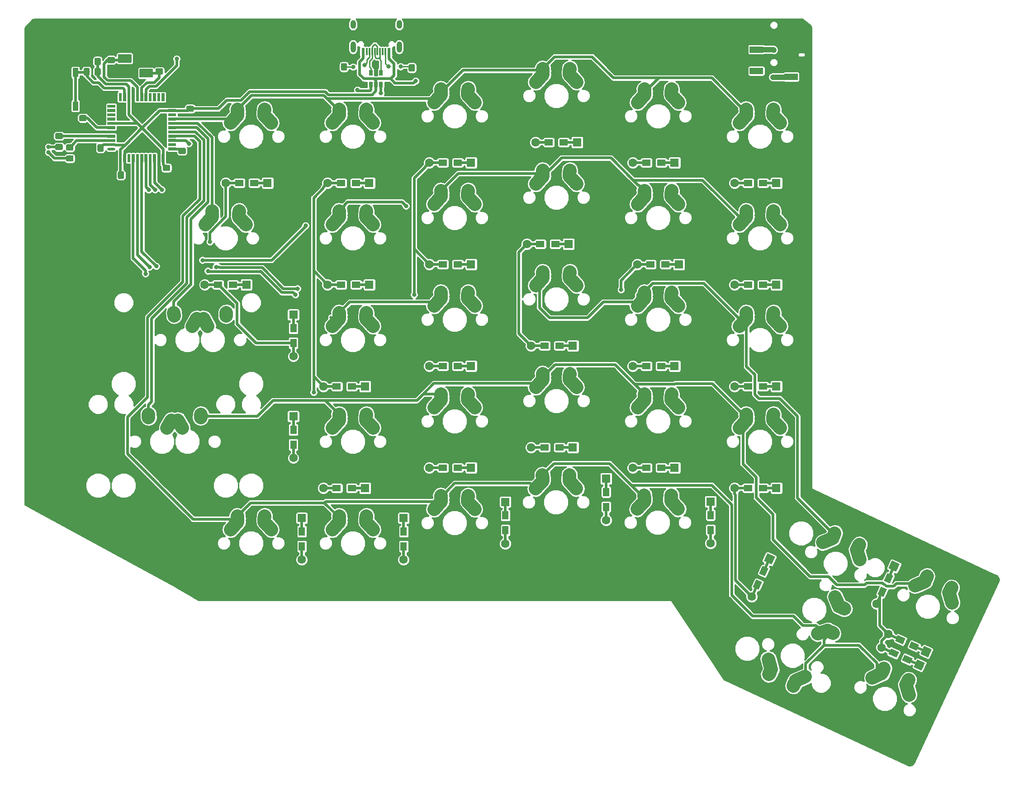
<source format=gbr>
G04 #@! TF.GenerationSoftware,KiCad,Pcbnew,(5.0.2)-1*
G04 #@! TF.CreationDate,2020-01-02T21:35:52+05:30*
G04 #@! TF.ProjectId,ergocape,6572676f-6361-4706-952e-6b696361645f,rev?*
G04 #@! TF.SameCoordinates,Original*
G04 #@! TF.FileFunction,Copper,L2,Bot*
G04 #@! TF.FilePolarity,Positive*
%FSLAX46Y46*%
G04 Gerber Fmt 4.6, Leading zero omitted, Abs format (unit mm)*
G04 Created by KiCad (PCBNEW (5.0.2)-1) date 1/2/2020 9:35:52 PM*
%MOMM*%
%LPD*%
G01*
G04 APERTURE LIST*
G04 #@! TA.AperFunction,ComponentPad*
%ADD10C,2.000000*%
G04 #@! TD*
G04 #@! TA.AperFunction,SMDPad,CuDef*
%ADD11C,2.500000*%
G04 #@! TD*
G04 #@! TA.AperFunction,Conductor*
%ADD12C,2.500000*%
G04 #@! TD*
G04 #@! TA.AperFunction,Conductor*
%ADD13C,0.100000*%
G04 #@! TD*
G04 #@! TA.AperFunction,SMDPad,CuDef*
%ADD14C,1.150000*%
G04 #@! TD*
G04 #@! TA.AperFunction,ComponentPad*
%ADD15R,1.600000X1.600000*%
G04 #@! TD*
G04 #@! TA.AperFunction,ComponentPad*
%ADD16C,1.600000*%
G04 #@! TD*
G04 #@! TA.AperFunction,Conductor*
%ADD17R,2.900000X0.500000*%
G04 #@! TD*
G04 #@! TA.AperFunction,SMDPad,CuDef*
%ADD18R,1.600000X1.200000*%
G04 #@! TD*
G04 #@! TA.AperFunction,Conductor*
%ADD19R,0.500000X2.900000*%
G04 #@! TD*
G04 #@! TA.AperFunction,SMDPad,CuDef*
%ADD20R,1.200000X1.600000*%
G04 #@! TD*
G04 #@! TA.AperFunction,Conductor*
%ADD21C,0.500000*%
G04 #@! TD*
G04 #@! TA.AperFunction,SMDPad,CuDef*
%ADD22C,1.200000*%
G04 #@! TD*
G04 #@! TA.AperFunction,ComponentPad*
%ADD23C,2.500000*%
G04 #@! TD*
G04 #@! TA.AperFunction,SMDPad,CuDef*
%ADD24R,1.000000X1.700000*%
G04 #@! TD*
G04 #@! TA.AperFunction,SMDPad,CuDef*
%ADD25O,1.500000X0.550000*%
G04 #@! TD*
G04 #@! TA.AperFunction,SMDPad,CuDef*
%ADD26C,0.500000*%
G04 #@! TD*
G04 #@! TA.AperFunction,SMDPad,CuDef*
%ADD27C,0.550000*%
G04 #@! TD*
G04 #@! TA.AperFunction,SMDPad,CuDef*
%ADD28R,0.650000X1.060000*%
G04 #@! TD*
G04 #@! TA.AperFunction,ComponentPad*
%ADD29O,1.000000X1.600000*%
G04 #@! TD*
G04 #@! TA.AperFunction,ComponentPad*
%ADD30O,1.000000X2.100000*%
G04 #@! TD*
G04 #@! TA.AperFunction,SMDPad,CuDef*
%ADD31R,0.300000X1.450000*%
G04 #@! TD*
G04 #@! TA.AperFunction,SMDPad,CuDef*
%ADD32R,0.600000X1.450000*%
G04 #@! TD*
G04 #@! TA.AperFunction,SMDPad,CuDef*
%ADD33C,1.600000*%
G04 #@! TD*
G04 #@! TA.AperFunction,ViaPad*
%ADD34C,0.600000*%
G04 #@! TD*
G04 #@! TA.AperFunction,SMDPad,CuDef*
%ADD35R,2.500000X1.200000*%
G04 #@! TD*
G04 #@! TA.AperFunction,ViaPad*
%ADD36C,0.800000*%
G04 #@! TD*
G04 #@! TA.AperFunction,Conductor*
%ADD37C,0.508000*%
G04 #@! TD*
G04 #@! TA.AperFunction,Conductor*
%ADD38C,1.016000*%
G04 #@! TD*
G04 #@! TA.AperFunction,Conductor*
%ADD39C,0.250000*%
G04 #@! TD*
G04 #@! TA.AperFunction,Conductor*
%ADD40C,0.254000*%
G04 #@! TD*
G04 APERTURE END LIST*
D10*
G04 #@! TO.P,K_TH_1U_2,1*
G04 #@! TO.N,Net-(D_TH1_2-Pad1)*
X187916089Y-141986039D03*
X188197460Y-141477285D03*
G04 #@! TO.P,K_TH_1U_2,2*
G04 #@! TO.N,/ROW5*
X183173241Y-140326101D03*
X181368955Y-141095681D03*
D11*
G04 #@! TO.P,K_TH_1U_2,1*
G04 #@! TO.N,Net-(D_TH1_2-Pad1)*
X187989900Y-143377612D03*
D12*
G04 #@! TD*
G04 #@! TO.N,Net-(D_TH1_2-Pad1)*
G04 #@! TO.C,K_TH_1U_2*
X188275014Y-144316034D02*
X187704786Y-142439190D01*
D11*
G04 #@! TO.P,K_TH_1U_2,2*
G04 #@! TO.N,/ROW5*
X182271098Y-140710891D03*
D12*
G04 #@! TD*
G04 #@! TO.N,/ROW5*
G04 #@! TO.C,K_TH_1U_2*
X181368957Y-141095687D02*
X183173239Y-140326095D01*
D10*
G04 #@! TO.P,K_TH_1U_2,1*
G04 #@! TO.N,Net-(D_TH1_2-Pad1)*
X187704780Y-142439193D03*
X188275020Y-144316032D03*
D11*
G04 #@! TO.P,K_TH_1U_2,2*
G04 #@! TO.N,/ROW5*
X183488983Y-139601666D03*
D12*
G04 #@! TD*
G04 #@! TO.N,/ROW5*
G04 #@! TO.C,K_TH_1U_2*
X183593417Y-139330385D02*
X183384549Y-139872947D01*
D10*
G04 #@! TO.P,K_TH_1U_2,2*
G04 #@! TO.N,/ROW5*
X183384550Y-139872947D03*
X183593416Y-139330384D03*
D11*
G04 #@! TO.P,K_TH_1U_2,1*
G04 #@! TO.N,Net-(D_TH1_2-Pad1)*
X188056774Y-141731662D03*
D12*
G04 #@! TD*
G04 #@! TO.N,Net-(D_TH1_2-Pad1)*
G04 #@! TO.C,K_TH_1U_2*
X188197459Y-141477285D02*
X187916089Y-141986039D01*
D13*
G04 #@! TO.N,Net-(C1-Pad1)*
G04 #@! TO.C,C1*
G36*
X48391986Y-26934241D02*
X48416254Y-26937841D01*
X48440053Y-26943802D01*
X48463152Y-26952067D01*
X48485331Y-26962557D01*
X48506374Y-26975169D01*
X48526080Y-26989784D01*
X48544258Y-27006260D01*
X48560734Y-27024438D01*
X48575349Y-27044144D01*
X48587961Y-27065187D01*
X48598451Y-27087366D01*
X48606716Y-27110465D01*
X48612677Y-27134264D01*
X48616277Y-27158532D01*
X48617481Y-27183036D01*
X48617481Y-27833038D01*
X48616277Y-27857542D01*
X48612677Y-27881810D01*
X48606716Y-27905609D01*
X48598451Y-27928708D01*
X48587961Y-27950887D01*
X48575349Y-27971930D01*
X48560734Y-27991636D01*
X48544258Y-28009814D01*
X48526080Y-28026290D01*
X48506374Y-28040905D01*
X48485331Y-28053517D01*
X48463152Y-28064007D01*
X48440053Y-28072272D01*
X48416254Y-28078233D01*
X48391986Y-28081833D01*
X48367482Y-28083037D01*
X47467480Y-28083037D01*
X47442976Y-28081833D01*
X47418708Y-28078233D01*
X47394909Y-28072272D01*
X47371810Y-28064007D01*
X47349631Y-28053517D01*
X47328588Y-28040905D01*
X47308882Y-28026290D01*
X47290704Y-28009814D01*
X47274228Y-27991636D01*
X47259613Y-27971930D01*
X47247001Y-27950887D01*
X47236511Y-27928708D01*
X47228246Y-27905609D01*
X47222285Y-27881810D01*
X47218685Y-27857542D01*
X47217481Y-27833038D01*
X47217481Y-27183036D01*
X47218685Y-27158532D01*
X47222285Y-27134264D01*
X47228246Y-27110465D01*
X47236511Y-27087366D01*
X47247001Y-27065187D01*
X47259613Y-27044144D01*
X47274228Y-27024438D01*
X47290704Y-27006260D01*
X47308882Y-26989784D01*
X47328588Y-26975169D01*
X47349631Y-26962557D01*
X47371810Y-26952067D01*
X47394909Y-26943802D01*
X47418708Y-26937841D01*
X47442976Y-26934241D01*
X47467480Y-26933037D01*
X48367482Y-26933037D01*
X48391986Y-26934241D01*
X48391986Y-26934241D01*
G37*
D14*
G04 #@! TD*
G04 #@! TO.P,C1,1*
G04 #@! TO.N,Net-(C1-Pad1)*
X47917481Y-27508037D03*
D13*
G04 #@! TO.N,GND*
G04 #@! TO.C,C1*
G36*
X48391986Y-24884241D02*
X48416254Y-24887841D01*
X48440053Y-24893802D01*
X48463152Y-24902067D01*
X48485331Y-24912557D01*
X48506374Y-24925169D01*
X48526080Y-24939784D01*
X48544258Y-24956260D01*
X48560734Y-24974438D01*
X48575349Y-24994144D01*
X48587961Y-25015187D01*
X48598451Y-25037366D01*
X48606716Y-25060465D01*
X48612677Y-25084264D01*
X48616277Y-25108532D01*
X48617481Y-25133036D01*
X48617481Y-25783038D01*
X48616277Y-25807542D01*
X48612677Y-25831810D01*
X48606716Y-25855609D01*
X48598451Y-25878708D01*
X48587961Y-25900887D01*
X48575349Y-25921930D01*
X48560734Y-25941636D01*
X48544258Y-25959814D01*
X48526080Y-25976290D01*
X48506374Y-25990905D01*
X48485331Y-26003517D01*
X48463152Y-26014007D01*
X48440053Y-26022272D01*
X48416254Y-26028233D01*
X48391986Y-26031833D01*
X48367482Y-26033037D01*
X47467480Y-26033037D01*
X47442976Y-26031833D01*
X47418708Y-26028233D01*
X47394909Y-26022272D01*
X47371810Y-26014007D01*
X47349631Y-26003517D01*
X47328588Y-25990905D01*
X47308882Y-25976290D01*
X47290704Y-25959814D01*
X47274228Y-25941636D01*
X47259613Y-25921930D01*
X47247001Y-25900887D01*
X47236511Y-25878708D01*
X47228246Y-25855609D01*
X47222285Y-25831810D01*
X47218685Y-25807542D01*
X47217481Y-25783038D01*
X47217481Y-25133036D01*
X47218685Y-25108532D01*
X47222285Y-25084264D01*
X47228246Y-25060465D01*
X47236511Y-25037366D01*
X47247001Y-25015187D01*
X47259613Y-24994144D01*
X47274228Y-24974438D01*
X47290704Y-24956260D01*
X47308882Y-24939784D01*
X47328588Y-24925169D01*
X47349631Y-24912557D01*
X47371810Y-24902067D01*
X47394909Y-24893802D01*
X47418708Y-24887841D01*
X47442976Y-24884241D01*
X47467480Y-24883037D01*
X48367482Y-24883037D01*
X48391986Y-24884241D01*
X48391986Y-24884241D01*
G37*
D14*
G04 #@! TD*
G04 #@! TO.P,C1,2*
G04 #@! TO.N,GND*
X47917481Y-25458037D03*
D13*
G04 #@! TO.N,GND*
G04 #@! TO.C,C2*
G36*
X39397986Y-26860241D02*
X39422254Y-26863841D01*
X39446053Y-26869802D01*
X39469152Y-26878067D01*
X39491331Y-26888557D01*
X39512374Y-26901169D01*
X39532080Y-26915784D01*
X39550258Y-26932260D01*
X39566734Y-26950438D01*
X39581349Y-26970144D01*
X39593961Y-26991187D01*
X39604451Y-27013366D01*
X39612716Y-27036465D01*
X39618677Y-27060264D01*
X39622277Y-27084532D01*
X39623481Y-27109036D01*
X39623481Y-27759038D01*
X39622277Y-27783542D01*
X39618677Y-27807810D01*
X39612716Y-27831609D01*
X39604451Y-27854708D01*
X39593961Y-27876887D01*
X39581349Y-27897930D01*
X39566734Y-27917636D01*
X39550258Y-27935814D01*
X39532080Y-27952290D01*
X39512374Y-27966905D01*
X39491331Y-27979517D01*
X39469152Y-27990007D01*
X39446053Y-27998272D01*
X39422254Y-28004233D01*
X39397986Y-28007833D01*
X39373482Y-28009037D01*
X38473480Y-28009037D01*
X38448976Y-28007833D01*
X38424708Y-28004233D01*
X38400909Y-27998272D01*
X38377810Y-27990007D01*
X38355631Y-27979517D01*
X38334588Y-27966905D01*
X38314882Y-27952290D01*
X38296704Y-27935814D01*
X38280228Y-27917636D01*
X38265613Y-27897930D01*
X38253001Y-27876887D01*
X38242511Y-27854708D01*
X38234246Y-27831609D01*
X38228285Y-27807810D01*
X38224685Y-27783542D01*
X38223481Y-27759038D01*
X38223481Y-27109036D01*
X38224685Y-27084532D01*
X38228285Y-27060264D01*
X38234246Y-27036465D01*
X38242511Y-27013366D01*
X38253001Y-26991187D01*
X38265613Y-26970144D01*
X38280228Y-26950438D01*
X38296704Y-26932260D01*
X38314882Y-26915784D01*
X38334588Y-26901169D01*
X38355631Y-26888557D01*
X38377810Y-26878067D01*
X38400909Y-26869802D01*
X38424708Y-26863841D01*
X38448976Y-26860241D01*
X38473480Y-26859037D01*
X39373482Y-26859037D01*
X39397986Y-26860241D01*
X39397986Y-26860241D01*
G37*
D14*
G04 #@! TD*
G04 #@! TO.P,C2,2*
G04 #@! TO.N,GND*
X38923481Y-27434037D03*
D13*
G04 #@! TO.N,Net-(C2-Pad1)*
G04 #@! TO.C,C2*
G36*
X39397986Y-24810241D02*
X39422254Y-24813841D01*
X39446053Y-24819802D01*
X39469152Y-24828067D01*
X39491331Y-24838557D01*
X39512374Y-24851169D01*
X39532080Y-24865784D01*
X39550258Y-24882260D01*
X39566734Y-24900438D01*
X39581349Y-24920144D01*
X39593961Y-24941187D01*
X39604451Y-24963366D01*
X39612716Y-24986465D01*
X39618677Y-25010264D01*
X39622277Y-25034532D01*
X39623481Y-25059036D01*
X39623481Y-25709038D01*
X39622277Y-25733542D01*
X39618677Y-25757810D01*
X39612716Y-25781609D01*
X39604451Y-25804708D01*
X39593961Y-25826887D01*
X39581349Y-25847930D01*
X39566734Y-25867636D01*
X39550258Y-25885814D01*
X39532080Y-25902290D01*
X39512374Y-25916905D01*
X39491331Y-25929517D01*
X39469152Y-25940007D01*
X39446053Y-25948272D01*
X39422254Y-25954233D01*
X39397986Y-25957833D01*
X39373482Y-25959037D01*
X38473480Y-25959037D01*
X38448976Y-25957833D01*
X38424708Y-25954233D01*
X38400909Y-25948272D01*
X38377810Y-25940007D01*
X38355631Y-25929517D01*
X38334588Y-25916905D01*
X38314882Y-25902290D01*
X38296704Y-25885814D01*
X38280228Y-25867636D01*
X38265613Y-25847930D01*
X38253001Y-25826887D01*
X38242511Y-25804708D01*
X38234246Y-25781609D01*
X38228285Y-25757810D01*
X38224685Y-25733542D01*
X38223481Y-25709038D01*
X38223481Y-25059036D01*
X38224685Y-25034532D01*
X38228285Y-25010264D01*
X38234246Y-24986465D01*
X38242511Y-24963366D01*
X38253001Y-24941187D01*
X38265613Y-24920144D01*
X38280228Y-24900438D01*
X38296704Y-24882260D01*
X38314882Y-24865784D01*
X38334588Y-24851169D01*
X38355631Y-24838557D01*
X38377810Y-24828067D01*
X38400909Y-24819802D01*
X38424708Y-24813841D01*
X38448976Y-24810241D01*
X38473480Y-24809037D01*
X39373482Y-24809037D01*
X39397986Y-24810241D01*
X39397986Y-24810241D01*
G37*
D14*
G04 #@! TD*
G04 #@! TO.P,C2,1*
G04 #@! TO.N,Net-(C2-Pad1)*
X38923481Y-25384037D03*
D13*
G04 #@! TO.N,VCC*
G04 #@! TO.C,C3*
G36*
X36732499Y-24958812D02*
X36756767Y-24962412D01*
X36780566Y-24968373D01*
X36803665Y-24976638D01*
X36825844Y-24987128D01*
X36846887Y-24999740D01*
X36866593Y-25014355D01*
X36884771Y-25030831D01*
X36901247Y-25049009D01*
X36915862Y-25068715D01*
X36928474Y-25089758D01*
X36938964Y-25111937D01*
X36947229Y-25135036D01*
X36953190Y-25158835D01*
X36956790Y-25183103D01*
X36957994Y-25207607D01*
X36957994Y-26107609D01*
X36956790Y-26132113D01*
X36953190Y-26156381D01*
X36947229Y-26180180D01*
X36938964Y-26203279D01*
X36928474Y-26225458D01*
X36915862Y-26246501D01*
X36901247Y-26266207D01*
X36884771Y-26284385D01*
X36866593Y-26300861D01*
X36846887Y-26315476D01*
X36825844Y-26328088D01*
X36803665Y-26338578D01*
X36780566Y-26346843D01*
X36756767Y-26352804D01*
X36732499Y-26356404D01*
X36707995Y-26357608D01*
X36057993Y-26357608D01*
X36033489Y-26356404D01*
X36009221Y-26352804D01*
X35985422Y-26346843D01*
X35962323Y-26338578D01*
X35940144Y-26328088D01*
X35919101Y-26315476D01*
X35899395Y-26300861D01*
X35881217Y-26284385D01*
X35864741Y-26266207D01*
X35850126Y-26246501D01*
X35837514Y-26225458D01*
X35827024Y-26203279D01*
X35818759Y-26180180D01*
X35812798Y-26156381D01*
X35809198Y-26132113D01*
X35807994Y-26107609D01*
X35807994Y-25207607D01*
X35809198Y-25183103D01*
X35812798Y-25158835D01*
X35818759Y-25135036D01*
X35827024Y-25111937D01*
X35837514Y-25089758D01*
X35850126Y-25068715D01*
X35864741Y-25049009D01*
X35881217Y-25030831D01*
X35899395Y-25014355D01*
X35919101Y-24999740D01*
X35940144Y-24987128D01*
X35962323Y-24976638D01*
X35985422Y-24968373D01*
X36009221Y-24962412D01*
X36033489Y-24958812D01*
X36057993Y-24957608D01*
X36707995Y-24957608D01*
X36732499Y-24958812D01*
X36732499Y-24958812D01*
G37*
D14*
G04 #@! TD*
G04 #@! TO.P,C3,1*
G04 #@! TO.N,VCC*
X36382994Y-25657608D03*
D13*
G04 #@! TO.N,GND*
G04 #@! TO.C,C3*
G36*
X34682499Y-24958812D02*
X34706767Y-24962412D01*
X34730566Y-24968373D01*
X34753665Y-24976638D01*
X34775844Y-24987128D01*
X34796887Y-24999740D01*
X34816593Y-25014355D01*
X34834771Y-25030831D01*
X34851247Y-25049009D01*
X34865862Y-25068715D01*
X34878474Y-25089758D01*
X34888964Y-25111937D01*
X34897229Y-25135036D01*
X34903190Y-25158835D01*
X34906790Y-25183103D01*
X34907994Y-25207607D01*
X34907994Y-26107609D01*
X34906790Y-26132113D01*
X34903190Y-26156381D01*
X34897229Y-26180180D01*
X34888964Y-26203279D01*
X34878474Y-26225458D01*
X34865862Y-26246501D01*
X34851247Y-26266207D01*
X34834771Y-26284385D01*
X34816593Y-26300861D01*
X34796887Y-26315476D01*
X34775844Y-26328088D01*
X34753665Y-26338578D01*
X34730566Y-26346843D01*
X34706767Y-26352804D01*
X34682499Y-26356404D01*
X34657995Y-26357608D01*
X34007993Y-26357608D01*
X33983489Y-26356404D01*
X33959221Y-26352804D01*
X33935422Y-26346843D01*
X33912323Y-26338578D01*
X33890144Y-26328088D01*
X33869101Y-26315476D01*
X33849395Y-26300861D01*
X33831217Y-26284385D01*
X33814741Y-26266207D01*
X33800126Y-26246501D01*
X33787514Y-26225458D01*
X33777024Y-26203279D01*
X33768759Y-26180180D01*
X33762798Y-26156381D01*
X33759198Y-26132113D01*
X33757994Y-26107609D01*
X33757994Y-25207607D01*
X33759198Y-25183103D01*
X33762798Y-25158835D01*
X33768759Y-25135036D01*
X33777024Y-25111937D01*
X33787514Y-25089758D01*
X33800126Y-25068715D01*
X33814741Y-25049009D01*
X33831217Y-25030831D01*
X33849395Y-25014355D01*
X33869101Y-24999740D01*
X33890144Y-24987128D01*
X33912323Y-24976638D01*
X33935422Y-24968373D01*
X33959221Y-24962412D01*
X33983489Y-24958812D01*
X34007993Y-24957608D01*
X34657995Y-24957608D01*
X34682499Y-24958812D01*
X34682499Y-24958812D01*
G37*
D14*
G04 #@! TD*
G04 #@! TO.P,C3,2*
G04 #@! TO.N,GND*
X34332994Y-25657608D03*
D13*
G04 #@! TO.N,GND*
G04 #@! TO.C,C4*
G36*
X35234724Y-41153973D02*
X35258992Y-41157573D01*
X35282791Y-41163534D01*
X35305890Y-41171799D01*
X35328069Y-41182289D01*
X35349112Y-41194901D01*
X35368818Y-41209516D01*
X35386996Y-41225992D01*
X35403472Y-41244170D01*
X35418087Y-41263876D01*
X35430699Y-41284919D01*
X35441189Y-41307098D01*
X35449454Y-41330197D01*
X35455415Y-41353996D01*
X35459015Y-41378264D01*
X35460219Y-41402768D01*
X35460219Y-42302770D01*
X35459015Y-42327274D01*
X35455415Y-42351542D01*
X35449454Y-42375341D01*
X35441189Y-42398440D01*
X35430699Y-42420619D01*
X35418087Y-42441662D01*
X35403472Y-42461368D01*
X35386996Y-42479546D01*
X35368818Y-42496022D01*
X35349112Y-42510637D01*
X35328069Y-42523249D01*
X35305890Y-42533739D01*
X35282791Y-42542004D01*
X35258992Y-42547965D01*
X35234724Y-42551565D01*
X35210220Y-42552769D01*
X34560218Y-42552769D01*
X34535714Y-42551565D01*
X34511446Y-42547965D01*
X34487647Y-42542004D01*
X34464548Y-42533739D01*
X34442369Y-42523249D01*
X34421326Y-42510637D01*
X34401620Y-42496022D01*
X34383442Y-42479546D01*
X34366966Y-42461368D01*
X34352351Y-42441662D01*
X34339739Y-42420619D01*
X34329249Y-42398440D01*
X34320984Y-42375341D01*
X34315023Y-42351542D01*
X34311423Y-42327274D01*
X34310219Y-42302770D01*
X34310219Y-41402768D01*
X34311423Y-41378264D01*
X34315023Y-41353996D01*
X34320984Y-41330197D01*
X34329249Y-41307098D01*
X34339739Y-41284919D01*
X34352351Y-41263876D01*
X34366966Y-41244170D01*
X34383442Y-41225992D01*
X34401620Y-41209516D01*
X34421326Y-41194901D01*
X34442369Y-41182289D01*
X34464548Y-41171799D01*
X34487647Y-41163534D01*
X34511446Y-41157573D01*
X34535714Y-41153973D01*
X34560218Y-41152769D01*
X35210220Y-41152769D01*
X35234724Y-41153973D01*
X35234724Y-41153973D01*
G37*
D14*
G04 #@! TD*
G04 #@! TO.P,C4,2*
G04 #@! TO.N,GND*
X34885219Y-41852769D03*
D13*
G04 #@! TO.N,VCC*
G04 #@! TO.C,C4*
G36*
X37284724Y-41153973D02*
X37308992Y-41157573D01*
X37332791Y-41163534D01*
X37355890Y-41171799D01*
X37378069Y-41182289D01*
X37399112Y-41194901D01*
X37418818Y-41209516D01*
X37436996Y-41225992D01*
X37453472Y-41244170D01*
X37468087Y-41263876D01*
X37480699Y-41284919D01*
X37491189Y-41307098D01*
X37499454Y-41330197D01*
X37505415Y-41353996D01*
X37509015Y-41378264D01*
X37510219Y-41402768D01*
X37510219Y-42302770D01*
X37509015Y-42327274D01*
X37505415Y-42351542D01*
X37499454Y-42375341D01*
X37491189Y-42398440D01*
X37480699Y-42420619D01*
X37468087Y-42441662D01*
X37453472Y-42461368D01*
X37436996Y-42479546D01*
X37418818Y-42496022D01*
X37399112Y-42510637D01*
X37378069Y-42523249D01*
X37355890Y-42533739D01*
X37332791Y-42542004D01*
X37308992Y-42547965D01*
X37284724Y-42551565D01*
X37260220Y-42552769D01*
X36610218Y-42552769D01*
X36585714Y-42551565D01*
X36561446Y-42547965D01*
X36537647Y-42542004D01*
X36514548Y-42533739D01*
X36492369Y-42523249D01*
X36471326Y-42510637D01*
X36451620Y-42496022D01*
X36433442Y-42479546D01*
X36416966Y-42461368D01*
X36402351Y-42441662D01*
X36389739Y-42420619D01*
X36379249Y-42398440D01*
X36370984Y-42375341D01*
X36365023Y-42351542D01*
X36361423Y-42327274D01*
X36360219Y-42302770D01*
X36360219Y-41402768D01*
X36361423Y-41378264D01*
X36365023Y-41353996D01*
X36370984Y-41330197D01*
X36379249Y-41307098D01*
X36389739Y-41284919D01*
X36402351Y-41263876D01*
X36416966Y-41244170D01*
X36433442Y-41225992D01*
X36451620Y-41209516D01*
X36471326Y-41194901D01*
X36492369Y-41182289D01*
X36514548Y-41171799D01*
X36537647Y-41163534D01*
X36561446Y-41157573D01*
X36585714Y-41153973D01*
X36610218Y-41152769D01*
X37260220Y-41152769D01*
X37284724Y-41153973D01*
X37284724Y-41153973D01*
G37*
D14*
G04 #@! TD*
G04 #@! TO.P,C4,1*
G04 #@! TO.N,VCC*
X36935219Y-41852769D03*
D13*
G04 #@! TO.N,VCC*
G04 #@! TO.C,C5*
G36*
X41094724Y-46233973D02*
X41118992Y-46237573D01*
X41142791Y-46243534D01*
X41165890Y-46251799D01*
X41188069Y-46262289D01*
X41209112Y-46274901D01*
X41228818Y-46289516D01*
X41246996Y-46305992D01*
X41263472Y-46324170D01*
X41278087Y-46343876D01*
X41290699Y-46364919D01*
X41301189Y-46387098D01*
X41309454Y-46410197D01*
X41315415Y-46433996D01*
X41319015Y-46458264D01*
X41320219Y-46482768D01*
X41320219Y-47382770D01*
X41319015Y-47407274D01*
X41315415Y-47431542D01*
X41309454Y-47455341D01*
X41301189Y-47478440D01*
X41290699Y-47500619D01*
X41278087Y-47521662D01*
X41263472Y-47541368D01*
X41246996Y-47559546D01*
X41228818Y-47576022D01*
X41209112Y-47590637D01*
X41188069Y-47603249D01*
X41165890Y-47613739D01*
X41142791Y-47622004D01*
X41118992Y-47627965D01*
X41094724Y-47631565D01*
X41070220Y-47632769D01*
X40420218Y-47632769D01*
X40395714Y-47631565D01*
X40371446Y-47627965D01*
X40347647Y-47622004D01*
X40324548Y-47613739D01*
X40302369Y-47603249D01*
X40281326Y-47590637D01*
X40261620Y-47576022D01*
X40243442Y-47559546D01*
X40226966Y-47541368D01*
X40212351Y-47521662D01*
X40199739Y-47500619D01*
X40189249Y-47478440D01*
X40180984Y-47455341D01*
X40175023Y-47431542D01*
X40171423Y-47407274D01*
X40170219Y-47382770D01*
X40170219Y-46482768D01*
X40171423Y-46458264D01*
X40175023Y-46433996D01*
X40180984Y-46410197D01*
X40189249Y-46387098D01*
X40199739Y-46364919D01*
X40212351Y-46343876D01*
X40226966Y-46324170D01*
X40243442Y-46305992D01*
X40261620Y-46289516D01*
X40281326Y-46274901D01*
X40302369Y-46262289D01*
X40324548Y-46251799D01*
X40347647Y-46243534D01*
X40371446Y-46237573D01*
X40395714Y-46233973D01*
X40420218Y-46232769D01*
X41070220Y-46232769D01*
X41094724Y-46233973D01*
X41094724Y-46233973D01*
G37*
D14*
G04 #@! TD*
G04 #@! TO.P,C5,1*
G04 #@! TO.N,VCC*
X40745219Y-46932769D03*
D13*
G04 #@! TO.N,GND*
G04 #@! TO.C,C5*
G36*
X39044724Y-46233973D02*
X39068992Y-46237573D01*
X39092791Y-46243534D01*
X39115890Y-46251799D01*
X39138069Y-46262289D01*
X39159112Y-46274901D01*
X39178818Y-46289516D01*
X39196996Y-46305992D01*
X39213472Y-46324170D01*
X39228087Y-46343876D01*
X39240699Y-46364919D01*
X39251189Y-46387098D01*
X39259454Y-46410197D01*
X39265415Y-46433996D01*
X39269015Y-46458264D01*
X39270219Y-46482768D01*
X39270219Y-47382770D01*
X39269015Y-47407274D01*
X39265415Y-47431542D01*
X39259454Y-47455341D01*
X39251189Y-47478440D01*
X39240699Y-47500619D01*
X39228087Y-47521662D01*
X39213472Y-47541368D01*
X39196996Y-47559546D01*
X39178818Y-47576022D01*
X39159112Y-47590637D01*
X39138069Y-47603249D01*
X39115890Y-47613739D01*
X39092791Y-47622004D01*
X39068992Y-47627965D01*
X39044724Y-47631565D01*
X39020220Y-47632769D01*
X38370218Y-47632769D01*
X38345714Y-47631565D01*
X38321446Y-47627965D01*
X38297647Y-47622004D01*
X38274548Y-47613739D01*
X38252369Y-47603249D01*
X38231326Y-47590637D01*
X38211620Y-47576022D01*
X38193442Y-47559546D01*
X38176966Y-47541368D01*
X38162351Y-47521662D01*
X38149739Y-47500619D01*
X38139249Y-47478440D01*
X38130984Y-47455341D01*
X38125023Y-47431542D01*
X38121423Y-47407274D01*
X38120219Y-47382770D01*
X38120219Y-46482768D01*
X38121423Y-46458264D01*
X38125023Y-46433996D01*
X38130984Y-46410197D01*
X38139249Y-46387098D01*
X38149739Y-46364919D01*
X38162351Y-46343876D01*
X38176966Y-46324170D01*
X38193442Y-46305992D01*
X38211620Y-46289516D01*
X38231326Y-46274901D01*
X38252369Y-46262289D01*
X38274548Y-46251799D01*
X38297647Y-46243534D01*
X38321446Y-46237573D01*
X38345714Y-46233973D01*
X38370218Y-46232769D01*
X39020220Y-46232769D01*
X39044724Y-46233973D01*
X39044724Y-46233973D01*
G37*
D14*
G04 #@! TD*
G04 #@! TO.P,C5,2*
G04 #@! TO.N,GND*
X38695219Y-46932769D03*
D13*
G04 #@! TO.N,GND*
G04 #@! TO.C,C6*
G36*
X54164724Y-31871973D02*
X54188992Y-31875573D01*
X54212791Y-31881534D01*
X54235890Y-31889799D01*
X54258069Y-31900289D01*
X54279112Y-31912901D01*
X54298818Y-31927516D01*
X54316996Y-31943992D01*
X54333472Y-31962170D01*
X54348087Y-31981876D01*
X54360699Y-32002919D01*
X54371189Y-32025098D01*
X54379454Y-32048197D01*
X54385415Y-32071996D01*
X54389015Y-32096264D01*
X54390219Y-32120768D01*
X54390219Y-32770770D01*
X54389015Y-32795274D01*
X54385415Y-32819542D01*
X54379454Y-32843341D01*
X54371189Y-32866440D01*
X54360699Y-32888619D01*
X54348087Y-32909662D01*
X54333472Y-32929368D01*
X54316996Y-32947546D01*
X54298818Y-32964022D01*
X54279112Y-32978637D01*
X54258069Y-32991249D01*
X54235890Y-33001739D01*
X54212791Y-33010004D01*
X54188992Y-33015965D01*
X54164724Y-33019565D01*
X54140220Y-33020769D01*
X53240218Y-33020769D01*
X53215714Y-33019565D01*
X53191446Y-33015965D01*
X53167647Y-33010004D01*
X53144548Y-33001739D01*
X53122369Y-32991249D01*
X53101326Y-32978637D01*
X53081620Y-32964022D01*
X53063442Y-32947546D01*
X53046966Y-32929368D01*
X53032351Y-32909662D01*
X53019739Y-32888619D01*
X53009249Y-32866440D01*
X53000984Y-32843341D01*
X52995023Y-32819542D01*
X52991423Y-32795274D01*
X52990219Y-32770770D01*
X52990219Y-32120768D01*
X52991423Y-32096264D01*
X52995023Y-32071996D01*
X53000984Y-32048197D01*
X53009249Y-32025098D01*
X53019739Y-32002919D01*
X53032351Y-31981876D01*
X53046966Y-31962170D01*
X53063442Y-31943992D01*
X53081620Y-31927516D01*
X53101326Y-31912901D01*
X53122369Y-31900289D01*
X53144548Y-31889799D01*
X53167647Y-31881534D01*
X53191446Y-31875573D01*
X53215714Y-31871973D01*
X53240218Y-31870769D01*
X54140220Y-31870769D01*
X54164724Y-31871973D01*
X54164724Y-31871973D01*
G37*
D14*
G04 #@! TD*
G04 #@! TO.P,C6,2*
G04 #@! TO.N,GND*
X53690219Y-32445769D03*
D13*
G04 #@! TO.N,VCC*
G04 #@! TO.C,C6*
G36*
X54164724Y-33921973D02*
X54188992Y-33925573D01*
X54212791Y-33931534D01*
X54235890Y-33939799D01*
X54258069Y-33950289D01*
X54279112Y-33962901D01*
X54298818Y-33977516D01*
X54316996Y-33993992D01*
X54333472Y-34012170D01*
X54348087Y-34031876D01*
X54360699Y-34052919D01*
X54371189Y-34075098D01*
X54379454Y-34098197D01*
X54385415Y-34121996D01*
X54389015Y-34146264D01*
X54390219Y-34170768D01*
X54390219Y-34820770D01*
X54389015Y-34845274D01*
X54385415Y-34869542D01*
X54379454Y-34893341D01*
X54371189Y-34916440D01*
X54360699Y-34938619D01*
X54348087Y-34959662D01*
X54333472Y-34979368D01*
X54316996Y-34997546D01*
X54298818Y-35014022D01*
X54279112Y-35028637D01*
X54258069Y-35041249D01*
X54235890Y-35051739D01*
X54212791Y-35060004D01*
X54188992Y-35065965D01*
X54164724Y-35069565D01*
X54140220Y-35070769D01*
X53240218Y-35070769D01*
X53215714Y-35069565D01*
X53191446Y-35065965D01*
X53167647Y-35060004D01*
X53144548Y-35051739D01*
X53122369Y-35041249D01*
X53101326Y-35028637D01*
X53081620Y-35014022D01*
X53063442Y-34997546D01*
X53046966Y-34979368D01*
X53032351Y-34959662D01*
X53019739Y-34938619D01*
X53009249Y-34916440D01*
X53000984Y-34893341D01*
X52995023Y-34869542D01*
X52991423Y-34845274D01*
X52990219Y-34820770D01*
X52990219Y-34170768D01*
X52991423Y-34146264D01*
X52995023Y-34121996D01*
X53000984Y-34098197D01*
X53009249Y-34075098D01*
X53019739Y-34052919D01*
X53032351Y-34031876D01*
X53046966Y-34012170D01*
X53063442Y-33993992D01*
X53081620Y-33977516D01*
X53101326Y-33962901D01*
X53122369Y-33950289D01*
X53144548Y-33939799D01*
X53167647Y-33931534D01*
X53191446Y-33925573D01*
X53215714Y-33921973D01*
X53240218Y-33920769D01*
X54140220Y-33920769D01*
X54164724Y-33921973D01*
X54164724Y-33921973D01*
G37*
D14*
G04 #@! TD*
G04 #@! TO.P,C6,1*
G04 #@! TO.N,VCC*
X53690219Y-34495769D03*
D13*
G04 #@! TO.N,VCC*
G04 #@! TO.C,C7*
G36*
X49750505Y-45010204D02*
X49774773Y-45013804D01*
X49798572Y-45019765D01*
X49821671Y-45028030D01*
X49843850Y-45038520D01*
X49864893Y-45051132D01*
X49884599Y-45065747D01*
X49902777Y-45082223D01*
X49919253Y-45100401D01*
X49933868Y-45120107D01*
X49946480Y-45141150D01*
X49956970Y-45163329D01*
X49965235Y-45186428D01*
X49971196Y-45210227D01*
X49974796Y-45234495D01*
X49976000Y-45258999D01*
X49976000Y-45909001D01*
X49974796Y-45933505D01*
X49971196Y-45957773D01*
X49965235Y-45981572D01*
X49956970Y-46004671D01*
X49946480Y-46026850D01*
X49933868Y-46047893D01*
X49919253Y-46067599D01*
X49902777Y-46085777D01*
X49884599Y-46102253D01*
X49864893Y-46116868D01*
X49843850Y-46129480D01*
X49821671Y-46139970D01*
X49798572Y-46148235D01*
X49774773Y-46154196D01*
X49750505Y-46157796D01*
X49726001Y-46159000D01*
X48825999Y-46159000D01*
X48801495Y-46157796D01*
X48777227Y-46154196D01*
X48753428Y-46148235D01*
X48730329Y-46139970D01*
X48708150Y-46129480D01*
X48687107Y-46116868D01*
X48667401Y-46102253D01*
X48649223Y-46085777D01*
X48632747Y-46067599D01*
X48618132Y-46047893D01*
X48605520Y-46026850D01*
X48595030Y-46004671D01*
X48586765Y-45981572D01*
X48580804Y-45957773D01*
X48577204Y-45933505D01*
X48576000Y-45909001D01*
X48576000Y-45258999D01*
X48577204Y-45234495D01*
X48580804Y-45210227D01*
X48586765Y-45186428D01*
X48595030Y-45163329D01*
X48605520Y-45141150D01*
X48618132Y-45120107D01*
X48632747Y-45100401D01*
X48649223Y-45082223D01*
X48667401Y-45065747D01*
X48687107Y-45051132D01*
X48708150Y-45038520D01*
X48730329Y-45028030D01*
X48753428Y-45019765D01*
X48777227Y-45013804D01*
X48801495Y-45010204D01*
X48825999Y-45009000D01*
X49726001Y-45009000D01*
X49750505Y-45010204D01*
X49750505Y-45010204D01*
G37*
D14*
G04 #@! TD*
G04 #@! TO.P,C7,1*
G04 #@! TO.N,VCC*
X49276000Y-45584000D03*
D13*
G04 #@! TO.N,GND*
G04 #@! TO.C,C7*
G36*
X49750505Y-47060204D02*
X49774773Y-47063804D01*
X49798572Y-47069765D01*
X49821671Y-47078030D01*
X49843850Y-47088520D01*
X49864893Y-47101132D01*
X49884599Y-47115747D01*
X49902777Y-47132223D01*
X49919253Y-47150401D01*
X49933868Y-47170107D01*
X49946480Y-47191150D01*
X49956970Y-47213329D01*
X49965235Y-47236428D01*
X49971196Y-47260227D01*
X49974796Y-47284495D01*
X49976000Y-47308999D01*
X49976000Y-47959001D01*
X49974796Y-47983505D01*
X49971196Y-48007773D01*
X49965235Y-48031572D01*
X49956970Y-48054671D01*
X49946480Y-48076850D01*
X49933868Y-48097893D01*
X49919253Y-48117599D01*
X49902777Y-48135777D01*
X49884599Y-48152253D01*
X49864893Y-48166868D01*
X49843850Y-48179480D01*
X49821671Y-48189970D01*
X49798572Y-48198235D01*
X49774773Y-48204196D01*
X49750505Y-48207796D01*
X49726001Y-48209000D01*
X48825999Y-48209000D01*
X48801495Y-48207796D01*
X48777227Y-48204196D01*
X48753428Y-48198235D01*
X48730329Y-48189970D01*
X48708150Y-48179480D01*
X48687107Y-48166868D01*
X48667401Y-48152253D01*
X48649223Y-48135777D01*
X48632747Y-48117599D01*
X48618132Y-48097893D01*
X48605520Y-48076850D01*
X48595030Y-48054671D01*
X48586765Y-48031572D01*
X48580804Y-48007773D01*
X48577204Y-47983505D01*
X48576000Y-47959001D01*
X48576000Y-47308999D01*
X48577204Y-47284495D01*
X48580804Y-47260227D01*
X48586765Y-47236428D01*
X48595030Y-47213329D01*
X48605520Y-47191150D01*
X48618132Y-47170107D01*
X48632747Y-47150401D01*
X48649223Y-47132223D01*
X48667401Y-47115747D01*
X48687107Y-47101132D01*
X48708150Y-47088520D01*
X48730329Y-47078030D01*
X48753428Y-47069765D01*
X48777227Y-47063804D01*
X48801495Y-47060204D01*
X48825999Y-47059000D01*
X49726001Y-47059000D01*
X49750505Y-47060204D01*
X49750505Y-47060204D01*
G37*
D14*
G04 #@! TD*
G04 #@! TO.P,C7,2*
G04 #@! TO.N,GND*
X49276000Y-47634000D03*
D13*
G04 #@! TO.N,Net-(C8-Pad2)*
G04 #@! TO.C,C8*
G36*
X34098724Y-35681973D02*
X34122992Y-35685573D01*
X34146791Y-35691534D01*
X34169890Y-35699799D01*
X34192069Y-35710289D01*
X34213112Y-35722901D01*
X34232818Y-35737516D01*
X34250996Y-35753992D01*
X34267472Y-35772170D01*
X34282087Y-35791876D01*
X34294699Y-35812919D01*
X34305189Y-35835098D01*
X34313454Y-35858197D01*
X34319415Y-35881996D01*
X34323015Y-35906264D01*
X34324219Y-35930768D01*
X34324219Y-36580770D01*
X34323015Y-36605274D01*
X34319415Y-36629542D01*
X34313454Y-36653341D01*
X34305189Y-36676440D01*
X34294699Y-36698619D01*
X34282087Y-36719662D01*
X34267472Y-36739368D01*
X34250996Y-36757546D01*
X34232818Y-36774022D01*
X34213112Y-36788637D01*
X34192069Y-36801249D01*
X34169890Y-36811739D01*
X34146791Y-36820004D01*
X34122992Y-36825965D01*
X34098724Y-36829565D01*
X34074220Y-36830769D01*
X33174218Y-36830769D01*
X33149714Y-36829565D01*
X33125446Y-36825965D01*
X33101647Y-36820004D01*
X33078548Y-36811739D01*
X33056369Y-36801249D01*
X33035326Y-36788637D01*
X33015620Y-36774022D01*
X32997442Y-36757546D01*
X32980966Y-36739368D01*
X32966351Y-36719662D01*
X32953739Y-36698619D01*
X32943249Y-36676440D01*
X32934984Y-36653341D01*
X32929023Y-36629542D01*
X32925423Y-36605274D01*
X32924219Y-36580770D01*
X32924219Y-35930768D01*
X32925423Y-35906264D01*
X32929023Y-35881996D01*
X32934984Y-35858197D01*
X32943249Y-35835098D01*
X32953739Y-35812919D01*
X32966351Y-35791876D01*
X32980966Y-35772170D01*
X32997442Y-35753992D01*
X33015620Y-35737516D01*
X33035326Y-35722901D01*
X33056369Y-35710289D01*
X33078548Y-35699799D01*
X33101647Y-35691534D01*
X33125446Y-35685573D01*
X33149714Y-35681973D01*
X33174218Y-35680769D01*
X34074220Y-35680769D01*
X34098724Y-35681973D01*
X34098724Y-35681973D01*
G37*
D14*
G04 #@! TD*
G04 #@! TO.P,C8,2*
G04 #@! TO.N,Net-(C8-Pad2)*
X33624219Y-36255769D03*
D13*
G04 #@! TO.N,GND*
G04 #@! TO.C,C8*
G36*
X34098724Y-37731973D02*
X34122992Y-37735573D01*
X34146791Y-37741534D01*
X34169890Y-37749799D01*
X34192069Y-37760289D01*
X34213112Y-37772901D01*
X34232818Y-37787516D01*
X34250996Y-37803992D01*
X34267472Y-37822170D01*
X34282087Y-37841876D01*
X34294699Y-37862919D01*
X34305189Y-37885098D01*
X34313454Y-37908197D01*
X34319415Y-37931996D01*
X34323015Y-37956264D01*
X34324219Y-37980768D01*
X34324219Y-38630770D01*
X34323015Y-38655274D01*
X34319415Y-38679542D01*
X34313454Y-38703341D01*
X34305189Y-38726440D01*
X34294699Y-38748619D01*
X34282087Y-38769662D01*
X34267472Y-38789368D01*
X34250996Y-38807546D01*
X34232818Y-38824022D01*
X34213112Y-38838637D01*
X34192069Y-38851249D01*
X34169890Y-38861739D01*
X34146791Y-38870004D01*
X34122992Y-38875965D01*
X34098724Y-38879565D01*
X34074220Y-38880769D01*
X33174218Y-38880769D01*
X33149714Y-38879565D01*
X33125446Y-38875965D01*
X33101647Y-38870004D01*
X33078548Y-38861739D01*
X33056369Y-38851249D01*
X33035326Y-38838637D01*
X33015620Y-38824022D01*
X32997442Y-38807546D01*
X32980966Y-38789368D01*
X32966351Y-38769662D01*
X32953739Y-38748619D01*
X32943249Y-38726440D01*
X32934984Y-38703341D01*
X32929023Y-38679542D01*
X32925423Y-38655274D01*
X32924219Y-38630770D01*
X32924219Y-37980768D01*
X32925423Y-37956264D01*
X32929023Y-37931996D01*
X32934984Y-37908197D01*
X32943249Y-37885098D01*
X32953739Y-37862919D01*
X32966351Y-37841876D01*
X32980966Y-37822170D01*
X32997442Y-37803992D01*
X33015620Y-37787516D01*
X33035326Y-37772901D01*
X33056369Y-37760289D01*
X33078548Y-37749799D01*
X33101647Y-37741534D01*
X33125446Y-37735573D01*
X33149714Y-37731973D01*
X33174218Y-37730769D01*
X34074220Y-37730769D01*
X34098724Y-37731973D01*
X34098724Y-37731973D01*
G37*
D14*
G04 #@! TD*
G04 #@! TO.P,C8,1*
G04 #@! TO.N,GND*
X33624219Y-38305769D03*
D15*
G04 #@! TO.P,D_1,1*
G04 #@! TO.N,Net-(D_1-Pad1)*
X87243750Y-48418750D03*
D16*
G04 #@! TO.P,D_1,2*
G04 #@! TO.N,/COL2*
X79443750Y-48418750D03*
D17*
G04 #@! TD*
G04 #@! TO.N,Net-(D_1-Pad1)*
G04 #@! TO.C,D_1*
X85843750Y-48418750D03*
D18*
G04 #@! TO.P,D_1,1*
G04 #@! TO.N,Net-(D_1-Pad1)*
X84743750Y-48418750D03*
G04 #@! TO.P,D_1,2*
G04 #@! TO.N,/COL2*
X81943750Y-48418750D03*
D17*
G04 #@! TD*
G04 #@! TO.N,/COL2*
G04 #@! TO.C,D_1*
X80843750Y-48418750D03*
D15*
G04 #@! TO.P,D_2,1*
G04 #@! TO.N,Net-(D_2-Pad1)*
X106293750Y-44608750D03*
D16*
G04 #@! TO.P,D_2,2*
G04 #@! TO.N,/COL3*
X98493750Y-44608750D03*
D17*
G04 #@! TD*
G04 #@! TO.N,Net-(D_2-Pad1)*
G04 #@! TO.C,D_2*
X104893750Y-44608750D03*
D18*
G04 #@! TO.P,D_2,1*
G04 #@! TO.N,Net-(D_2-Pad1)*
X103793750Y-44608750D03*
G04 #@! TO.P,D_2,2*
G04 #@! TO.N,/COL3*
X100993750Y-44608750D03*
D17*
G04 #@! TD*
G04 #@! TO.N,/COL3*
G04 #@! TO.C,D_2*
X99893750Y-44608750D03*
G04 #@! TO.N,/COL4*
G04 #@! TO.C,D_3*
X119737500Y-40798750D03*
D18*
G04 #@! TD*
G04 #@! TO.P,D_3,2*
G04 #@! TO.N,/COL4*
X120837500Y-40798750D03*
G04 #@! TO.P,D_3,1*
G04 #@! TO.N,Net-(D_3-Pad1)*
X123637500Y-40798750D03*
D17*
G04 #@! TD*
G04 #@! TO.N,Net-(D_3-Pad1)*
G04 #@! TO.C,D_3*
X124737500Y-40798750D03*
D16*
G04 #@! TO.P,D_3,2*
G04 #@! TO.N,/COL4*
X118337500Y-40798750D03*
D15*
G04 #@! TO.P,D_3,1*
G04 #@! TO.N,Net-(D_3-Pad1)*
X126137500Y-40798750D03*
G04 #@! TD*
G04 #@! TO.P,D_4,1*
G04 #@! TO.N,Net-(D_4-Pad1)*
X144393750Y-44608750D03*
D16*
G04 #@! TO.P,D_4,2*
G04 #@! TO.N,/COL5*
X136593750Y-44608750D03*
D17*
G04 #@! TD*
G04 #@! TO.N,Net-(D_4-Pad1)*
G04 #@! TO.C,D_4*
X142993750Y-44608750D03*
D18*
G04 #@! TO.P,D_4,1*
G04 #@! TO.N,Net-(D_4-Pad1)*
X141893750Y-44608750D03*
G04 #@! TO.P,D_4,2*
G04 #@! TO.N,/COL5*
X139093750Y-44608750D03*
D17*
G04 #@! TD*
G04 #@! TO.N,/COL5*
G04 #@! TO.C,D_4*
X137993750Y-44608750D03*
G04 #@! TO.N,/COL6*
G04 #@! TO.C,D_5*
X157043750Y-48418750D03*
D18*
G04 #@! TD*
G04 #@! TO.P,D_5,2*
G04 #@! TO.N,/COL6*
X158143750Y-48418750D03*
G04 #@! TO.P,D_5,1*
G04 #@! TO.N,Net-(D_5-Pad1)*
X160943750Y-48418750D03*
D17*
G04 #@! TD*
G04 #@! TO.N,Net-(D_5-Pad1)*
G04 #@! TO.C,D_5*
X162043750Y-48418750D03*
D16*
G04 #@! TO.P,D_5,2*
G04 #@! TO.N,/COL6*
X155643750Y-48418750D03*
D15*
G04 #@! TO.P,D_5,1*
G04 #@! TO.N,Net-(D_5-Pad1)*
X163443750Y-48418750D03*
G04 #@! TD*
D19*
G04 #@! TO.N,/COL2*
G04 #@! TO.C,D_ALT1*
X93662500Y-117593750D03*
D20*
G04 #@! TD*
G04 #@! TO.P,D_ALT1,2*
G04 #@! TO.N,/COL2*
X93662500Y-116493750D03*
G04 #@! TO.P,D_ALT1,1*
G04 #@! TO.N,Net-(D_ALT1-Pad1)*
X93662500Y-113693750D03*
D19*
G04 #@! TD*
G04 #@! TO.N,Net-(D_ALT1-Pad1)*
G04 #@! TO.C,D_ALT1*
X93662500Y-112593750D03*
D16*
G04 #@! TO.P,D_ALT1,2*
G04 #@! TO.N,/COL2*
X93662500Y-118993750D03*
D15*
G04 #@! TO.P,D_ALT1,1*
G04 #@! TO.N,Net-(D_ALT1-Pad1)*
X93662500Y-111193750D03*
G04 #@! TD*
G04 #@! TO.P,D_bot_1U_2,1*
G04 #@! TO.N,Net-(D_bot_1U_2-Pad1)*
X151130000Y-108114000D03*
D16*
G04 #@! TO.P,D_bot_1U_2,2*
G04 #@! TO.N,/COL5*
X151130000Y-115914000D03*
D19*
G04 #@! TD*
G04 #@! TO.N,Net-(D_bot_1U_2-Pad1)*
G04 #@! TO.C,D_bot_1U_2*
X151130000Y-109514000D03*
D20*
G04 #@! TO.P,D_bot_1U_2,1*
G04 #@! TO.N,Net-(D_bot_1U_2-Pad1)*
X151130000Y-110614000D03*
G04 #@! TO.P,D_bot_1U_2,2*
G04 #@! TO.N,/COL5*
X151130000Y-113414000D03*
D19*
G04 #@! TD*
G04 #@! TO.N,/COL5*
G04 #@! TO.C,D_bot_1U_2*
X151130000Y-114514000D03*
D15*
G04 #@! TO.P,D_Bpt_1U_1,1*
G04 #@! TO.N,Net-(D_Bpt_1U_1-Pad1)*
X131572000Y-103796000D03*
D16*
G04 #@! TO.P,D_Bpt_1U_1,2*
G04 #@! TO.N,/COL4*
X131572000Y-111596000D03*
D19*
G04 #@! TD*
G04 #@! TO.N,Net-(D_Bpt_1U_1-Pad1)*
G04 #@! TO.C,D_Bpt_1U_1*
X131572000Y-105196000D03*
D20*
G04 #@! TO.P,D_Bpt_1U_1,1*
G04 #@! TO.N,Net-(D_Bpt_1U_1-Pad1)*
X131572000Y-106296000D03*
G04 #@! TO.P,D_Bpt_1U_1,2*
G04 #@! TO.N,/COL4*
X131572000Y-109096000D03*
D19*
G04 #@! TD*
G04 #@! TO.N,/COL4*
G04 #@! TO.C,D_Bpt_1U_1*
X131572000Y-110196000D03*
D15*
G04 #@! TO.P,D_CAP1,1*
G04 #@! TO.N,Net-(D_CAP1-Pad1)*
X73025000Y-73093750D03*
D16*
G04 #@! TO.P,D_CAP1,2*
G04 #@! TO.N,/COL1*
X73025000Y-80893750D03*
D19*
G04 #@! TD*
G04 #@! TO.N,Net-(D_CAP1-Pad1)*
G04 #@! TO.C,D_CAP1*
X73025000Y-74493750D03*
D20*
G04 #@! TO.P,D_CAP1,1*
G04 #@! TO.N,Net-(D_CAP1-Pad1)*
X73025000Y-75593750D03*
G04 #@! TO.P,D_CAP1,2*
G04 #@! TO.N,/COL1*
X73025000Y-78393750D03*
D19*
G04 #@! TD*
G04 #@! TO.N,/COL1*
G04 #@! TO.C,D_CAP1*
X73025000Y-79493750D03*
G04 #@! TO.N,/COL1*
G04 #@! TO.C,D_CTRL1*
X74612500Y-117593750D03*
D20*
G04 #@! TD*
G04 #@! TO.P,D_CTRL1,2*
G04 #@! TO.N,/COL1*
X74612500Y-116493750D03*
G04 #@! TO.P,D_CTRL1,1*
G04 #@! TO.N,Net-(D_CTRL1-Pad1)*
X74612500Y-113693750D03*
D19*
G04 #@! TD*
G04 #@! TO.N,Net-(D_CTRL1-Pad1)*
G04 #@! TO.C,D_CTRL1*
X74612500Y-112593750D03*
D16*
G04 #@! TO.P,D_CTRL1,2*
G04 #@! TO.N,/COL1*
X74612500Y-118993750D03*
D15*
G04 #@! TO.P,D_CTRL1,1*
G04 #@! TO.N,Net-(D_CTRL1-Pad1)*
X74612500Y-111193750D03*
G04 #@! TD*
G04 #@! TO.P,D_D1,1*
G04 #@! TO.N,Net-(D_D1-Pad1)*
X125343750Y-78898750D03*
D16*
G04 #@! TO.P,D_D1,2*
G04 #@! TO.N,/COL4*
X117543750Y-78898750D03*
D17*
G04 #@! TD*
G04 #@! TO.N,Net-(D_D1-Pad1)*
G04 #@! TO.C,D_D1*
X123943750Y-78898750D03*
D18*
G04 #@! TO.P,D_D1,1*
G04 #@! TO.N,Net-(D_D1-Pad1)*
X122843750Y-78898750D03*
G04 #@! TO.P,D_D1,2*
G04 #@! TO.N,/COL4*
X120043750Y-78898750D03*
D17*
G04 #@! TD*
G04 #@! TO.N,/COL4*
G04 #@! TO.C,D_D1*
X118943750Y-78898750D03*
G04 #@! TO.N,/COL1*
G04 #@! TO.C,D_ESC1*
X61793750Y-48418750D03*
D18*
G04 #@! TD*
G04 #@! TO.P,D_ESC1,2*
G04 #@! TO.N,/COL1*
X62893750Y-48418750D03*
G04 #@! TO.P,D_ESC1,1*
G04 #@! TO.N,Net-(D_ESC1-Pad1)*
X65693750Y-48418750D03*
D17*
G04 #@! TD*
G04 #@! TO.N,Net-(D_ESC1-Pad1)*
G04 #@! TO.C,D_ESC1*
X66793750Y-48418750D03*
D16*
G04 #@! TO.P,D_ESC1,2*
G04 #@! TO.N,/COL1*
X60393750Y-48418750D03*
D15*
G04 #@! TO.P,D_ESC1,1*
G04 #@! TO.N,Net-(D_ESC1-Pad1)*
X68193750Y-48418750D03*
G04 #@! TD*
D19*
G04 #@! TO.N,/COL1*
G04 #@! TO.C,D_SHIFT_1*
X73025000Y-98543750D03*
D20*
G04 #@! TD*
G04 #@! TO.P,D_SHIFT_1,2*
G04 #@! TO.N,/COL1*
X73025000Y-97443750D03*
G04 #@! TO.P,D_SHIFT_1,1*
G04 #@! TO.N,Net-(D_SHIFT_1-Pad1)*
X73025000Y-94643750D03*
D19*
G04 #@! TD*
G04 #@! TO.N,Net-(D_SHIFT_1-Pad1)*
G04 #@! TO.C,D_SHIFT_1*
X73025000Y-93543750D03*
D16*
G04 #@! TO.P,D_SHIFT_1,2*
G04 #@! TO.N,/COL1*
X73025000Y-99943750D03*
D15*
G04 #@! TO.P,D_SHIFT_1,1*
G04 #@! TO.N,Net-(D_SHIFT_1-Pad1)*
X73025000Y-92143750D03*
G04 #@! TD*
D17*
G04 #@! TO.N,/COL1*
G04 #@! TO.C,D_tAB1*
X57825000Y-67468750D03*
D18*
G04 #@! TD*
G04 #@! TO.P,D_tAB1,2*
G04 #@! TO.N,/COL1*
X58925000Y-67468750D03*
G04 #@! TO.P,D_tAB1,1*
G04 #@! TO.N,Net-(D_tAB1-Pad1)*
X61725000Y-67468750D03*
D17*
G04 #@! TD*
G04 #@! TO.N,Net-(D_tAB1-Pad1)*
G04 #@! TO.C,D_tAB1*
X62825000Y-67468750D03*
D16*
G04 #@! TO.P,D_tAB1,2*
G04 #@! TO.N,/COL1*
X56425000Y-67468750D03*
D15*
G04 #@! TO.P,D_tAB1,1*
G04 #@! TO.N,Net-(D_tAB1-Pad1)*
X64225000Y-67468750D03*
G04 #@! TD*
D16*
G04 #@! TO.P,D_TH1_1,1*
G04 #@! TO.N,Net-(D_TH1_1-Pad1)*
X191469448Y-136223811D03*
D13*
G04 #@! TD*
G04 #@! TO.N,Net-(D_TH1_1-Pad1)*
G04 #@! TO.C,D_TH1_1*
G36*
X190406307Y-136610763D02*
X191082496Y-135160670D01*
X192532589Y-135836859D01*
X191856400Y-137286952D01*
X190406307Y-136610763D01*
X190406307Y-136610763D01*
G37*
D16*
G04 #@! TO.P,D_TH1_1,2*
G04 #@! TO.N,/COL7*
X184400248Y-132927389D03*
D21*
G04 #@! TD*
G04 #@! TO.N,Net-(D_TH1_1-Pad1)*
G04 #@! TO.C,D_TH1_1*
X190200617Y-135632147D03*
D13*
G04 #@! TO.N,Net-(D_TH1_1-Pad1)*
G04 #@! TO.C,D_TH1_1*
G36*
X188780816Y-135245927D02*
X188992125Y-134792774D01*
X191620418Y-136018367D01*
X191409109Y-136471520D01*
X188780816Y-135245927D01*
X188780816Y-135245927D01*
G37*
D22*
G04 #@! TD*
G04 #@! TO.P,D_TH1_1,1*
G04 #@! TO.N,Net-(D_TH1_1-Pad1)*
X189203679Y-135167266D03*
D13*
G04 #@! TO.N,Net-(D_TH1_1-Pad1)*
G04 #@! TO.C,D_TH1_1*
G36*
X188225062Y-135372956D02*
X188732204Y-134285387D01*
X190182296Y-134961576D01*
X189675154Y-136049145D01*
X188225062Y-135372956D01*
X188225062Y-135372956D01*
G37*
D22*
G04 #@! TD*
G04 #@! TO.P,D_TH1_1,2*
G04 #@! TO.N,/COL7*
X186666017Y-133983934D03*
D13*
G04 #@! TO.N,/COL7*
G04 #@! TO.C,D_TH1_1*
G36*
X185687400Y-134189624D02*
X186194542Y-133102055D01*
X187644634Y-133778244D01*
X187137492Y-134865813D01*
X185687400Y-134189624D01*
X185687400Y-134189624D01*
G37*
D21*
X185669079Y-133519053D03*
D13*
G36*
X184249278Y-133132833D02*
X184460587Y-132679680D01*
X187088880Y-133905273D01*
X186877571Y-134358426D01*
X184249278Y-133132833D01*
X184249278Y-133132833D01*
G37*
G04 #@! TD*
D21*
G04 #@! TO.N,/COL7*
G04 #@! TO.C,D_TH1_2*
X184419310Y-136018506D03*
D13*
G36*
X182999509Y-135632286D02*
X183210818Y-135179133D01*
X185839111Y-136404726D01*
X185627802Y-136857879D01*
X182999509Y-135632286D01*
X182999509Y-135632286D01*
G37*
D22*
G04 #@! TD*
G04 #@! TO.P,D_TH1_2,2*
G04 #@! TO.N,/COL7*
X185416248Y-136483387D03*
D13*
G04 #@! TO.N,/COL7*
G04 #@! TO.C,D_TH1_2*
G36*
X184437631Y-136689077D02*
X184944773Y-135601508D01*
X186394865Y-136277697D01*
X185887723Y-137365266D01*
X184437631Y-136689077D01*
X184437631Y-136689077D01*
G37*
D22*
G04 #@! TD*
G04 #@! TO.P,D_TH1_2,1*
G04 #@! TO.N,Net-(D_TH1_2-Pad1)*
X187953910Y-137666719D03*
D13*
G04 #@! TO.N,Net-(D_TH1_2-Pad1)*
G04 #@! TO.C,D_TH1_2*
G36*
X186975293Y-137872409D02*
X187482435Y-136784840D01*
X188932527Y-137461029D01*
X188425385Y-138548598D01*
X186975293Y-137872409D01*
X186975293Y-137872409D01*
G37*
D21*
X188950848Y-138131600D03*
D13*
G36*
X187531047Y-137745380D02*
X187742356Y-137292227D01*
X190370649Y-138517820D01*
X190159340Y-138970973D01*
X187531047Y-137745380D01*
X187531047Y-137745380D01*
G37*
D16*
G04 #@! TD*
G04 #@! TO.P,D_TH1_2,2*
G04 #@! TO.N,/COL7*
X183150479Y-135426842D03*
G04 #@! TO.P,D_TH1_2,1*
G04 #@! TO.N,Net-(D_TH1_2-Pad1)*
X190219679Y-138723264D03*
D13*
G04 #@! TD*
G04 #@! TO.N,Net-(D_TH1_2-Pad1)*
G04 #@! TO.C,D_TH1_2*
G36*
X189156538Y-139110216D02*
X189832727Y-137660123D01*
X191282820Y-138336312D01*
X190606631Y-139786405D01*
X189156538Y-139110216D01*
X189156538Y-139110216D01*
G37*
D16*
G04 #@! TO.P,D_th_2U1,1*
G04 #@! TO.N,Net-(D_th_2U1-Pad1)*
X162151059Y-118849000D03*
D13*
G04 #@! TD*
G04 #@! TO.N,Net-(D_th_2U1-Pad1)*
G04 #@! TO.C,D_th_2U1*
G36*
X162538011Y-119912141D02*
X161087918Y-119235952D01*
X161764107Y-117785859D01*
X163214200Y-118462048D01*
X162538011Y-119912141D01*
X162538011Y-119912141D01*
G37*
D16*
G04 #@! TO.P,D_th_2U1,2*
G04 #@! TO.N,/COL6*
X158854637Y-125918200D03*
D21*
G04 #@! TD*
G04 #@! TO.N,Net-(D_th_2U1-Pad1)*
G04 #@! TO.C,D_th_2U1*
X161559395Y-120117831D03*
D13*
G04 #@! TO.N,Net-(D_th_2U1-Pad1)*
G04 #@! TO.C,D_th_2U1*
G36*
X161173175Y-121537632D02*
X160720022Y-121326323D01*
X161945615Y-118698030D01*
X162398768Y-118909339D01*
X161173175Y-121537632D01*
X161173175Y-121537632D01*
G37*
D22*
G04 #@! TD*
G04 #@! TO.P,D_th_2U1,1*
G04 #@! TO.N,Net-(D_th_2U1-Pad1)*
X161094514Y-121114769D03*
D13*
G04 #@! TO.N,Net-(D_th_2U1-Pad1)*
G04 #@! TO.C,D_th_2U1*
G36*
X161300204Y-122093386D02*
X160212635Y-121586244D01*
X160888824Y-120136152D01*
X161976393Y-120643294D01*
X161300204Y-122093386D01*
X161300204Y-122093386D01*
G37*
D22*
G04 #@! TD*
G04 #@! TO.P,D_th_2U1,2*
G04 #@! TO.N,/COL6*
X159911182Y-123652431D03*
D13*
G04 #@! TO.N,/COL6*
G04 #@! TO.C,D_th_2U1*
G36*
X160116872Y-124631048D02*
X159029303Y-124123906D01*
X159705492Y-122673814D01*
X160793061Y-123180956D01*
X160116872Y-124631048D01*
X160116872Y-124631048D01*
G37*
D21*
X159446301Y-124649369D03*
D13*
G36*
X159060081Y-126069170D02*
X158606928Y-125857861D01*
X159832521Y-123229568D01*
X160285674Y-123440877D01*
X159060081Y-126069170D01*
X159060081Y-126069170D01*
G37*
G04 #@! TD*
D15*
G04 #@! TO.P,D_WIN1,1*
G04 #@! TO.N,Net-(D_WIN1-Pad1)*
X112712500Y-108177500D03*
D16*
G04 #@! TO.P,D_WIN1,2*
G04 #@! TO.N,/COL3*
X112712500Y-115977500D03*
D19*
G04 #@! TD*
G04 #@! TO.N,Net-(D_WIN1-Pad1)*
G04 #@! TO.C,D_WIN1*
X112712500Y-109577500D03*
D20*
G04 #@! TO.P,D_WIN1,1*
G04 #@! TO.N,Net-(D_WIN1-Pad1)*
X112712500Y-110677500D03*
G04 #@! TO.P,D_WIN1,2*
G04 #@! TO.N,/COL3*
X112712500Y-113477500D03*
D19*
G04 #@! TD*
G04 #@! TO.N,/COL3*
G04 #@! TO.C,D_WIN1*
X112712500Y-114577500D03*
D15*
G04 #@! TO.P,DA1,1*
G04 #@! TO.N,Net-(DA1-Pad1)*
X86450000Y-86518750D03*
D16*
G04 #@! TO.P,DA1,2*
G04 #@! TO.N,/COL2*
X78650000Y-86518750D03*
D17*
G04 #@! TD*
G04 #@! TO.N,Net-(DA1-Pad1)*
G04 #@! TO.C,DA1*
X85050000Y-86518750D03*
D18*
G04 #@! TO.P,DA1,1*
G04 #@! TO.N,Net-(DA1-Pad1)*
X83950000Y-86518750D03*
G04 #@! TO.P,DA1,2*
G04 #@! TO.N,/COL2*
X81150000Y-86518750D03*
D17*
G04 #@! TD*
G04 #@! TO.N,/COL2*
G04 #@! TO.C,DA1*
X80050000Y-86518750D03*
D15*
G04 #@! TO.P,DB1,1*
G04 #@! TO.N,Net-(DB1-Pad1)*
X163443750Y-105568750D03*
D16*
G04 #@! TO.P,DB1,2*
G04 #@! TO.N,/COL6*
X155643750Y-105568750D03*
D17*
G04 #@! TD*
G04 #@! TO.N,Net-(DB1-Pad1)*
G04 #@! TO.C,DB1*
X162043750Y-105568750D03*
D18*
G04 #@! TO.P,DB1,1*
G04 #@! TO.N,Net-(DB1-Pad1)*
X160943750Y-105568750D03*
G04 #@! TO.P,DB1,2*
G04 #@! TO.N,/COL6*
X158143750Y-105568750D03*
D17*
G04 #@! TD*
G04 #@! TO.N,/COL6*
G04 #@! TO.C,DB1*
X157043750Y-105568750D03*
G04 #@! TO.N,/COL4*
G04 #@! TO.C,DC1*
X118943750Y-97948750D03*
D18*
G04 #@! TD*
G04 #@! TO.P,DC1,2*
G04 #@! TO.N,/COL4*
X120043750Y-97948750D03*
G04 #@! TO.P,DC1,1*
G04 #@! TO.N,Net-(DC1-Pad1)*
X122843750Y-97948750D03*
D17*
G04 #@! TD*
G04 #@! TO.N,Net-(DC1-Pad1)*
G04 #@! TO.C,DC1*
X123943750Y-97948750D03*
D16*
G04 #@! TO.P,DC1,2*
G04 #@! TO.N,/COL4*
X117543750Y-97948750D03*
D15*
G04 #@! TO.P,DC1,1*
G04 #@! TO.N,Net-(DC1-Pad1)*
X125343750Y-97948750D03*
G04 #@! TD*
D17*
G04 #@! TO.N,/COL4*
G04 #@! TO.C,DE1*
X118150000Y-59848750D03*
D18*
G04 #@! TD*
G04 #@! TO.P,DE1,2*
G04 #@! TO.N,/COL4*
X119250000Y-59848750D03*
G04 #@! TO.P,DE1,1*
G04 #@! TO.N,Net-(DE1-Pad1)*
X122050000Y-59848750D03*
D17*
G04 #@! TD*
G04 #@! TO.N,Net-(DE1-Pad1)*
G04 #@! TO.C,DE1*
X123150000Y-59848750D03*
D16*
G04 #@! TO.P,DE1,2*
G04 #@! TO.N,/COL4*
X116750000Y-59848750D03*
D15*
G04 #@! TO.P,DE1,1*
G04 #@! TO.N,Net-(DE1-Pad1)*
X124550000Y-59848750D03*
G04 #@! TD*
D17*
G04 #@! TO.N,/COL5*
G04 #@! TO.C,DF1*
X137993750Y-82708750D03*
D18*
G04 #@! TD*
G04 #@! TO.P,DF1,2*
G04 #@! TO.N,/COL5*
X139093750Y-82708750D03*
G04 #@! TO.P,DF1,1*
G04 #@! TO.N,Net-(DF1-Pad1)*
X141893750Y-82708750D03*
D17*
G04 #@! TD*
G04 #@! TO.N,Net-(DF1-Pad1)*
G04 #@! TO.C,DF1*
X142993750Y-82708750D03*
D16*
G04 #@! TO.P,DF1,2*
G04 #@! TO.N,/COL5*
X136593750Y-82708750D03*
D15*
G04 #@! TO.P,DF1,1*
G04 #@! TO.N,Net-(DF1-Pad1)*
X144393750Y-82708750D03*
G04 #@! TD*
D17*
G04 #@! TO.N,/COL6*
G04 #@! TO.C,DG1*
X157043750Y-86518750D03*
D18*
G04 #@! TD*
G04 #@! TO.P,DG1,2*
G04 #@! TO.N,/COL6*
X158143750Y-86518750D03*
G04 #@! TO.P,DG1,1*
G04 #@! TO.N,Net-(DG1-Pad1)*
X160943750Y-86518750D03*
D17*
G04 #@! TD*
G04 #@! TO.N,Net-(DG1-Pad1)*
G04 #@! TO.C,DG1*
X162043750Y-86518750D03*
D16*
G04 #@! TO.P,DG1,2*
G04 #@! TO.N,/COL6*
X155643750Y-86518750D03*
D15*
G04 #@! TO.P,DG1,1*
G04 #@! TO.N,Net-(DG1-Pad1)*
X163443750Y-86518750D03*
G04 #@! TD*
G04 #@! TO.P,DQ1,1*
G04 #@! TO.N,Net-(DQ1-Pad1)*
X87243750Y-67468750D03*
D16*
G04 #@! TO.P,DQ1,2*
G04 #@! TO.N,/COL2*
X79443750Y-67468750D03*
D17*
G04 #@! TD*
G04 #@! TO.N,Net-(DQ1-Pad1)*
G04 #@! TO.C,DQ1*
X85843750Y-67468750D03*
D18*
G04 #@! TO.P,DQ1,1*
G04 #@! TO.N,Net-(DQ1-Pad1)*
X84743750Y-67468750D03*
G04 #@! TO.P,DQ1,2*
G04 #@! TO.N,/COL2*
X81943750Y-67468750D03*
D17*
G04 #@! TD*
G04 #@! TO.N,/COL2*
G04 #@! TO.C,DQ1*
X80843750Y-67468750D03*
D15*
G04 #@! TO.P,DR1,1*
G04 #@! TO.N,Net-(DR1-Pad1)*
X145187500Y-63658750D03*
D16*
G04 #@! TO.P,DR1,2*
G04 #@! TO.N,/COL5*
X137387500Y-63658750D03*
D17*
G04 #@! TD*
G04 #@! TO.N,Net-(DR1-Pad1)*
G04 #@! TO.C,DR1*
X143787500Y-63658750D03*
D18*
G04 #@! TO.P,DR1,1*
G04 #@! TO.N,Net-(DR1-Pad1)*
X142687500Y-63658750D03*
G04 #@! TO.P,DR1,2*
G04 #@! TO.N,/COL5*
X139887500Y-63658750D03*
D17*
G04 #@! TD*
G04 #@! TO.N,/COL5*
G04 #@! TO.C,DR1*
X138787500Y-63658750D03*
G04 #@! TO.N,/COL3*
G04 #@! TO.C,DS1*
X99893750Y-82708750D03*
D18*
G04 #@! TD*
G04 #@! TO.P,DS1,2*
G04 #@! TO.N,/COL3*
X100993750Y-82708750D03*
G04 #@! TO.P,DS1,1*
G04 #@! TO.N,Net-(DS1-Pad1)*
X103793750Y-82708750D03*
D17*
G04 #@! TD*
G04 #@! TO.N,Net-(DS1-Pad1)*
G04 #@! TO.C,DS1*
X104893750Y-82708750D03*
D16*
G04 #@! TO.P,DS1,2*
G04 #@! TO.N,/COL3*
X98493750Y-82708750D03*
D15*
G04 #@! TO.P,DS1,1*
G04 #@! TO.N,Net-(DS1-Pad1)*
X106293750Y-82708750D03*
G04 #@! TD*
D17*
G04 #@! TO.N,/COL6*
G04 #@! TO.C,DT1*
X157043750Y-67468750D03*
D18*
G04 #@! TD*
G04 #@! TO.P,DT1,2*
G04 #@! TO.N,/COL6*
X158143750Y-67468750D03*
G04 #@! TO.P,DT1,1*
G04 #@! TO.N,Net-(DT1-Pad1)*
X160943750Y-67468750D03*
D17*
G04 #@! TD*
G04 #@! TO.N,Net-(DT1-Pad1)*
G04 #@! TO.C,DT1*
X162043750Y-67468750D03*
D16*
G04 #@! TO.P,DT1,2*
G04 #@! TO.N,/COL6*
X155643750Y-67468750D03*
D15*
G04 #@! TO.P,DT1,1*
G04 #@! TO.N,Net-(DT1-Pad1)*
X163443750Y-67468750D03*
G04 #@! TD*
D17*
G04 #@! TO.N,/COL5*
G04 #@! TO.C,DV1*
X137993750Y-101758750D03*
D18*
G04 #@! TD*
G04 #@! TO.P,DV1,2*
G04 #@! TO.N,/COL5*
X139093750Y-101758750D03*
G04 #@! TO.P,DV1,1*
G04 #@! TO.N,Net-(DV1-Pad1)*
X141893750Y-101758750D03*
D17*
G04 #@! TD*
G04 #@! TO.N,Net-(DV1-Pad1)*
G04 #@! TO.C,DV1*
X142993750Y-101758750D03*
D16*
G04 #@! TO.P,DV1,2*
G04 #@! TO.N,/COL5*
X136593750Y-101758750D03*
D15*
G04 #@! TO.P,DV1,1*
G04 #@! TO.N,Net-(DV1-Pad1)*
X144393750Y-101758750D03*
G04 #@! TD*
G04 #@! TO.P,DW1,1*
G04 #@! TO.N,Net-(DW1-Pad1)*
X106293750Y-63658750D03*
D16*
G04 #@! TO.P,DW1,2*
G04 #@! TO.N,/COL3*
X98493750Y-63658750D03*
D17*
G04 #@! TD*
G04 #@! TO.N,Net-(DW1-Pad1)*
G04 #@! TO.C,DW1*
X104893750Y-63658750D03*
D18*
G04 #@! TO.P,DW1,1*
G04 #@! TO.N,Net-(DW1-Pad1)*
X103793750Y-63658750D03*
G04 #@! TO.P,DW1,2*
G04 #@! TO.N,/COL3*
X100993750Y-63658750D03*
D17*
G04 #@! TD*
G04 #@! TO.N,/COL3*
G04 #@! TO.C,DW1*
X99893750Y-63658750D03*
G04 #@! TO.N,/COL3*
G04 #@! TO.C,DX1*
X99893750Y-101758750D03*
D18*
G04 #@! TD*
G04 #@! TO.P,DX1,2*
G04 #@! TO.N,/COL3*
X100993750Y-101758750D03*
G04 #@! TO.P,DX1,1*
G04 #@! TO.N,Net-(DX1-Pad1)*
X103793750Y-101758750D03*
D17*
G04 #@! TD*
G04 #@! TO.N,Net-(DX1-Pad1)*
G04 #@! TO.C,DX1*
X104893750Y-101758750D03*
D16*
G04 #@! TO.P,DX1,2*
G04 #@! TO.N,/COL3*
X98493750Y-101758750D03*
D15*
G04 #@! TO.P,DX1,1*
G04 #@! TO.N,Net-(DX1-Pad1)*
X106293750Y-101758750D03*
G04 #@! TD*
G04 #@! TO.P,DZ1,1*
G04 #@! TO.N,Net-(DZ1-Pad1)*
X86450000Y-105568750D03*
D16*
G04 #@! TO.P,DZ1,2*
G04 #@! TO.N,/COL2*
X78650000Y-105568750D03*
D17*
G04 #@! TD*
G04 #@! TO.N,Net-(DZ1-Pad1)*
G04 #@! TO.C,DZ1*
X85050000Y-105568750D03*
D18*
G04 #@! TO.P,DZ1,1*
G04 #@! TO.N,Net-(DZ1-Pad1)*
X83950000Y-105568750D03*
G04 #@! TO.P,DZ1,2*
G04 #@! TO.N,/COL2*
X81150000Y-105568750D03*
D17*
G04 #@! TD*
G04 #@! TO.N,/COL2*
G04 #@! TO.C,DZ1*
X80050000Y-105568750D03*
D10*
G04 #@! TO.P,K_2,1*
G04 #@! TO.N,Net-(D_2-Pad1)*
X105687500Y-31377500D03*
X105727500Y-30797500D03*
G04 #@! TO.P,K_2,2*
G04 #@! TO.N,/ROW1*
X100687500Y-31877500D03*
X99377500Y-33337500D03*
D11*
G04 #@! TO.P,K_2,1*
G04 #@! TO.N,Net-(D_2-Pad1)*
X106342500Y-32607500D03*
D12*
G04 #@! TD*
G04 #@! TO.N,Net-(D_2-Pad1)*
G04 #@! TO.C,K_2*
X106997495Y-33337504D02*
X105687505Y-31877496D01*
D11*
G04 #@! TO.P,K_2,2*
G04 #@! TO.N,/ROW1*
X100032500Y-32607500D03*
D12*
G04 #@! TD*
G04 #@! TO.N,/ROW1*
G04 #@! TO.C,K_2*
X99377505Y-33337504D02*
X100687495Y-31877496D01*
D10*
G04 #@! TO.P,K_2,1*
G04 #@! TO.N,Net-(D_2-Pad1)*
X105687500Y-31877500D03*
X106997500Y-33337500D03*
D11*
G04 #@! TO.P,K_2,2*
G04 #@! TO.N,/ROW1*
X100667500Y-31087500D03*
D12*
G04 #@! TD*
G04 #@! TO.N,/ROW1*
G04 #@! TO.C,K_2*
X100647501Y-30797500D02*
X100687499Y-31377500D01*
D10*
G04 #@! TO.P,K_2,2*
G04 #@! TO.N,/ROW1*
X100687500Y-31377500D03*
X100647500Y-30797500D03*
D11*
G04 #@! TO.P,K_2,1*
G04 #@! TO.N,Net-(D_2-Pad1)*
X105707500Y-31087500D03*
D12*
G04 #@! TD*
G04 #@! TO.N,Net-(D_2-Pad1)*
G04 #@! TO.C,K_2*
X105727499Y-30797500D02*
X105687501Y-31377500D01*
D11*
G04 #@! TO.P,K_3,1*
G04 #@! TO.N,Net-(D_3-Pad1)*
X124757500Y-27277500D03*
D12*
G04 #@! TD*
G04 #@! TO.N,Net-(D_3-Pad1)*
G04 #@! TO.C,K_3*
X124777499Y-26987500D02*
X124737501Y-27567500D01*
D10*
G04 #@! TO.P,K_3,2*
G04 #@! TO.N,/ROW1*
X119697500Y-26987500D03*
X119737500Y-27567500D03*
D11*
X119717500Y-27277500D03*
D12*
G04 #@! TD*
G04 #@! TO.N,/ROW1*
G04 #@! TO.C,K_3*
X119697501Y-26987500D02*
X119737499Y-27567500D01*
D10*
G04 #@! TO.P,K_3,1*
G04 #@! TO.N,Net-(D_3-Pad1)*
X126047500Y-29527500D03*
X124737500Y-28067500D03*
D11*
G04 #@! TO.P,K_3,2*
G04 #@! TO.N,/ROW1*
X119082500Y-28797500D03*
D12*
G04 #@! TD*
G04 #@! TO.N,/ROW1*
G04 #@! TO.C,K_3*
X118427505Y-29527504D02*
X119737495Y-28067496D01*
D11*
G04 #@! TO.P,K_3,1*
G04 #@! TO.N,Net-(D_3-Pad1)*
X125392500Y-28797500D03*
D12*
G04 #@! TD*
G04 #@! TO.N,Net-(D_3-Pad1)*
G04 #@! TO.C,K_3*
X126047495Y-29527504D02*
X124737505Y-28067496D01*
D10*
G04 #@! TO.P,K_3,2*
G04 #@! TO.N,/ROW1*
X118427500Y-29527500D03*
X119737500Y-28067500D03*
G04 #@! TO.P,K_3,1*
G04 #@! TO.N,Net-(D_3-Pad1)*
X124777500Y-26987500D03*
X124737500Y-27567500D03*
G04 #@! TD*
G04 #@! TO.P,K_4,1*
G04 #@! TO.N,Net-(D_4-Pad1)*
X143787500Y-31377500D03*
X143827500Y-30797500D03*
G04 #@! TO.P,K_4,2*
G04 #@! TO.N,/ROW1*
X138787500Y-31877500D03*
X137477500Y-33337500D03*
D11*
G04 #@! TO.P,K_4,1*
G04 #@! TO.N,Net-(D_4-Pad1)*
X144442500Y-32607500D03*
D12*
G04 #@! TD*
G04 #@! TO.N,Net-(D_4-Pad1)*
G04 #@! TO.C,K_4*
X145097495Y-33337504D02*
X143787505Y-31877496D01*
D11*
G04 #@! TO.P,K_4,2*
G04 #@! TO.N,/ROW1*
X138132500Y-32607500D03*
D12*
G04 #@! TD*
G04 #@! TO.N,/ROW1*
G04 #@! TO.C,K_4*
X137477505Y-33337504D02*
X138787495Y-31877496D01*
D10*
G04 #@! TO.P,K_4,1*
G04 #@! TO.N,Net-(D_4-Pad1)*
X143787500Y-31877500D03*
X145097500Y-33337500D03*
D11*
G04 #@! TO.P,K_4,2*
G04 #@! TO.N,/ROW1*
X138767500Y-31087500D03*
D12*
G04 #@! TD*
G04 #@! TO.N,/ROW1*
G04 #@! TO.C,K_4*
X138747501Y-30797500D02*
X138787499Y-31377500D01*
D10*
G04 #@! TO.P,K_4,2*
G04 #@! TO.N,/ROW1*
X138787500Y-31377500D03*
X138747500Y-30797500D03*
D11*
G04 #@! TO.P,K_4,1*
G04 #@! TO.N,Net-(D_4-Pad1)*
X143807500Y-31087500D03*
D12*
G04 #@! TD*
G04 #@! TO.N,Net-(D_4-Pad1)*
G04 #@! TO.C,K_4*
X143827499Y-30797500D02*
X143787501Y-31377500D01*
D10*
G04 #@! TO.P,K_5,1*
G04 #@! TO.N,Net-(D_5-Pad1)*
X162837500Y-35187500D03*
X162877500Y-34607500D03*
G04 #@! TO.P,K_5,2*
G04 #@! TO.N,/ROW1*
X157837500Y-35687500D03*
X156527500Y-37147500D03*
D11*
G04 #@! TO.P,K_5,1*
G04 #@! TO.N,Net-(D_5-Pad1)*
X163492500Y-36417500D03*
D12*
G04 #@! TD*
G04 #@! TO.N,Net-(D_5-Pad1)*
G04 #@! TO.C,K_5*
X164147495Y-37147504D02*
X162837505Y-35687496D01*
D11*
G04 #@! TO.P,K_5,2*
G04 #@! TO.N,/ROW1*
X157182500Y-36417500D03*
D12*
G04 #@! TD*
G04 #@! TO.N,/ROW1*
G04 #@! TO.C,K_5*
X156527505Y-37147504D02*
X157837495Y-35687496D01*
D10*
G04 #@! TO.P,K_5,1*
G04 #@! TO.N,Net-(D_5-Pad1)*
X162837500Y-35687500D03*
X164147500Y-37147500D03*
D11*
G04 #@! TO.P,K_5,2*
G04 #@! TO.N,/ROW1*
X157817500Y-34897500D03*
D12*
G04 #@! TD*
G04 #@! TO.N,/ROW1*
G04 #@! TO.C,K_5*
X157797501Y-34607500D02*
X157837499Y-35187500D01*
D10*
G04 #@! TO.P,K_5,2*
G04 #@! TO.N,/ROW1*
X157837500Y-35187500D03*
X157797500Y-34607500D03*
D11*
G04 #@! TO.P,K_5,1*
G04 #@! TO.N,Net-(D_5-Pad1)*
X162857500Y-34897500D03*
D12*
G04 #@! TD*
G04 #@! TO.N,Net-(D_5-Pad1)*
G04 #@! TO.C,K_5*
X162877499Y-34607500D02*
X162837501Y-35187500D01*
D10*
G04 #@! TO.P,K_A1,1*
G04 #@! TO.N,Net-(DA1-Pad1)*
X86637500Y-73287500D03*
X86677500Y-72707500D03*
G04 #@! TO.P,K_A1,2*
G04 #@! TO.N,/ROW3*
X81637500Y-73787500D03*
X80327500Y-75247500D03*
D11*
G04 #@! TO.P,K_A1,1*
G04 #@! TO.N,Net-(DA1-Pad1)*
X87292500Y-74517500D03*
D12*
G04 #@! TD*
G04 #@! TO.N,Net-(DA1-Pad1)*
G04 #@! TO.C,K_A1*
X87947495Y-75247504D02*
X86637505Y-73787496D01*
D11*
G04 #@! TO.P,K_A1,2*
G04 #@! TO.N,/ROW3*
X80982500Y-74517500D03*
D12*
G04 #@! TD*
G04 #@! TO.N,/ROW3*
G04 #@! TO.C,K_A1*
X80327505Y-75247504D02*
X81637495Y-73787496D01*
D10*
G04 #@! TO.P,K_A1,1*
G04 #@! TO.N,Net-(DA1-Pad1)*
X86637500Y-73787500D03*
X87947500Y-75247500D03*
D11*
G04 #@! TO.P,K_A1,2*
G04 #@! TO.N,/ROW3*
X81617500Y-72997500D03*
D12*
G04 #@! TD*
G04 #@! TO.N,/ROW3*
G04 #@! TO.C,K_A1*
X81597501Y-72707500D02*
X81637499Y-73287500D01*
D10*
G04 #@! TO.P,K_A1,2*
G04 #@! TO.N,/ROW3*
X81637500Y-73287500D03*
X81597500Y-72707500D03*
D11*
G04 #@! TO.P,K_A1,1*
G04 #@! TO.N,Net-(DA1-Pad1)*
X86657500Y-72997500D03*
D12*
G04 #@! TD*
G04 #@! TO.N,Net-(DA1-Pad1)*
G04 #@! TO.C,K_A1*
X86677499Y-72707500D02*
X86637501Y-73287500D01*
D11*
G04 #@! TO.P,K_ALT1,1*
G04 #@! TO.N,Net-(D_ALT1-Pad1)*
X86657500Y-111097500D03*
D12*
G04 #@! TD*
G04 #@! TO.N,Net-(D_ALT1-Pad1)*
G04 #@! TO.C,K_ALT1*
X86677499Y-110807500D02*
X86637501Y-111387500D01*
D10*
G04 #@! TO.P,K_ALT1,2*
G04 #@! TO.N,/ROW5*
X81597500Y-110807500D03*
X81637500Y-111387500D03*
D11*
X81617500Y-111097500D03*
D12*
G04 #@! TD*
G04 #@! TO.N,/ROW5*
G04 #@! TO.C,K_ALT1*
X81597501Y-110807500D02*
X81637499Y-111387500D01*
D10*
G04 #@! TO.P,K_ALT1,1*
G04 #@! TO.N,Net-(D_ALT1-Pad1)*
X87947500Y-113347500D03*
X86637500Y-111887500D03*
D11*
G04 #@! TO.P,K_ALT1,2*
G04 #@! TO.N,/ROW5*
X80982500Y-112617500D03*
D12*
G04 #@! TD*
G04 #@! TO.N,/ROW5*
G04 #@! TO.C,K_ALT1*
X80327505Y-113347504D02*
X81637495Y-111887496D01*
D11*
G04 #@! TO.P,K_ALT1,1*
G04 #@! TO.N,Net-(D_ALT1-Pad1)*
X87292500Y-112617500D03*
D12*
G04 #@! TD*
G04 #@! TO.N,Net-(D_ALT1-Pad1)*
G04 #@! TO.C,K_ALT1*
X87947495Y-113347504D02*
X86637505Y-111887496D01*
D10*
G04 #@! TO.P,K_ALT1,2*
G04 #@! TO.N,/ROW5*
X80327500Y-113347500D03*
X81637500Y-111887500D03*
G04 #@! TO.P,K_ALT1,1*
G04 #@! TO.N,Net-(D_ALT1-Pad1)*
X86677500Y-110807500D03*
X86637500Y-111387500D03*
G04 #@! TD*
D11*
G04 #@! TO.P,K_B1,1*
G04 #@! TO.N,Net-(DB1-Pad1)*
X162857500Y-92047500D03*
D12*
G04 #@! TD*
G04 #@! TO.N,Net-(DB1-Pad1)*
G04 #@! TO.C,K_B1*
X162877499Y-91757500D02*
X162837501Y-92337500D01*
D10*
G04 #@! TO.P,K_B1,2*
G04 #@! TO.N,/ROW4*
X157797500Y-91757500D03*
X157837500Y-92337500D03*
D11*
X157817500Y-92047500D03*
D12*
G04 #@! TD*
G04 #@! TO.N,/ROW4*
G04 #@! TO.C,K_B1*
X157797501Y-91757500D02*
X157837499Y-92337500D01*
D10*
G04 #@! TO.P,K_B1,1*
G04 #@! TO.N,Net-(DB1-Pad1)*
X164147500Y-94297500D03*
X162837500Y-92837500D03*
D11*
G04 #@! TO.P,K_B1,2*
G04 #@! TO.N,/ROW4*
X157182500Y-93567500D03*
D12*
G04 #@! TD*
G04 #@! TO.N,/ROW4*
G04 #@! TO.C,K_B1*
X156527505Y-94297504D02*
X157837495Y-92837496D01*
D11*
G04 #@! TO.P,K_B1,1*
G04 #@! TO.N,Net-(DB1-Pad1)*
X163492500Y-93567500D03*
D12*
G04 #@! TD*
G04 #@! TO.N,Net-(DB1-Pad1)*
G04 #@! TO.C,K_B1*
X164147495Y-94297504D02*
X162837505Y-92837496D01*
D10*
G04 #@! TO.P,K_B1,2*
G04 #@! TO.N,/ROW4*
X156527500Y-94297500D03*
X157837500Y-92837500D03*
G04 #@! TO.P,K_B1,1*
G04 #@! TO.N,Net-(DB1-Pad1)*
X162877500Y-91757500D03*
X162837500Y-92337500D03*
G04 #@! TD*
D11*
G04 #@! TO.P,K_BOT_1U_1,1*
G04 #@! TO.N,Net-(D_Bpt_1U_1-Pad1)*
X124694000Y-103414000D03*
D12*
G04 #@! TD*
G04 #@! TO.N,Net-(D_Bpt_1U_1-Pad1)*
G04 #@! TO.C,K_BOT_1U_1*
X124713999Y-103124000D02*
X124674001Y-103704000D01*
D10*
G04 #@! TO.P,K_BOT_1U_1,2*
G04 #@! TO.N,/ROW5*
X119634000Y-103124000D03*
X119674000Y-103704000D03*
D11*
X119654000Y-103414000D03*
D12*
G04 #@! TD*
G04 #@! TO.N,/ROW5*
G04 #@! TO.C,K_BOT_1U_1*
X119634001Y-103124000D02*
X119673999Y-103704000D01*
D10*
G04 #@! TO.P,K_BOT_1U_1,1*
G04 #@! TO.N,Net-(D_Bpt_1U_1-Pad1)*
X125984000Y-105664000D03*
X124674000Y-104204000D03*
D11*
G04 #@! TO.P,K_BOT_1U_1,2*
G04 #@! TO.N,/ROW5*
X119019000Y-104934000D03*
D12*
G04 #@! TD*
G04 #@! TO.N,/ROW5*
G04 #@! TO.C,K_BOT_1U_1*
X118364005Y-105664004D02*
X119673995Y-104203996D01*
D11*
G04 #@! TO.P,K_BOT_1U_1,1*
G04 #@! TO.N,Net-(D_Bpt_1U_1-Pad1)*
X125329000Y-104934000D03*
D12*
G04 #@! TD*
G04 #@! TO.N,Net-(D_Bpt_1U_1-Pad1)*
G04 #@! TO.C,K_BOT_1U_1*
X125983995Y-105664004D02*
X124674005Y-104203996D01*
D10*
G04 #@! TO.P,K_BOT_1U_1,2*
G04 #@! TO.N,/ROW5*
X118364000Y-105664000D03*
X119674000Y-104204000D03*
G04 #@! TO.P,K_BOT_1U_1,1*
G04 #@! TO.N,Net-(D_Bpt_1U_1-Pad1)*
X124714000Y-103124000D03*
X124674000Y-103704000D03*
G04 #@! TD*
D11*
G04 #@! TO.P,K_BOT_1U_2,1*
G04 #@! TO.N,Net-(D_bot_1U_2-Pad1)*
X143744000Y-107224000D03*
D12*
G04 #@! TD*
G04 #@! TO.N,Net-(D_bot_1U_2-Pad1)*
G04 #@! TO.C,K_BOT_1U_2*
X143763999Y-106934000D02*
X143724001Y-107514000D01*
D10*
G04 #@! TO.P,K_BOT_1U_2,2*
G04 #@! TO.N,/ROW5*
X138684000Y-106934000D03*
X138724000Y-107514000D03*
D11*
X138704000Y-107224000D03*
D12*
G04 #@! TD*
G04 #@! TO.N,/ROW5*
G04 #@! TO.C,K_BOT_1U_2*
X138684001Y-106934000D02*
X138723999Y-107514000D01*
D10*
G04 #@! TO.P,K_BOT_1U_2,1*
G04 #@! TO.N,Net-(D_bot_1U_2-Pad1)*
X145034000Y-109474000D03*
X143724000Y-108014000D03*
D11*
G04 #@! TO.P,K_BOT_1U_2,2*
G04 #@! TO.N,/ROW5*
X138069000Y-108744000D03*
D12*
G04 #@! TD*
G04 #@! TO.N,/ROW5*
G04 #@! TO.C,K_BOT_1U_2*
X137414005Y-109474004D02*
X138723995Y-108013996D01*
D11*
G04 #@! TO.P,K_BOT_1U_2,1*
G04 #@! TO.N,Net-(D_bot_1U_2-Pad1)*
X144379000Y-108744000D03*
D12*
G04 #@! TD*
G04 #@! TO.N,Net-(D_bot_1U_2-Pad1)*
G04 #@! TO.C,K_BOT_1U_2*
X145033995Y-109474004D02*
X143724005Y-108013996D01*
D10*
G04 #@! TO.P,K_BOT_1U_2,2*
G04 #@! TO.N,/ROW5*
X137414000Y-109474000D03*
X138724000Y-108014000D03*
G04 #@! TO.P,K_BOT_1U_2,1*
G04 #@! TO.N,Net-(D_bot_1U_2-Pad1)*
X143764000Y-106934000D03*
X143724000Y-107514000D03*
G04 #@! TD*
G04 #@! TO.P,K_C1,1*
G04 #@! TO.N,Net-(DC1-Pad1)*
X124737500Y-84717500D03*
X124777500Y-84137500D03*
G04 #@! TO.P,K_C1,2*
G04 #@! TO.N,/ROW4*
X119737500Y-85217500D03*
X118427500Y-86677500D03*
D11*
G04 #@! TO.P,K_C1,1*
G04 #@! TO.N,Net-(DC1-Pad1)*
X125392500Y-85947500D03*
D12*
G04 #@! TD*
G04 #@! TO.N,Net-(DC1-Pad1)*
G04 #@! TO.C,K_C1*
X126047495Y-86677504D02*
X124737505Y-85217496D01*
D11*
G04 #@! TO.P,K_C1,2*
G04 #@! TO.N,/ROW4*
X119082500Y-85947500D03*
D12*
G04 #@! TD*
G04 #@! TO.N,/ROW4*
G04 #@! TO.C,K_C1*
X118427505Y-86677504D02*
X119737495Y-85217496D01*
D10*
G04 #@! TO.P,K_C1,1*
G04 #@! TO.N,Net-(DC1-Pad1)*
X124737500Y-85217500D03*
X126047500Y-86677500D03*
D11*
G04 #@! TO.P,K_C1,2*
G04 #@! TO.N,/ROW4*
X119717500Y-84427500D03*
D12*
G04 #@! TD*
G04 #@! TO.N,/ROW4*
G04 #@! TO.C,K_C1*
X119697501Y-84137500D02*
X119737499Y-84717500D01*
D10*
G04 #@! TO.P,K_C1,2*
G04 #@! TO.N,/ROW4*
X119737500Y-84717500D03*
X119697500Y-84137500D03*
D11*
G04 #@! TO.P,K_C1,1*
G04 #@! TO.N,Net-(DC1-Pad1)*
X124757500Y-84427500D03*
D12*
G04 #@! TD*
G04 #@! TO.N,Net-(DC1-Pad1)*
G04 #@! TO.C,K_C1*
X124777499Y-84137500D02*
X124737501Y-84717500D01*
D23*
G04 #@! TO.P,K_CAPS1,1*
G04 #@! TO.N,Net-(D_CAP1-Pad1)*
X54538750Y-74517500D03*
D12*
G04 #@! TD*
G04 #@! TO.N,Net-(D_CAP1-Pad1)*
G04 #@! TO.C,K_CAPS1*
X54944203Y-73787546D02*
X54133297Y-75247454D01*
D23*
G04 #@! TO.P,K_CAPS1,2*
G04 #@! TO.N,/ROW3*
X60463750Y-72997500D03*
D12*
G04 #@! TD*
G04 #@! TO.N,/ROW3*
G04 #@! TO.C,K_CAPS1*
X60483474Y-72708172D02*
X60444026Y-73286828D01*
D11*
G04 #@! TO.P,K_CTRL1,1*
G04 #@! TO.N,Net-(D_CTRL1-Pad1)*
X67607500Y-111097500D03*
D12*
G04 #@! TD*
G04 #@! TO.N,Net-(D_CTRL1-Pad1)*
G04 #@! TO.C,K_CTRL1*
X67627499Y-110807500D02*
X67587501Y-111387500D01*
D10*
G04 #@! TO.P,K_CTRL1,2*
G04 #@! TO.N,/ROW5*
X62547500Y-110807500D03*
X62587500Y-111387500D03*
D11*
X62567500Y-111097500D03*
D12*
G04 #@! TD*
G04 #@! TO.N,/ROW5*
G04 #@! TO.C,K_CTRL1*
X62547501Y-110807500D02*
X62587499Y-111387500D01*
D10*
G04 #@! TO.P,K_CTRL1,1*
G04 #@! TO.N,Net-(D_CTRL1-Pad1)*
X68897500Y-113347500D03*
X67587500Y-111887500D03*
D11*
G04 #@! TO.P,K_CTRL1,2*
G04 #@! TO.N,/ROW5*
X61932500Y-112617500D03*
D12*
G04 #@! TD*
G04 #@! TO.N,/ROW5*
G04 #@! TO.C,K_CTRL1*
X61277505Y-113347504D02*
X62587495Y-111887496D01*
D11*
G04 #@! TO.P,K_CTRL1,1*
G04 #@! TO.N,Net-(D_CTRL1-Pad1)*
X68242500Y-112617500D03*
D12*
G04 #@! TD*
G04 #@! TO.N,Net-(D_CTRL1-Pad1)*
G04 #@! TO.C,K_CTRL1*
X68897495Y-113347504D02*
X67587505Y-111887496D01*
D10*
G04 #@! TO.P,K_CTRL1,2*
G04 #@! TO.N,/ROW5*
X61277500Y-113347500D03*
X62587500Y-111887500D03*
G04 #@! TO.P,K_CTRL1,1*
G04 #@! TO.N,Net-(D_CTRL1-Pad1)*
X67627500Y-110807500D03*
X67587500Y-111387500D03*
G04 #@! TD*
G04 #@! TO.P,K_D1,1*
G04 #@! TO.N,Net-(D_D1-Pad1)*
X124737500Y-65667500D03*
X124777500Y-65087500D03*
G04 #@! TO.P,K_D1,2*
G04 #@! TO.N,/ROW3*
X119737500Y-66167500D03*
X118427500Y-67627500D03*
D11*
G04 #@! TO.P,K_D1,1*
G04 #@! TO.N,Net-(D_D1-Pad1)*
X125392500Y-66897500D03*
D12*
G04 #@! TD*
G04 #@! TO.N,Net-(D_D1-Pad1)*
G04 #@! TO.C,K_D1*
X126047495Y-67627504D02*
X124737505Y-66167496D01*
D11*
G04 #@! TO.P,K_D1,2*
G04 #@! TO.N,/ROW3*
X119082500Y-66897500D03*
D12*
G04 #@! TD*
G04 #@! TO.N,/ROW3*
G04 #@! TO.C,K_D1*
X118427505Y-67627504D02*
X119737495Y-66167496D01*
D10*
G04 #@! TO.P,K_D1,1*
G04 #@! TO.N,Net-(D_D1-Pad1)*
X124737500Y-66167500D03*
X126047500Y-67627500D03*
D11*
G04 #@! TO.P,K_D1,2*
G04 #@! TO.N,/ROW3*
X119717500Y-65377500D03*
D12*
G04 #@! TD*
G04 #@! TO.N,/ROW3*
G04 #@! TO.C,K_D1*
X119697501Y-65087500D02*
X119737499Y-65667500D01*
D10*
G04 #@! TO.P,K_D1,2*
G04 #@! TO.N,/ROW3*
X119737500Y-65667500D03*
X119697500Y-65087500D03*
D11*
G04 #@! TO.P,K_D1,1*
G04 #@! TO.N,Net-(D_D1-Pad1)*
X124757500Y-65377500D03*
D12*
G04 #@! TD*
G04 #@! TO.N,Net-(D_D1-Pad1)*
G04 #@! TO.C,K_D1*
X124777499Y-65087500D02*
X124737501Y-65667500D01*
D10*
G04 #@! TO.P,K_E1,1*
G04 #@! TO.N,Net-(DE1-Pad1)*
X124737500Y-46617500D03*
X124777500Y-46037500D03*
G04 #@! TO.P,K_E1,2*
G04 #@! TO.N,/ROW2*
X119737500Y-47117500D03*
X118427500Y-48577500D03*
D11*
G04 #@! TO.P,K_E1,1*
G04 #@! TO.N,Net-(DE1-Pad1)*
X125392500Y-47847500D03*
D12*
G04 #@! TD*
G04 #@! TO.N,Net-(DE1-Pad1)*
G04 #@! TO.C,K_E1*
X126047495Y-48577504D02*
X124737505Y-47117496D01*
D11*
G04 #@! TO.P,K_E1,2*
G04 #@! TO.N,/ROW2*
X119082500Y-47847500D03*
D12*
G04 #@! TD*
G04 #@! TO.N,/ROW2*
G04 #@! TO.C,K_E1*
X118427505Y-48577504D02*
X119737495Y-47117496D01*
D10*
G04 #@! TO.P,K_E1,1*
G04 #@! TO.N,Net-(DE1-Pad1)*
X124737500Y-47117500D03*
X126047500Y-48577500D03*
D11*
G04 #@! TO.P,K_E1,2*
G04 #@! TO.N,/ROW2*
X119717500Y-46327500D03*
D12*
G04 #@! TD*
G04 #@! TO.N,/ROW2*
G04 #@! TO.C,K_E1*
X119697501Y-46037500D02*
X119737499Y-46617500D01*
D10*
G04 #@! TO.P,K_E1,2*
G04 #@! TO.N,/ROW2*
X119737500Y-46617500D03*
X119697500Y-46037500D03*
D11*
G04 #@! TO.P,K_E1,1*
G04 #@! TO.N,Net-(DE1-Pad1)*
X124757500Y-46327500D03*
D12*
G04 #@! TD*
G04 #@! TO.N,Net-(DE1-Pad1)*
G04 #@! TO.C,K_E1*
X124777499Y-46037500D02*
X124737501Y-46617500D01*
D23*
G04 #@! TO.P,K_ENTER_rev_2.25u_1,2*
G04 #@! TO.N,/ROW3*
X50661250Y-72997500D03*
D12*
G04 #@! TD*
G04 #@! TO.N,/ROW3*
G04 #@! TO.C,K_ENTER_rev_2.25u_1*
X50680974Y-73286828D02*
X50641526Y-72708172D01*
D23*
G04 #@! TO.P,K_ENTER_rev_2.25u_1,1*
G04 #@! TO.N,Net-(D_CAP1-Pad1)*
X56586250Y-74517500D03*
D12*
G04 #@! TD*
G04 #@! TO.N,Net-(D_CAP1-Pad1)*
G04 #@! TO.C,K_ENTER_rev_2.25u_1*
X56991703Y-75247454D02*
X56180797Y-73787546D01*
D11*
G04 #@! TO.P,K_ESC1,1*
G04 #@! TO.N,Net-(D_ESC1-Pad1)*
X67607500Y-34897500D03*
D12*
G04 #@! TD*
G04 #@! TO.N,Net-(D_ESC1-Pad1)*
G04 #@! TO.C,K_ESC1*
X67627499Y-34607500D02*
X67587501Y-35187500D01*
D10*
G04 #@! TO.P,K_ESC1,2*
G04 #@! TO.N,/ROW1*
X62547500Y-34607500D03*
X62587500Y-35187500D03*
D11*
X62567500Y-34897500D03*
D12*
G04 #@! TD*
G04 #@! TO.N,/ROW1*
G04 #@! TO.C,K_ESC1*
X62547501Y-34607500D02*
X62587499Y-35187500D01*
D10*
G04 #@! TO.P,K_ESC1,1*
G04 #@! TO.N,Net-(D_ESC1-Pad1)*
X68897500Y-37147500D03*
X67587500Y-35687500D03*
D11*
G04 #@! TO.P,K_ESC1,2*
G04 #@! TO.N,/ROW1*
X61932500Y-36417500D03*
D12*
G04 #@! TD*
G04 #@! TO.N,/ROW1*
G04 #@! TO.C,K_ESC1*
X61277505Y-37147504D02*
X62587495Y-35687496D01*
D11*
G04 #@! TO.P,K_ESC1,1*
G04 #@! TO.N,Net-(D_ESC1-Pad1)*
X68242500Y-36417500D03*
D12*
G04 #@! TD*
G04 #@! TO.N,Net-(D_ESC1-Pad1)*
G04 #@! TO.C,K_ESC1*
X68897495Y-37147504D02*
X67587505Y-35687496D01*
D10*
G04 #@! TO.P,K_ESC1,2*
G04 #@! TO.N,/ROW1*
X61277500Y-37147500D03*
X62587500Y-35687500D03*
G04 #@! TO.P,K_ESC1,1*
G04 #@! TO.N,Net-(D_ESC1-Pad1)*
X67627500Y-34607500D03*
X67587500Y-35187500D03*
G04 #@! TD*
D11*
G04 #@! TO.P,K_F1,1*
G04 #@! TO.N,Net-(DF1-Pad1)*
X143807500Y-69187500D03*
D12*
G04 #@! TD*
G04 #@! TO.N,Net-(DF1-Pad1)*
G04 #@! TO.C,K_F1*
X143827499Y-68897500D02*
X143787501Y-69477500D01*
D10*
G04 #@! TO.P,K_F1,2*
G04 #@! TO.N,/ROW3*
X138747500Y-68897500D03*
X138787500Y-69477500D03*
D11*
X138767500Y-69187500D03*
D12*
G04 #@! TD*
G04 #@! TO.N,/ROW3*
G04 #@! TO.C,K_F1*
X138747501Y-68897500D02*
X138787499Y-69477500D01*
D10*
G04 #@! TO.P,K_F1,1*
G04 #@! TO.N,Net-(DF1-Pad1)*
X145097500Y-71437500D03*
X143787500Y-69977500D03*
D11*
G04 #@! TO.P,K_F1,2*
G04 #@! TO.N,/ROW3*
X138132500Y-70707500D03*
D12*
G04 #@! TD*
G04 #@! TO.N,/ROW3*
G04 #@! TO.C,K_F1*
X137477505Y-71437504D02*
X138787495Y-69977496D01*
D11*
G04 #@! TO.P,K_F1,1*
G04 #@! TO.N,Net-(DF1-Pad1)*
X144442500Y-70707500D03*
D12*
G04 #@! TD*
G04 #@! TO.N,Net-(DF1-Pad1)*
G04 #@! TO.C,K_F1*
X145097495Y-71437504D02*
X143787505Y-69977496D01*
D10*
G04 #@! TO.P,K_F1,2*
G04 #@! TO.N,/ROW3*
X137477500Y-71437500D03*
X138787500Y-69977500D03*
G04 #@! TO.P,K_F1,1*
G04 #@! TO.N,Net-(DF1-Pad1)*
X143827500Y-68897500D03*
X143787500Y-69477500D03*
G04 #@! TD*
G04 #@! TO.P,K_G1,1*
G04 #@! TO.N,Net-(DG1-Pad1)*
X162837500Y-73287500D03*
X162877500Y-72707500D03*
G04 #@! TO.P,K_G1,2*
G04 #@! TO.N,/ROW3*
X157837500Y-73787500D03*
X156527500Y-75247500D03*
D11*
G04 #@! TO.P,K_G1,1*
G04 #@! TO.N,Net-(DG1-Pad1)*
X163492500Y-74517500D03*
D12*
G04 #@! TD*
G04 #@! TO.N,Net-(DG1-Pad1)*
G04 #@! TO.C,K_G1*
X164147495Y-75247504D02*
X162837505Y-73787496D01*
D11*
G04 #@! TO.P,K_G1,2*
G04 #@! TO.N,/ROW3*
X157182500Y-74517500D03*
D12*
G04 #@! TD*
G04 #@! TO.N,/ROW3*
G04 #@! TO.C,K_G1*
X156527505Y-75247504D02*
X157837495Y-73787496D01*
D10*
G04 #@! TO.P,K_G1,1*
G04 #@! TO.N,Net-(DG1-Pad1)*
X162837500Y-73787500D03*
X164147500Y-75247500D03*
D11*
G04 #@! TO.P,K_G1,2*
G04 #@! TO.N,/ROW3*
X157817500Y-72997500D03*
D12*
G04 #@! TD*
G04 #@! TO.N,/ROW3*
G04 #@! TO.C,K_G1*
X157797501Y-72707500D02*
X157837499Y-73287500D01*
D10*
G04 #@! TO.P,K_G1,2*
G04 #@! TO.N,/ROW3*
X157837500Y-73287500D03*
X157797500Y-72707500D03*
D11*
G04 #@! TO.P,K_G1,1*
G04 #@! TO.N,Net-(DG1-Pad1)*
X162857500Y-72997500D03*
D12*
G04 #@! TD*
G04 #@! TO.N,Net-(DG1-Pad1)*
G04 #@! TO.C,K_G1*
X162877499Y-72707500D02*
X162837501Y-73287500D01*
D11*
G04 #@! TO.P,K_Q1,1*
G04 #@! TO.N,Net-(DQ1-Pad1)*
X86657500Y-53947500D03*
D12*
G04 #@! TD*
G04 #@! TO.N,Net-(DQ1-Pad1)*
G04 #@! TO.C,K_Q1*
X86677499Y-53657500D02*
X86637501Y-54237500D01*
D10*
G04 #@! TO.P,K_Q1,2*
G04 #@! TO.N,/ROW2*
X81597500Y-53657500D03*
X81637500Y-54237500D03*
D11*
X81617500Y-53947500D03*
D12*
G04 #@! TD*
G04 #@! TO.N,/ROW2*
G04 #@! TO.C,K_Q1*
X81597501Y-53657500D02*
X81637499Y-54237500D01*
D10*
G04 #@! TO.P,K_Q1,1*
G04 #@! TO.N,Net-(DQ1-Pad1)*
X87947500Y-56197500D03*
X86637500Y-54737500D03*
D11*
G04 #@! TO.P,K_Q1,2*
G04 #@! TO.N,/ROW2*
X80982500Y-55467500D03*
D12*
G04 #@! TD*
G04 #@! TO.N,/ROW2*
G04 #@! TO.C,K_Q1*
X80327505Y-56197504D02*
X81637495Y-54737496D01*
D11*
G04 #@! TO.P,K_Q1,1*
G04 #@! TO.N,Net-(DQ1-Pad1)*
X87292500Y-55467500D03*
D12*
G04 #@! TD*
G04 #@! TO.N,Net-(DQ1-Pad1)*
G04 #@! TO.C,K_Q1*
X87947495Y-56197504D02*
X86637505Y-54737496D01*
D10*
G04 #@! TO.P,K_Q1,2*
G04 #@! TO.N,/ROW2*
X80327500Y-56197500D03*
X81637500Y-54737500D03*
G04 #@! TO.P,K_Q1,1*
G04 #@! TO.N,Net-(DQ1-Pad1)*
X86677500Y-53657500D03*
X86637500Y-54237500D03*
G04 #@! TD*
D11*
G04 #@! TO.P,K_R1,1*
G04 #@! TO.N,Net-(DR1-Pad1)*
X143807500Y-50137500D03*
D12*
G04 #@! TD*
G04 #@! TO.N,Net-(DR1-Pad1)*
G04 #@! TO.C,K_R1*
X143827499Y-49847500D02*
X143787501Y-50427500D01*
D10*
G04 #@! TO.P,K_R1,2*
G04 #@! TO.N,/ROW2*
X138747500Y-49847500D03*
X138787500Y-50427500D03*
D11*
X138767500Y-50137500D03*
D12*
G04 #@! TD*
G04 #@! TO.N,/ROW2*
G04 #@! TO.C,K_R1*
X138747501Y-49847500D02*
X138787499Y-50427500D01*
D10*
G04 #@! TO.P,K_R1,1*
G04 #@! TO.N,Net-(DR1-Pad1)*
X145097500Y-52387500D03*
X143787500Y-50927500D03*
D11*
G04 #@! TO.P,K_R1,2*
G04 #@! TO.N,/ROW2*
X138132500Y-51657500D03*
D12*
G04 #@! TD*
G04 #@! TO.N,/ROW2*
G04 #@! TO.C,K_R1*
X137477505Y-52387504D02*
X138787495Y-50927496D01*
D11*
G04 #@! TO.P,K_R1,1*
G04 #@! TO.N,Net-(DR1-Pad1)*
X144442500Y-51657500D03*
D12*
G04 #@! TD*
G04 #@! TO.N,Net-(DR1-Pad1)*
G04 #@! TO.C,K_R1*
X145097495Y-52387504D02*
X143787505Y-50927496D01*
D10*
G04 #@! TO.P,K_R1,2*
G04 #@! TO.N,/ROW2*
X137477500Y-52387500D03*
X138787500Y-50927500D03*
G04 #@! TO.P,K_R1,1*
G04 #@! TO.N,Net-(DR1-Pad1)*
X143827500Y-49847500D03*
X143787500Y-50427500D03*
G04 #@! TD*
D11*
G04 #@! TO.P,K_S1,1*
G04 #@! TO.N,Net-(DS1-Pad1)*
X105707500Y-69187500D03*
D12*
G04 #@! TD*
G04 #@! TO.N,Net-(DS1-Pad1)*
G04 #@! TO.C,K_S1*
X105727499Y-68897500D02*
X105687501Y-69477500D01*
D10*
G04 #@! TO.P,K_S1,2*
G04 #@! TO.N,/ROW3*
X100647500Y-68897500D03*
X100687500Y-69477500D03*
D11*
X100667500Y-69187500D03*
D12*
G04 #@! TD*
G04 #@! TO.N,/ROW3*
G04 #@! TO.C,K_S1*
X100647501Y-68897500D02*
X100687499Y-69477500D01*
D10*
G04 #@! TO.P,K_S1,1*
G04 #@! TO.N,Net-(DS1-Pad1)*
X106997500Y-71437500D03*
X105687500Y-69977500D03*
D11*
G04 #@! TO.P,K_S1,2*
G04 #@! TO.N,/ROW3*
X100032500Y-70707500D03*
D12*
G04 #@! TD*
G04 #@! TO.N,/ROW3*
G04 #@! TO.C,K_S1*
X99377505Y-71437504D02*
X100687495Y-69977496D01*
D11*
G04 #@! TO.P,K_S1,1*
G04 #@! TO.N,Net-(DS1-Pad1)*
X106342500Y-70707500D03*
D12*
G04 #@! TD*
G04 #@! TO.N,Net-(DS1-Pad1)*
G04 #@! TO.C,K_S1*
X106997495Y-71437504D02*
X105687505Y-69977496D01*
D10*
G04 #@! TO.P,K_S1,2*
G04 #@! TO.N,/ROW3*
X99377500Y-71437500D03*
X100687500Y-69977500D03*
G04 #@! TO.P,K_S1,1*
G04 #@! TO.N,Net-(DS1-Pad1)*
X105727500Y-68897500D03*
X105687500Y-69477500D03*
G04 #@! TD*
D23*
G04 #@! TO.P,K_SHIFT1,1*
G04 #@! TO.N,Net-(D_SHIFT_1-Pad1)*
X49776250Y-93567500D03*
D12*
G04 #@! TD*
G04 #@! TO.N,Net-(D_SHIFT_1-Pad1)*
G04 #@! TO.C,K_SHIFT1*
X50181703Y-92837546D02*
X49370797Y-94297454D01*
D23*
G04 #@! TO.P,K_SHIFT1,2*
G04 #@! TO.N,/ROW4*
X55701250Y-92047500D03*
D12*
G04 #@! TD*
G04 #@! TO.N,/ROW4*
G04 #@! TO.C,K_SHIFT1*
X55720974Y-91758172D02*
X55681526Y-92336828D01*
D23*
G04 #@! TO.P,K_SHIFT_REV_2.75_1,1*
G04 #@! TO.N,Net-(D_SHIFT_1-Pad1)*
X51823750Y-93567500D03*
D12*
G04 #@! TD*
G04 #@! TO.N,Net-(D_SHIFT_1-Pad1)*
G04 #@! TO.C,K_SHIFT_REV_2.75_1*
X52229203Y-94297454D02*
X51418297Y-92837546D01*
D23*
G04 #@! TO.P,K_SHIFT_REV_2.75_1,2*
G04 #@! TO.N,/ROW4*
X45898750Y-92047500D03*
D12*
G04 #@! TD*
G04 #@! TO.N,/ROW4*
G04 #@! TO.C,K_SHIFT_REV_2.75_1*
X45918474Y-92336828D02*
X45879026Y-91758172D01*
D10*
G04 #@! TO.P,K_T1,1*
G04 #@! TO.N,Net-(DT1-Pad1)*
X162837500Y-54237500D03*
X162877500Y-53657500D03*
G04 #@! TO.P,K_T1,2*
G04 #@! TO.N,/ROW2*
X157837500Y-54737500D03*
X156527500Y-56197500D03*
D11*
G04 #@! TO.P,K_T1,1*
G04 #@! TO.N,Net-(DT1-Pad1)*
X163492500Y-55467500D03*
D12*
G04 #@! TD*
G04 #@! TO.N,Net-(DT1-Pad1)*
G04 #@! TO.C,K_T1*
X164147495Y-56197504D02*
X162837505Y-54737496D01*
D11*
G04 #@! TO.P,K_T1,2*
G04 #@! TO.N,/ROW2*
X157182500Y-55467500D03*
D12*
G04 #@! TD*
G04 #@! TO.N,/ROW2*
G04 #@! TO.C,K_T1*
X156527505Y-56197504D02*
X157837495Y-54737496D01*
D10*
G04 #@! TO.P,K_T1,1*
G04 #@! TO.N,Net-(DT1-Pad1)*
X162837500Y-54737500D03*
X164147500Y-56197500D03*
D11*
G04 #@! TO.P,K_T1,2*
G04 #@! TO.N,/ROW2*
X157817500Y-53947500D03*
D12*
G04 #@! TD*
G04 #@! TO.N,/ROW2*
G04 #@! TO.C,K_T1*
X157797501Y-53657500D02*
X157837499Y-54237500D01*
D10*
G04 #@! TO.P,K_T1,2*
G04 #@! TO.N,/ROW2*
X157837500Y-54237500D03*
X157797500Y-53657500D03*
D11*
G04 #@! TO.P,K_T1,1*
G04 #@! TO.N,Net-(DT1-Pad1)*
X162857500Y-53947500D03*
D12*
G04 #@! TD*
G04 #@! TO.N,Net-(DT1-Pad1)*
G04 #@! TO.C,K_T1*
X162877499Y-53657500D02*
X162837501Y-54237500D01*
D10*
G04 #@! TO.P,K_TH_1U_1,1*
G04 #@! TO.N,Net-(D_TH1_1-Pad1)*
X195966968Y-124720876D03*
X196248339Y-124212122D03*
G04 #@! TO.P,K_TH_1U_1,2*
G04 #@! TO.N,/ROW4*
X191224120Y-123060938D03*
X189419834Y-123830518D03*
D11*
G04 #@! TO.P,K_TH_1U_1,1*
G04 #@! TO.N,Net-(D_TH1_1-Pad1)*
X196040779Y-126112449D03*
D12*
G04 #@! TD*
G04 #@! TO.N,Net-(D_TH1_1-Pad1)*
G04 #@! TO.C,K_TH_1U_1*
X196325893Y-127050871D02*
X195755665Y-125174027D01*
D11*
G04 #@! TO.P,K_TH_1U_1,2*
G04 #@! TO.N,/ROW4*
X190321977Y-123445728D03*
D12*
G04 #@! TD*
G04 #@! TO.N,/ROW4*
G04 #@! TO.C,K_TH_1U_1*
X189419836Y-123830524D02*
X191224118Y-123060932D01*
D10*
G04 #@! TO.P,K_TH_1U_1,1*
G04 #@! TO.N,Net-(D_TH1_1-Pad1)*
X195755659Y-125174030D03*
X196325899Y-127050869D03*
D11*
G04 #@! TO.P,K_TH_1U_1,2*
G04 #@! TO.N,/ROW4*
X191539862Y-122336503D03*
D12*
G04 #@! TD*
G04 #@! TO.N,/ROW4*
G04 #@! TO.C,K_TH_1U_1*
X191644296Y-122065222D02*
X191435428Y-122607784D01*
D10*
G04 #@! TO.P,K_TH_1U_1,2*
G04 #@! TO.N,/ROW4*
X191435429Y-122607784D03*
X191644295Y-122065221D03*
D11*
G04 #@! TO.P,K_TH_1U_1,1*
G04 #@! TO.N,Net-(D_TH1_1-Pad1)*
X196107653Y-124466499D03*
D12*
G04 #@! TD*
G04 #@! TO.N,Net-(D_TH1_1-Pad1)*
G04 #@! TO.C,K_TH_1U_1*
X196248338Y-124212122D02*
X195966968Y-124720876D01*
D10*
G04 #@! TO.P,K_V1,1*
G04 #@! TO.N,Net-(DV1-Pad1)*
X143787500Y-88527500D03*
X143827500Y-87947500D03*
G04 #@! TO.P,K_V1,2*
G04 #@! TO.N,/ROW4*
X138787500Y-89027500D03*
X137477500Y-90487500D03*
D11*
G04 #@! TO.P,K_V1,1*
G04 #@! TO.N,Net-(DV1-Pad1)*
X144442500Y-89757500D03*
D12*
G04 #@! TD*
G04 #@! TO.N,Net-(DV1-Pad1)*
G04 #@! TO.C,K_V1*
X145097495Y-90487504D02*
X143787505Y-89027496D01*
D11*
G04 #@! TO.P,K_V1,2*
G04 #@! TO.N,/ROW4*
X138132500Y-89757500D03*
D12*
G04 #@! TD*
G04 #@! TO.N,/ROW4*
G04 #@! TO.C,K_V1*
X137477505Y-90487504D02*
X138787495Y-89027496D01*
D10*
G04 #@! TO.P,K_V1,1*
G04 #@! TO.N,Net-(DV1-Pad1)*
X143787500Y-89027500D03*
X145097500Y-90487500D03*
D11*
G04 #@! TO.P,K_V1,2*
G04 #@! TO.N,/ROW4*
X138767500Y-88237500D03*
D12*
G04 #@! TD*
G04 #@! TO.N,/ROW4*
G04 #@! TO.C,K_V1*
X138747501Y-87947500D02*
X138787499Y-88527500D01*
D10*
G04 #@! TO.P,K_V1,2*
G04 #@! TO.N,/ROW4*
X138787500Y-88527500D03*
X138747500Y-87947500D03*
D11*
G04 #@! TO.P,K_V1,1*
G04 #@! TO.N,Net-(DV1-Pad1)*
X143807500Y-88237500D03*
D12*
G04 #@! TD*
G04 #@! TO.N,Net-(DV1-Pad1)*
G04 #@! TO.C,K_V1*
X143827499Y-87947500D02*
X143787501Y-88527500D01*
D10*
G04 #@! TO.P,K_W1,1*
G04 #@! TO.N,Net-(DW1-Pad1)*
X105687500Y-50427500D03*
X105727500Y-49847500D03*
G04 #@! TO.P,K_W1,2*
G04 #@! TO.N,/ROW2*
X100687500Y-50927500D03*
X99377500Y-52387500D03*
D11*
G04 #@! TO.P,K_W1,1*
G04 #@! TO.N,Net-(DW1-Pad1)*
X106342500Y-51657500D03*
D12*
G04 #@! TD*
G04 #@! TO.N,Net-(DW1-Pad1)*
G04 #@! TO.C,K_W1*
X106997495Y-52387504D02*
X105687505Y-50927496D01*
D11*
G04 #@! TO.P,K_W1,2*
G04 #@! TO.N,/ROW2*
X100032500Y-51657500D03*
D12*
G04 #@! TD*
G04 #@! TO.N,/ROW2*
G04 #@! TO.C,K_W1*
X99377505Y-52387504D02*
X100687495Y-50927496D01*
D10*
G04 #@! TO.P,K_W1,1*
G04 #@! TO.N,Net-(DW1-Pad1)*
X105687500Y-50927500D03*
X106997500Y-52387500D03*
D11*
G04 #@! TO.P,K_W1,2*
G04 #@! TO.N,/ROW2*
X100667500Y-50137500D03*
D12*
G04 #@! TD*
G04 #@! TO.N,/ROW2*
G04 #@! TO.C,K_W1*
X100647501Y-49847500D02*
X100687499Y-50427500D01*
D10*
G04 #@! TO.P,K_W1,2*
G04 #@! TO.N,/ROW2*
X100687500Y-50427500D03*
X100647500Y-49847500D03*
D11*
G04 #@! TO.P,K_W1,1*
G04 #@! TO.N,Net-(DW1-Pad1)*
X105707500Y-50137500D03*
D12*
G04 #@! TD*
G04 #@! TO.N,Net-(DW1-Pad1)*
G04 #@! TO.C,K_W1*
X105727499Y-49847500D02*
X105687501Y-50427500D01*
D10*
G04 #@! TO.P,K_WIN1,1*
G04 #@! TO.N,Net-(D_WIN1-Pad1)*
X105687500Y-107577500D03*
X105727500Y-106997500D03*
G04 #@! TO.P,K_WIN1,2*
G04 #@! TO.N,/ROW5*
X100687500Y-108077500D03*
X99377500Y-109537500D03*
D11*
G04 #@! TO.P,K_WIN1,1*
G04 #@! TO.N,Net-(D_WIN1-Pad1)*
X106342500Y-108807500D03*
D12*
G04 #@! TD*
G04 #@! TO.N,Net-(D_WIN1-Pad1)*
G04 #@! TO.C,K_WIN1*
X106997495Y-109537504D02*
X105687505Y-108077496D01*
D11*
G04 #@! TO.P,K_WIN1,2*
G04 #@! TO.N,/ROW5*
X100032500Y-108807500D03*
D12*
G04 #@! TD*
G04 #@! TO.N,/ROW5*
G04 #@! TO.C,K_WIN1*
X99377505Y-109537504D02*
X100687495Y-108077496D01*
D10*
G04 #@! TO.P,K_WIN1,1*
G04 #@! TO.N,Net-(D_WIN1-Pad1)*
X105687500Y-108077500D03*
X106997500Y-109537500D03*
D11*
G04 #@! TO.P,K_WIN1,2*
G04 #@! TO.N,/ROW5*
X100667500Y-107287500D03*
D12*
G04 #@! TD*
G04 #@! TO.N,/ROW5*
G04 #@! TO.C,K_WIN1*
X100647501Y-106997500D02*
X100687499Y-107577500D01*
D10*
G04 #@! TO.P,K_WIN1,2*
G04 #@! TO.N,/ROW5*
X100687500Y-107577500D03*
X100647500Y-106997500D03*
D11*
G04 #@! TO.P,K_WIN1,1*
G04 #@! TO.N,Net-(D_WIN1-Pad1)*
X105707500Y-107287500D03*
D12*
G04 #@! TD*
G04 #@! TO.N,Net-(D_WIN1-Pad1)*
G04 #@! TO.C,K_WIN1*
X105727499Y-106997500D02*
X105687501Y-107577500D01*
D11*
G04 #@! TO.P,K_X1,1*
G04 #@! TO.N,Net-(DX1-Pad1)*
X105707500Y-88237500D03*
D12*
G04 #@! TD*
G04 #@! TO.N,Net-(DX1-Pad1)*
G04 #@! TO.C,K_X1*
X105727499Y-87947500D02*
X105687501Y-88527500D01*
D10*
G04 #@! TO.P,K_X1,2*
G04 #@! TO.N,/ROW4*
X100647500Y-87947500D03*
X100687500Y-88527500D03*
D11*
X100667500Y-88237500D03*
D12*
G04 #@! TD*
G04 #@! TO.N,/ROW4*
G04 #@! TO.C,K_X1*
X100647501Y-87947500D02*
X100687499Y-88527500D01*
D10*
G04 #@! TO.P,K_X1,1*
G04 #@! TO.N,Net-(DX1-Pad1)*
X106997500Y-90487500D03*
X105687500Y-89027500D03*
D11*
G04 #@! TO.P,K_X1,2*
G04 #@! TO.N,/ROW4*
X100032500Y-89757500D03*
D12*
G04 #@! TD*
G04 #@! TO.N,/ROW4*
G04 #@! TO.C,K_X1*
X99377505Y-90487504D02*
X100687495Y-89027496D01*
D11*
G04 #@! TO.P,K_X1,1*
G04 #@! TO.N,Net-(DX1-Pad1)*
X106342500Y-89757500D03*
D12*
G04 #@! TD*
G04 #@! TO.N,Net-(DX1-Pad1)*
G04 #@! TO.C,K_X1*
X106997495Y-90487504D02*
X105687505Y-89027496D01*
D10*
G04 #@! TO.P,K_X1,2*
G04 #@! TO.N,/ROW4*
X99377500Y-90487500D03*
X100687500Y-89027500D03*
G04 #@! TO.P,K_X1,1*
G04 #@! TO.N,Net-(DX1-Pad1)*
X105727500Y-87947500D03*
X105687500Y-88527500D03*
G04 #@! TD*
D11*
G04 #@! TO.P,K_Z1,1*
G04 #@! TO.N,Net-(DZ1-Pad1)*
X86657500Y-92047500D03*
D12*
G04 #@! TD*
G04 #@! TO.N,Net-(DZ1-Pad1)*
G04 #@! TO.C,K_Z1*
X86677499Y-91757500D02*
X86637501Y-92337500D01*
D10*
G04 #@! TO.P,K_Z1,2*
G04 #@! TO.N,/ROW4*
X81597500Y-91757500D03*
X81637500Y-92337500D03*
D11*
X81617500Y-92047500D03*
D12*
G04 #@! TD*
G04 #@! TO.N,/ROW4*
G04 #@! TO.C,K_Z1*
X81597501Y-91757500D02*
X81637499Y-92337500D01*
D10*
G04 #@! TO.P,K_Z1,1*
G04 #@! TO.N,Net-(DZ1-Pad1)*
X87947500Y-94297500D03*
X86637500Y-92837500D03*
D11*
G04 #@! TO.P,K_Z1,2*
G04 #@! TO.N,/ROW4*
X80982500Y-93567500D03*
D12*
G04 #@! TD*
G04 #@! TO.N,/ROW4*
G04 #@! TO.C,K_Z1*
X80327505Y-94297504D02*
X81637495Y-92837496D01*
D11*
G04 #@! TO.P,K_Z1,1*
G04 #@! TO.N,Net-(DZ1-Pad1)*
X87292500Y-93567500D03*
D12*
G04 #@! TD*
G04 #@! TO.N,Net-(DZ1-Pad1)*
G04 #@! TO.C,K_Z1*
X87947495Y-94297504D02*
X86637505Y-92837496D01*
D10*
G04 #@! TO.P,K_Z1,2*
G04 #@! TO.N,/ROW4*
X80327500Y-94297500D03*
X81637500Y-92837500D03*
G04 #@! TO.P,K_Z1,1*
G04 #@! TO.N,Net-(DZ1-Pad1)*
X86677500Y-91757500D03*
X86637500Y-92337500D03*
G04 #@! TD*
D13*
G04 #@! TO.N,VCC*
G04 #@! TO.C,R1*
G36*
X36732499Y-26863812D02*
X36756767Y-26867412D01*
X36780566Y-26873373D01*
X36803665Y-26881638D01*
X36825844Y-26892128D01*
X36846887Y-26904740D01*
X36866593Y-26919355D01*
X36884771Y-26935831D01*
X36901247Y-26954009D01*
X36915862Y-26973715D01*
X36928474Y-26994758D01*
X36938964Y-27016937D01*
X36947229Y-27040036D01*
X36953190Y-27063835D01*
X36956790Y-27088103D01*
X36957994Y-27112607D01*
X36957994Y-28012609D01*
X36956790Y-28037113D01*
X36953190Y-28061381D01*
X36947229Y-28085180D01*
X36938964Y-28108279D01*
X36928474Y-28130458D01*
X36915862Y-28151501D01*
X36901247Y-28171207D01*
X36884771Y-28189385D01*
X36866593Y-28205861D01*
X36846887Y-28220476D01*
X36825844Y-28233088D01*
X36803665Y-28243578D01*
X36780566Y-28251843D01*
X36756767Y-28257804D01*
X36732499Y-28261404D01*
X36707995Y-28262608D01*
X36057993Y-28262608D01*
X36033489Y-28261404D01*
X36009221Y-28257804D01*
X35985422Y-28251843D01*
X35962323Y-28243578D01*
X35940144Y-28233088D01*
X35919101Y-28220476D01*
X35899395Y-28205861D01*
X35881217Y-28189385D01*
X35864741Y-28171207D01*
X35850126Y-28151501D01*
X35837514Y-28130458D01*
X35827024Y-28108279D01*
X35818759Y-28085180D01*
X35812798Y-28061381D01*
X35809198Y-28037113D01*
X35807994Y-28012609D01*
X35807994Y-27112607D01*
X35809198Y-27088103D01*
X35812798Y-27063835D01*
X35818759Y-27040036D01*
X35827024Y-27016937D01*
X35837514Y-26994758D01*
X35850126Y-26973715D01*
X35864741Y-26954009D01*
X35881217Y-26935831D01*
X35899395Y-26919355D01*
X35919101Y-26904740D01*
X35940144Y-26892128D01*
X35962323Y-26881638D01*
X35985422Y-26873373D01*
X36009221Y-26867412D01*
X36033489Y-26863812D01*
X36057993Y-26862608D01*
X36707995Y-26862608D01*
X36732499Y-26863812D01*
X36732499Y-26863812D01*
G37*
D14*
G04 #@! TD*
G04 #@! TO.P,R1,2*
G04 #@! TO.N,VCC*
X36382994Y-27562608D03*
D13*
G04 #@! TO.N,/RST*
G04 #@! TO.C,R1*
G36*
X34682499Y-26863812D02*
X34706767Y-26867412D01*
X34730566Y-26873373D01*
X34753665Y-26881638D01*
X34775844Y-26892128D01*
X34796887Y-26904740D01*
X34816593Y-26919355D01*
X34834771Y-26935831D01*
X34851247Y-26954009D01*
X34865862Y-26973715D01*
X34878474Y-26994758D01*
X34888964Y-27016937D01*
X34897229Y-27040036D01*
X34903190Y-27063835D01*
X34906790Y-27088103D01*
X34907994Y-27112607D01*
X34907994Y-28012609D01*
X34906790Y-28037113D01*
X34903190Y-28061381D01*
X34897229Y-28085180D01*
X34888964Y-28108279D01*
X34878474Y-28130458D01*
X34865862Y-28151501D01*
X34851247Y-28171207D01*
X34834771Y-28189385D01*
X34816593Y-28205861D01*
X34796887Y-28220476D01*
X34775844Y-28233088D01*
X34753665Y-28243578D01*
X34730566Y-28251843D01*
X34706767Y-28257804D01*
X34682499Y-28261404D01*
X34657995Y-28262608D01*
X34007993Y-28262608D01*
X33983489Y-28261404D01*
X33959221Y-28257804D01*
X33935422Y-28251843D01*
X33912323Y-28243578D01*
X33890144Y-28233088D01*
X33869101Y-28220476D01*
X33849395Y-28205861D01*
X33831217Y-28189385D01*
X33814741Y-28171207D01*
X33800126Y-28151501D01*
X33787514Y-28130458D01*
X33777024Y-28108279D01*
X33768759Y-28085180D01*
X33762798Y-28061381D01*
X33759198Y-28037113D01*
X33757994Y-28012609D01*
X33757994Y-27112607D01*
X33759198Y-27088103D01*
X33762798Y-27063835D01*
X33768759Y-27040036D01*
X33777024Y-27016937D01*
X33787514Y-26994758D01*
X33800126Y-26973715D01*
X33814741Y-26954009D01*
X33831217Y-26935831D01*
X33849395Y-26919355D01*
X33869101Y-26904740D01*
X33890144Y-26892128D01*
X33912323Y-26881638D01*
X33935422Y-26873373D01*
X33959221Y-26867412D01*
X33983489Y-26863812D01*
X34007993Y-26862608D01*
X34657995Y-26862608D01*
X34682499Y-26863812D01*
X34682499Y-26863812D01*
G37*
D14*
G04 #@! TD*
G04 #@! TO.P,R1,1*
G04 #@! TO.N,/RST*
X34332994Y-27562608D03*
D13*
G04 #@! TO.N,GND*
G04 #@! TO.C,R2*
G36*
X52671505Y-43885204D02*
X52695773Y-43888804D01*
X52719572Y-43894765D01*
X52742671Y-43903030D01*
X52764850Y-43913520D01*
X52785893Y-43926132D01*
X52805599Y-43940747D01*
X52823777Y-43957223D01*
X52840253Y-43975401D01*
X52854868Y-43995107D01*
X52867480Y-44016150D01*
X52877970Y-44038329D01*
X52886235Y-44061428D01*
X52892196Y-44085227D01*
X52895796Y-44109495D01*
X52897000Y-44133999D01*
X52897000Y-44784001D01*
X52895796Y-44808505D01*
X52892196Y-44832773D01*
X52886235Y-44856572D01*
X52877970Y-44879671D01*
X52867480Y-44901850D01*
X52854868Y-44922893D01*
X52840253Y-44942599D01*
X52823777Y-44960777D01*
X52805599Y-44977253D01*
X52785893Y-44991868D01*
X52764850Y-45004480D01*
X52742671Y-45014970D01*
X52719572Y-45023235D01*
X52695773Y-45029196D01*
X52671505Y-45032796D01*
X52647001Y-45034000D01*
X51746999Y-45034000D01*
X51722495Y-45032796D01*
X51698227Y-45029196D01*
X51674428Y-45023235D01*
X51651329Y-45014970D01*
X51629150Y-45004480D01*
X51608107Y-44991868D01*
X51588401Y-44977253D01*
X51570223Y-44960777D01*
X51553747Y-44942599D01*
X51539132Y-44922893D01*
X51526520Y-44901850D01*
X51516030Y-44879671D01*
X51507765Y-44856572D01*
X51501804Y-44832773D01*
X51498204Y-44808505D01*
X51497000Y-44784001D01*
X51497000Y-44133999D01*
X51498204Y-44109495D01*
X51501804Y-44085227D01*
X51507765Y-44061428D01*
X51516030Y-44038329D01*
X51526520Y-44016150D01*
X51539132Y-43995107D01*
X51553747Y-43975401D01*
X51570223Y-43957223D01*
X51588401Y-43940747D01*
X51608107Y-43926132D01*
X51629150Y-43913520D01*
X51651329Y-43903030D01*
X51674428Y-43894765D01*
X51698227Y-43888804D01*
X51722495Y-43885204D01*
X51746999Y-43884000D01*
X52647001Y-43884000D01*
X52671505Y-43885204D01*
X52671505Y-43885204D01*
G37*
D14*
G04 #@! TD*
G04 #@! TO.P,R2,1*
G04 #@! TO.N,GND*
X52197000Y-44459000D03*
D13*
G04 #@! TO.N,Net-(R2-Pad2)*
G04 #@! TO.C,R2*
G36*
X52671505Y-41835204D02*
X52695773Y-41838804D01*
X52719572Y-41844765D01*
X52742671Y-41853030D01*
X52764850Y-41863520D01*
X52785893Y-41876132D01*
X52805599Y-41890747D01*
X52823777Y-41907223D01*
X52840253Y-41925401D01*
X52854868Y-41945107D01*
X52867480Y-41966150D01*
X52877970Y-41988329D01*
X52886235Y-42011428D01*
X52892196Y-42035227D01*
X52895796Y-42059495D01*
X52897000Y-42083999D01*
X52897000Y-42734001D01*
X52895796Y-42758505D01*
X52892196Y-42782773D01*
X52886235Y-42806572D01*
X52877970Y-42829671D01*
X52867480Y-42851850D01*
X52854868Y-42872893D01*
X52840253Y-42892599D01*
X52823777Y-42910777D01*
X52805599Y-42927253D01*
X52785893Y-42941868D01*
X52764850Y-42954480D01*
X52742671Y-42964970D01*
X52719572Y-42973235D01*
X52695773Y-42979196D01*
X52671505Y-42982796D01*
X52647001Y-42984000D01*
X51746999Y-42984000D01*
X51722495Y-42982796D01*
X51698227Y-42979196D01*
X51674428Y-42973235D01*
X51651329Y-42964970D01*
X51629150Y-42954480D01*
X51608107Y-42941868D01*
X51588401Y-42927253D01*
X51570223Y-42910777D01*
X51553747Y-42892599D01*
X51539132Y-42872893D01*
X51526520Y-42851850D01*
X51516030Y-42829671D01*
X51507765Y-42806572D01*
X51501804Y-42782773D01*
X51498204Y-42758505D01*
X51497000Y-42734001D01*
X51497000Y-42083999D01*
X51498204Y-42059495D01*
X51501804Y-42035227D01*
X51507765Y-42011428D01*
X51516030Y-41988329D01*
X51526520Y-41966150D01*
X51539132Y-41945107D01*
X51553747Y-41925401D01*
X51570223Y-41907223D01*
X51588401Y-41890747D01*
X51608107Y-41876132D01*
X51629150Y-41863520D01*
X51651329Y-41853030D01*
X51674428Y-41844765D01*
X51698227Y-41838804D01*
X51722495Y-41835204D01*
X51746999Y-41834000D01*
X52647001Y-41834000D01*
X52671505Y-41835204D01*
X52671505Y-41835204D01*
G37*
D14*
G04 #@! TD*
G04 #@! TO.P,R2,2*
G04 #@! TO.N,Net-(R2-Pad2)*
X52197000Y-42409000D03*
D13*
G04 #@! TO.N,/USB_D_N_OUT*
G04 #@! TO.C,R3*
G36*
X31644505Y-43231204D02*
X31668773Y-43234804D01*
X31692572Y-43240765D01*
X31715671Y-43249030D01*
X31737850Y-43259520D01*
X31758893Y-43272132D01*
X31778599Y-43286747D01*
X31796777Y-43303223D01*
X31813253Y-43321401D01*
X31827868Y-43341107D01*
X31840480Y-43362150D01*
X31850970Y-43384329D01*
X31859235Y-43407428D01*
X31865196Y-43431227D01*
X31868796Y-43455495D01*
X31870000Y-43479999D01*
X31870000Y-44130001D01*
X31868796Y-44154505D01*
X31865196Y-44178773D01*
X31859235Y-44202572D01*
X31850970Y-44225671D01*
X31840480Y-44247850D01*
X31827868Y-44268893D01*
X31813253Y-44288599D01*
X31796777Y-44306777D01*
X31778599Y-44323253D01*
X31758893Y-44337868D01*
X31737850Y-44350480D01*
X31715671Y-44360970D01*
X31692572Y-44369235D01*
X31668773Y-44375196D01*
X31644505Y-44378796D01*
X31620001Y-44380000D01*
X30719999Y-44380000D01*
X30695495Y-44378796D01*
X30671227Y-44375196D01*
X30647428Y-44369235D01*
X30624329Y-44360970D01*
X30602150Y-44350480D01*
X30581107Y-44337868D01*
X30561401Y-44323253D01*
X30543223Y-44306777D01*
X30526747Y-44288599D01*
X30512132Y-44268893D01*
X30499520Y-44247850D01*
X30489030Y-44225671D01*
X30480765Y-44202572D01*
X30474804Y-44178773D01*
X30471204Y-44154505D01*
X30470000Y-44130001D01*
X30470000Y-43479999D01*
X30471204Y-43455495D01*
X30474804Y-43431227D01*
X30480765Y-43407428D01*
X30489030Y-43384329D01*
X30499520Y-43362150D01*
X30512132Y-43341107D01*
X30526747Y-43321401D01*
X30543223Y-43303223D01*
X30561401Y-43286747D01*
X30581107Y-43272132D01*
X30602150Y-43259520D01*
X30624329Y-43249030D01*
X30647428Y-43240765D01*
X30671227Y-43234804D01*
X30695495Y-43231204D01*
X30719999Y-43230000D01*
X31620001Y-43230000D01*
X31644505Y-43231204D01*
X31644505Y-43231204D01*
G37*
D14*
G04 #@! TD*
G04 #@! TO.P,R3,2*
G04 #@! TO.N,/USB_D_N_OUT*
X31170000Y-43805000D03*
D13*
G04 #@! TO.N,Net-(R3-Pad1)*
G04 #@! TO.C,R3*
G36*
X31644505Y-41181204D02*
X31668773Y-41184804D01*
X31692572Y-41190765D01*
X31715671Y-41199030D01*
X31737850Y-41209520D01*
X31758893Y-41222132D01*
X31778599Y-41236747D01*
X31796777Y-41253223D01*
X31813253Y-41271401D01*
X31827868Y-41291107D01*
X31840480Y-41312150D01*
X31850970Y-41334329D01*
X31859235Y-41357428D01*
X31865196Y-41381227D01*
X31868796Y-41405495D01*
X31870000Y-41429999D01*
X31870000Y-42080001D01*
X31868796Y-42104505D01*
X31865196Y-42128773D01*
X31859235Y-42152572D01*
X31850970Y-42175671D01*
X31840480Y-42197850D01*
X31827868Y-42218893D01*
X31813253Y-42238599D01*
X31796777Y-42256777D01*
X31778599Y-42273253D01*
X31758893Y-42287868D01*
X31737850Y-42300480D01*
X31715671Y-42310970D01*
X31692572Y-42319235D01*
X31668773Y-42325196D01*
X31644505Y-42328796D01*
X31620001Y-42330000D01*
X30719999Y-42330000D01*
X30695495Y-42328796D01*
X30671227Y-42325196D01*
X30647428Y-42319235D01*
X30624329Y-42310970D01*
X30602150Y-42300480D01*
X30581107Y-42287868D01*
X30561401Y-42273253D01*
X30543223Y-42256777D01*
X30526747Y-42238599D01*
X30512132Y-42218893D01*
X30499520Y-42197850D01*
X30489030Y-42175671D01*
X30480765Y-42152572D01*
X30474804Y-42128773D01*
X30471204Y-42104505D01*
X30470000Y-42080001D01*
X30470000Y-41429999D01*
X30471204Y-41405495D01*
X30474804Y-41381227D01*
X30480765Y-41357428D01*
X30489030Y-41334329D01*
X30499520Y-41312150D01*
X30512132Y-41291107D01*
X30526747Y-41271401D01*
X30543223Y-41253223D01*
X30561401Y-41236747D01*
X30581107Y-41222132D01*
X30602150Y-41209520D01*
X30624329Y-41199030D01*
X30647428Y-41190765D01*
X30671227Y-41184804D01*
X30695495Y-41181204D01*
X30719999Y-41180000D01*
X31620001Y-41180000D01*
X31644505Y-41181204D01*
X31644505Y-41181204D01*
G37*
D14*
G04 #@! TD*
G04 #@! TO.P,R3,1*
G04 #@! TO.N,Net-(R3-Pad1)*
X31170000Y-41755000D03*
D13*
G04 #@! TO.N,Net-(R4-Pad1)*
G04 #@! TO.C,R4*
G36*
X29624505Y-39041204D02*
X29648773Y-39044804D01*
X29672572Y-39050765D01*
X29695671Y-39059030D01*
X29717850Y-39069520D01*
X29738893Y-39082132D01*
X29758599Y-39096747D01*
X29776777Y-39113223D01*
X29793253Y-39131401D01*
X29807868Y-39151107D01*
X29820480Y-39172150D01*
X29830970Y-39194329D01*
X29839235Y-39217428D01*
X29845196Y-39241227D01*
X29848796Y-39265495D01*
X29850000Y-39289999D01*
X29850000Y-39940001D01*
X29848796Y-39964505D01*
X29845196Y-39988773D01*
X29839235Y-40012572D01*
X29830970Y-40035671D01*
X29820480Y-40057850D01*
X29807868Y-40078893D01*
X29793253Y-40098599D01*
X29776777Y-40116777D01*
X29758599Y-40133253D01*
X29738893Y-40147868D01*
X29717850Y-40160480D01*
X29695671Y-40170970D01*
X29672572Y-40179235D01*
X29648773Y-40185196D01*
X29624505Y-40188796D01*
X29600001Y-40190000D01*
X28699999Y-40190000D01*
X28675495Y-40188796D01*
X28651227Y-40185196D01*
X28627428Y-40179235D01*
X28604329Y-40170970D01*
X28582150Y-40160480D01*
X28561107Y-40147868D01*
X28541401Y-40133253D01*
X28523223Y-40116777D01*
X28506747Y-40098599D01*
X28492132Y-40078893D01*
X28479520Y-40057850D01*
X28469030Y-40035671D01*
X28460765Y-40012572D01*
X28454804Y-39988773D01*
X28451204Y-39964505D01*
X28450000Y-39940001D01*
X28450000Y-39289999D01*
X28451204Y-39265495D01*
X28454804Y-39241227D01*
X28460765Y-39217428D01*
X28469030Y-39194329D01*
X28479520Y-39172150D01*
X28492132Y-39151107D01*
X28506747Y-39131401D01*
X28523223Y-39113223D01*
X28541401Y-39096747D01*
X28561107Y-39082132D01*
X28582150Y-39069520D01*
X28604329Y-39059030D01*
X28627428Y-39050765D01*
X28651227Y-39044804D01*
X28675495Y-39041204D01*
X28699999Y-39040000D01*
X29600001Y-39040000D01*
X29624505Y-39041204D01*
X29624505Y-39041204D01*
G37*
D14*
G04 #@! TD*
G04 #@! TO.P,R4,1*
G04 #@! TO.N,Net-(R4-Pad1)*
X29150000Y-39615000D03*
D13*
G04 #@! TO.N,/USB_D_P_OUT*
G04 #@! TO.C,R4*
G36*
X29624505Y-41091204D02*
X29648773Y-41094804D01*
X29672572Y-41100765D01*
X29695671Y-41109030D01*
X29717850Y-41119520D01*
X29738893Y-41132132D01*
X29758599Y-41146747D01*
X29776777Y-41163223D01*
X29793253Y-41181401D01*
X29807868Y-41201107D01*
X29820480Y-41222150D01*
X29830970Y-41244329D01*
X29839235Y-41267428D01*
X29845196Y-41291227D01*
X29848796Y-41315495D01*
X29850000Y-41339999D01*
X29850000Y-41990001D01*
X29848796Y-42014505D01*
X29845196Y-42038773D01*
X29839235Y-42062572D01*
X29830970Y-42085671D01*
X29820480Y-42107850D01*
X29807868Y-42128893D01*
X29793253Y-42148599D01*
X29776777Y-42166777D01*
X29758599Y-42183253D01*
X29738893Y-42197868D01*
X29717850Y-42210480D01*
X29695671Y-42220970D01*
X29672572Y-42229235D01*
X29648773Y-42235196D01*
X29624505Y-42238796D01*
X29600001Y-42240000D01*
X28699999Y-42240000D01*
X28675495Y-42238796D01*
X28651227Y-42235196D01*
X28627428Y-42229235D01*
X28604329Y-42220970D01*
X28582150Y-42210480D01*
X28561107Y-42197868D01*
X28541401Y-42183253D01*
X28523223Y-42166777D01*
X28506747Y-42148599D01*
X28492132Y-42128893D01*
X28479520Y-42107850D01*
X28469030Y-42085671D01*
X28460765Y-42062572D01*
X28454804Y-42038773D01*
X28451204Y-42014505D01*
X28450000Y-41990001D01*
X28450000Y-41339999D01*
X28451204Y-41315495D01*
X28454804Y-41291227D01*
X28460765Y-41267428D01*
X28469030Y-41244329D01*
X28479520Y-41222150D01*
X28492132Y-41201107D01*
X28506747Y-41181401D01*
X28523223Y-41163223D01*
X28541401Y-41146747D01*
X28561107Y-41132132D01*
X28582150Y-41119520D01*
X28604329Y-41109030D01*
X28627428Y-41100765D01*
X28651227Y-41094804D01*
X28675495Y-41091204D01*
X28699999Y-41090000D01*
X29600001Y-41090000D01*
X29624505Y-41091204D01*
X29624505Y-41091204D01*
G37*
D14*
G04 #@! TD*
G04 #@! TO.P,R4,2*
G04 #@! TO.N,/USB_D_P_OUT*
X29150000Y-41665000D03*
D13*
G04 #@! TO.N,/CC1*
G04 #@! TO.C,R_CC1*
G36*
X82846625Y-25952184D02*
X82870893Y-25955784D01*
X82894692Y-25961745D01*
X82917791Y-25970010D01*
X82939970Y-25980500D01*
X82961013Y-25993112D01*
X82980719Y-26007727D01*
X82998897Y-26024203D01*
X83015373Y-26042381D01*
X83029988Y-26062087D01*
X83042600Y-26083130D01*
X83053090Y-26105309D01*
X83061355Y-26128408D01*
X83067316Y-26152207D01*
X83070916Y-26176475D01*
X83072120Y-26200979D01*
X83072120Y-27100981D01*
X83070916Y-27125485D01*
X83067316Y-27149753D01*
X83061355Y-27173552D01*
X83053090Y-27196651D01*
X83042600Y-27218830D01*
X83029988Y-27239873D01*
X83015373Y-27259579D01*
X82998897Y-27277757D01*
X82980719Y-27294233D01*
X82961013Y-27308848D01*
X82939970Y-27321460D01*
X82917791Y-27331950D01*
X82894692Y-27340215D01*
X82870893Y-27346176D01*
X82846625Y-27349776D01*
X82822121Y-27350980D01*
X82172119Y-27350980D01*
X82147615Y-27349776D01*
X82123347Y-27346176D01*
X82099548Y-27340215D01*
X82076449Y-27331950D01*
X82054270Y-27321460D01*
X82033227Y-27308848D01*
X82013521Y-27294233D01*
X81995343Y-27277757D01*
X81978867Y-27259579D01*
X81964252Y-27239873D01*
X81951640Y-27218830D01*
X81941150Y-27196651D01*
X81932885Y-27173552D01*
X81926924Y-27149753D01*
X81923324Y-27125485D01*
X81922120Y-27100981D01*
X81922120Y-26200979D01*
X81923324Y-26176475D01*
X81926924Y-26152207D01*
X81932885Y-26128408D01*
X81941150Y-26105309D01*
X81951640Y-26083130D01*
X81964252Y-26062087D01*
X81978867Y-26042381D01*
X81995343Y-26024203D01*
X82013521Y-26007727D01*
X82033227Y-25993112D01*
X82054270Y-25980500D01*
X82076449Y-25970010D01*
X82099548Y-25961745D01*
X82123347Y-25955784D01*
X82147615Y-25952184D01*
X82172119Y-25950980D01*
X82822121Y-25950980D01*
X82846625Y-25952184D01*
X82846625Y-25952184D01*
G37*
D14*
G04 #@! TD*
G04 #@! TO.P,R_CC1,2*
G04 #@! TO.N,/CC1*
X82497120Y-26650980D03*
D13*
G04 #@! TO.N,GND*
G04 #@! TO.C,R_CC1*
G36*
X80796625Y-25952184D02*
X80820893Y-25955784D01*
X80844692Y-25961745D01*
X80867791Y-25970010D01*
X80889970Y-25980500D01*
X80911013Y-25993112D01*
X80930719Y-26007727D01*
X80948897Y-26024203D01*
X80965373Y-26042381D01*
X80979988Y-26062087D01*
X80992600Y-26083130D01*
X81003090Y-26105309D01*
X81011355Y-26128408D01*
X81017316Y-26152207D01*
X81020916Y-26176475D01*
X81022120Y-26200979D01*
X81022120Y-27100981D01*
X81020916Y-27125485D01*
X81017316Y-27149753D01*
X81011355Y-27173552D01*
X81003090Y-27196651D01*
X80992600Y-27218830D01*
X80979988Y-27239873D01*
X80965373Y-27259579D01*
X80948897Y-27277757D01*
X80930719Y-27294233D01*
X80911013Y-27308848D01*
X80889970Y-27321460D01*
X80867791Y-27331950D01*
X80844692Y-27340215D01*
X80820893Y-27346176D01*
X80796625Y-27349776D01*
X80772121Y-27350980D01*
X80122119Y-27350980D01*
X80097615Y-27349776D01*
X80073347Y-27346176D01*
X80049548Y-27340215D01*
X80026449Y-27331950D01*
X80004270Y-27321460D01*
X79983227Y-27308848D01*
X79963521Y-27294233D01*
X79945343Y-27277757D01*
X79928867Y-27259579D01*
X79914252Y-27239873D01*
X79901640Y-27218830D01*
X79891150Y-27196651D01*
X79882885Y-27173552D01*
X79876924Y-27149753D01*
X79873324Y-27125485D01*
X79872120Y-27100981D01*
X79872120Y-26200979D01*
X79873324Y-26176475D01*
X79876924Y-26152207D01*
X79882885Y-26128408D01*
X79891150Y-26105309D01*
X79901640Y-26083130D01*
X79914252Y-26062087D01*
X79928867Y-26042381D01*
X79945343Y-26024203D01*
X79963521Y-26007727D01*
X79983227Y-25993112D01*
X80004270Y-25980500D01*
X80026449Y-25970010D01*
X80049548Y-25961745D01*
X80073347Y-25955784D01*
X80097615Y-25952184D01*
X80122119Y-25950980D01*
X80772121Y-25950980D01*
X80796625Y-25952184D01*
X80796625Y-25952184D01*
G37*
D14*
G04 #@! TD*
G04 #@! TO.P,R_CC1,1*
G04 #@! TO.N,GND*
X80447120Y-26650980D03*
D13*
G04 #@! TO.N,GND*
G04 #@! TO.C,R_CC2*
G36*
X97586625Y-26142184D02*
X97610893Y-26145784D01*
X97634692Y-26151745D01*
X97657791Y-26160010D01*
X97679970Y-26170500D01*
X97701013Y-26183112D01*
X97720719Y-26197727D01*
X97738897Y-26214203D01*
X97755373Y-26232381D01*
X97769988Y-26252087D01*
X97782600Y-26273130D01*
X97793090Y-26295309D01*
X97801355Y-26318408D01*
X97807316Y-26342207D01*
X97810916Y-26366475D01*
X97812120Y-26390979D01*
X97812120Y-27290981D01*
X97810916Y-27315485D01*
X97807316Y-27339753D01*
X97801355Y-27363552D01*
X97793090Y-27386651D01*
X97782600Y-27408830D01*
X97769988Y-27429873D01*
X97755373Y-27449579D01*
X97738897Y-27467757D01*
X97720719Y-27484233D01*
X97701013Y-27498848D01*
X97679970Y-27511460D01*
X97657791Y-27521950D01*
X97634692Y-27530215D01*
X97610893Y-27536176D01*
X97586625Y-27539776D01*
X97562121Y-27540980D01*
X96912119Y-27540980D01*
X96887615Y-27539776D01*
X96863347Y-27536176D01*
X96839548Y-27530215D01*
X96816449Y-27521950D01*
X96794270Y-27511460D01*
X96773227Y-27498848D01*
X96753521Y-27484233D01*
X96735343Y-27467757D01*
X96718867Y-27449579D01*
X96704252Y-27429873D01*
X96691640Y-27408830D01*
X96681150Y-27386651D01*
X96672885Y-27363552D01*
X96666924Y-27339753D01*
X96663324Y-27315485D01*
X96662120Y-27290981D01*
X96662120Y-26390979D01*
X96663324Y-26366475D01*
X96666924Y-26342207D01*
X96672885Y-26318408D01*
X96681150Y-26295309D01*
X96691640Y-26273130D01*
X96704252Y-26252087D01*
X96718867Y-26232381D01*
X96735343Y-26214203D01*
X96753521Y-26197727D01*
X96773227Y-26183112D01*
X96794270Y-26170500D01*
X96816449Y-26160010D01*
X96839548Y-26151745D01*
X96863347Y-26145784D01*
X96887615Y-26142184D01*
X96912119Y-26140980D01*
X97562121Y-26140980D01*
X97586625Y-26142184D01*
X97586625Y-26142184D01*
G37*
D14*
G04 #@! TD*
G04 #@! TO.P,R_CC2,1*
G04 #@! TO.N,GND*
X97237120Y-26840980D03*
D13*
G04 #@! TO.N,/CC2*
G04 #@! TO.C,R_CC2*
G36*
X95536625Y-26142184D02*
X95560893Y-26145784D01*
X95584692Y-26151745D01*
X95607791Y-26160010D01*
X95629970Y-26170500D01*
X95651013Y-26183112D01*
X95670719Y-26197727D01*
X95688897Y-26214203D01*
X95705373Y-26232381D01*
X95719988Y-26252087D01*
X95732600Y-26273130D01*
X95743090Y-26295309D01*
X95751355Y-26318408D01*
X95757316Y-26342207D01*
X95760916Y-26366475D01*
X95762120Y-26390979D01*
X95762120Y-27290981D01*
X95760916Y-27315485D01*
X95757316Y-27339753D01*
X95751355Y-27363552D01*
X95743090Y-27386651D01*
X95732600Y-27408830D01*
X95719988Y-27429873D01*
X95705373Y-27449579D01*
X95688897Y-27467757D01*
X95670719Y-27484233D01*
X95651013Y-27498848D01*
X95629970Y-27511460D01*
X95607791Y-27521950D01*
X95584692Y-27530215D01*
X95560893Y-27536176D01*
X95536625Y-27539776D01*
X95512121Y-27540980D01*
X94862119Y-27540980D01*
X94837615Y-27539776D01*
X94813347Y-27536176D01*
X94789548Y-27530215D01*
X94766449Y-27521950D01*
X94744270Y-27511460D01*
X94723227Y-27498848D01*
X94703521Y-27484233D01*
X94685343Y-27467757D01*
X94668867Y-27449579D01*
X94654252Y-27429873D01*
X94641640Y-27408830D01*
X94631150Y-27386651D01*
X94622885Y-27363552D01*
X94616924Y-27339753D01*
X94613324Y-27315485D01*
X94612120Y-27290981D01*
X94612120Y-26390979D01*
X94613324Y-26366475D01*
X94616924Y-26342207D01*
X94622885Y-26318408D01*
X94631150Y-26295309D01*
X94641640Y-26273130D01*
X94654252Y-26252087D01*
X94668867Y-26232381D01*
X94685343Y-26214203D01*
X94703521Y-26197727D01*
X94723227Y-26183112D01*
X94744270Y-26170500D01*
X94766449Y-26160010D01*
X94789548Y-26151745D01*
X94813347Y-26145784D01*
X94837615Y-26142184D01*
X94862119Y-26140980D01*
X95512121Y-26140980D01*
X95536625Y-26142184D01*
X95536625Y-26142184D01*
G37*
D14*
G04 #@! TD*
G04 #@! TO.P,R_CC2,2*
G04 #@! TO.N,/CC2*
X95187120Y-26840980D03*
D24*
G04 #@! TO.P,SW1,1*
G04 #@! TO.N,/RST*
X32253000Y-34011000D03*
X32253000Y-27711000D03*
G04 #@! TO.P,SW1,2*
G04 #@! TO.N,GND*
X28453000Y-34011000D03*
X28453000Y-27711000D03*
G04 #@! TD*
D25*
G04 #@! TO.P,U1,1*
G04 #@! TO.N,Net-(U1-Pad1)*
X38941469Y-42042769D03*
D26*
G04 #@! TO.P,U1,2*
G04 #@! TO.N,VCC*
X38941469Y-41242769D03*
D13*
G04 #@! TD*
G04 #@! TO.N,VCC*
G04 #@! TO.C,U1*
G36*
X38191469Y-41492769D02*
X38191469Y-40992769D01*
X39691469Y-40992769D01*
X39691469Y-41492769D01*
X38191469Y-41492769D01*
X38191469Y-41492769D01*
G37*
D26*
G04 #@! TO.P,U1,3*
G04 #@! TO.N,Net-(R3-Pad1)*
X38941469Y-40442769D03*
D13*
G04 #@! TD*
G04 #@! TO.N,Net-(R3-Pad1)*
G04 #@! TO.C,U1*
G36*
X38191469Y-40692769D02*
X38191469Y-40192769D01*
X39691469Y-40192769D01*
X39691469Y-40692769D01*
X38191469Y-40692769D01*
X38191469Y-40692769D01*
G37*
D27*
G04 #@! TO.P,U1,4*
G04 #@! TO.N,Net-(R4-Pad1)*
X38941469Y-39642769D03*
D13*
G04 #@! TD*
G04 #@! TO.N,Net-(R4-Pad1)*
G04 #@! TO.C,U1*
G36*
X38191469Y-39917769D02*
X38191469Y-39367769D01*
X39691469Y-39367769D01*
X39691469Y-39917769D01*
X38191469Y-39917769D01*
X38191469Y-39917769D01*
G37*
D27*
G04 #@! TO.P,U1,5*
G04 #@! TO.N,GND*
X38941469Y-38842769D03*
D13*
G04 #@! TD*
G04 #@! TO.N,GND*
G04 #@! TO.C,U1*
G36*
X38191469Y-39117769D02*
X38191469Y-38567769D01*
X39691469Y-38567769D01*
X39691469Y-39117769D01*
X38191469Y-39117769D01*
X38191469Y-39117769D01*
G37*
D27*
G04 #@! TO.P,U1,6*
G04 #@! TO.N,Net-(C8-Pad2)*
X38941469Y-38042769D03*
D13*
G04 #@! TD*
G04 #@! TO.N,Net-(C8-Pad2)*
G04 #@! TO.C,U1*
G36*
X38191469Y-38317769D02*
X38191469Y-37767769D01*
X39691469Y-37767769D01*
X39691469Y-38317769D01*
X38191469Y-38317769D01*
X38191469Y-38317769D01*
G37*
D27*
G04 #@! TO.P,U1,7*
G04 #@! TO.N,VCC*
X38941469Y-37242769D03*
D13*
G04 #@! TD*
G04 #@! TO.N,VCC*
G04 #@! TO.C,U1*
G36*
X38191469Y-37517769D02*
X38191469Y-36967769D01*
X39691469Y-36967769D01*
X39691469Y-37517769D01*
X38191469Y-37517769D01*
X38191469Y-37517769D01*
G37*
D27*
G04 #@! TO.P,U1,8*
G04 #@! TO.N,Net-(U1-Pad8)*
X38941469Y-36442769D03*
D13*
G04 #@! TD*
G04 #@! TO.N,Net-(U1-Pad8)*
G04 #@! TO.C,U1*
G36*
X38191469Y-36717769D02*
X38191469Y-36167769D01*
X39691469Y-36167769D01*
X39691469Y-36717769D01*
X38191469Y-36717769D01*
X38191469Y-36717769D01*
G37*
D27*
G04 #@! TO.P,U1,9*
G04 #@! TO.N,Net-(U1-Pad9)*
X38941469Y-35642769D03*
D13*
G04 #@! TD*
G04 #@! TO.N,Net-(U1-Pad9)*
G04 #@! TO.C,U1*
G36*
X38191469Y-35917769D02*
X38191469Y-35367769D01*
X39691469Y-35367769D01*
X39691469Y-35917769D01*
X38191469Y-35917769D01*
X38191469Y-35917769D01*
G37*
D27*
G04 #@! TO.P,U1,10*
G04 #@! TO.N,Net-(U1-Pad10)*
X38941469Y-34842769D03*
D13*
G04 #@! TD*
G04 #@! TO.N,Net-(U1-Pad10)*
G04 #@! TO.C,U1*
G36*
X38191469Y-35117769D02*
X38191469Y-34567769D01*
X39691469Y-34567769D01*
X39691469Y-35117769D01*
X38191469Y-35117769D01*
X38191469Y-35117769D01*
G37*
D27*
G04 #@! TO.P,U1,11*
G04 #@! TO.N,Net-(U1-Pad11)*
X38941469Y-34042769D03*
D13*
G04 #@! TD*
G04 #@! TO.N,Net-(U1-Pad11)*
G04 #@! TO.C,U1*
G36*
X38191469Y-34317769D02*
X38191469Y-33767769D01*
X39691469Y-33767769D01*
X39691469Y-34317769D01*
X38191469Y-34317769D01*
X38191469Y-34317769D01*
G37*
D27*
G04 #@! TO.P,U1,12*
G04 #@! TO.N,Net-(U1-Pad12)*
X40641469Y-32342769D03*
D13*
G04 #@! TD*
G04 #@! TO.N,Net-(U1-Pad12)*
G04 #@! TO.C,U1*
G36*
X40366469Y-31592769D02*
X40916469Y-31592769D01*
X40916469Y-33092769D01*
X40366469Y-33092769D01*
X40366469Y-31592769D01*
X40366469Y-31592769D01*
G37*
D27*
G04 #@! TO.P,U1,13*
G04 #@! TO.N,/RST*
X41441469Y-32342769D03*
D13*
G04 #@! TD*
G04 #@! TO.N,/RST*
G04 #@! TO.C,U1*
G36*
X41166469Y-31592769D02*
X41716469Y-31592769D01*
X41716469Y-33092769D01*
X41166469Y-33092769D01*
X41166469Y-31592769D01*
X41166469Y-31592769D01*
G37*
D27*
G04 #@! TO.P,U1,14*
G04 #@! TO.N,VCC*
X42241469Y-32342769D03*
D13*
G04 #@! TD*
G04 #@! TO.N,VCC*
G04 #@! TO.C,U1*
G36*
X41966469Y-31592769D02*
X42516469Y-31592769D01*
X42516469Y-33092769D01*
X41966469Y-33092769D01*
X41966469Y-31592769D01*
X41966469Y-31592769D01*
G37*
D27*
G04 #@! TO.P,U1,15*
G04 #@! TO.N,GND*
X43041469Y-32342769D03*
D13*
G04 #@! TD*
G04 #@! TO.N,GND*
G04 #@! TO.C,U1*
G36*
X42766469Y-31592769D02*
X43316469Y-31592769D01*
X43316469Y-33092769D01*
X42766469Y-33092769D01*
X42766469Y-31592769D01*
X42766469Y-31592769D01*
G37*
D27*
G04 #@! TO.P,U1,16*
G04 #@! TO.N,Net-(C2-Pad1)*
X43841469Y-32342769D03*
D13*
G04 #@! TD*
G04 #@! TO.N,Net-(C2-Pad1)*
G04 #@! TO.C,U1*
G36*
X43566469Y-31592769D02*
X44116469Y-31592769D01*
X44116469Y-33092769D01*
X43566469Y-33092769D01*
X43566469Y-31592769D01*
X43566469Y-31592769D01*
G37*
D27*
G04 #@! TO.P,U1,17*
G04 #@! TO.N,Net-(C1-Pad1)*
X44641469Y-32342769D03*
D13*
G04 #@! TD*
G04 #@! TO.N,Net-(C1-Pad1)*
G04 #@! TO.C,U1*
G36*
X44366469Y-31592769D02*
X44916469Y-31592769D01*
X44916469Y-33092769D01*
X44366469Y-33092769D01*
X44366469Y-31592769D01*
X44366469Y-31592769D01*
G37*
D27*
G04 #@! TO.P,U1,18*
G04 #@! TO.N,/SERIAL*
X45441469Y-32342769D03*
D13*
G04 #@! TD*
G04 #@! TO.N,/SERIAL*
G04 #@! TO.C,U1*
G36*
X45166469Y-31592769D02*
X45716469Y-31592769D01*
X45716469Y-33092769D01*
X45166469Y-33092769D01*
X45166469Y-31592769D01*
X45166469Y-31592769D01*
G37*
D27*
G04 #@! TO.P,U1,19*
G04 #@! TO.N,Net-(U1-Pad19)*
X46241469Y-32342769D03*
D13*
G04 #@! TD*
G04 #@! TO.N,Net-(U1-Pad19)*
G04 #@! TO.C,U1*
G36*
X45966469Y-31592769D02*
X46516469Y-31592769D01*
X46516469Y-33092769D01*
X45966469Y-33092769D01*
X45966469Y-31592769D01*
X45966469Y-31592769D01*
G37*
D27*
G04 #@! TO.P,U1,20*
G04 #@! TO.N,Net-(U1-Pad20)*
X47041469Y-32342769D03*
D13*
G04 #@! TD*
G04 #@! TO.N,Net-(U1-Pad20)*
G04 #@! TO.C,U1*
G36*
X46766469Y-31592769D02*
X47316469Y-31592769D01*
X47316469Y-33092769D01*
X46766469Y-33092769D01*
X46766469Y-31592769D01*
X46766469Y-31592769D01*
G37*
D27*
G04 #@! TO.P,U1,21*
G04 #@! TO.N,Net-(U1-Pad21)*
X47841469Y-32342769D03*
D13*
G04 #@! TD*
G04 #@! TO.N,Net-(U1-Pad21)*
G04 #@! TO.C,U1*
G36*
X47566469Y-31592769D02*
X48116469Y-31592769D01*
X48116469Y-33092769D01*
X47566469Y-33092769D01*
X47566469Y-31592769D01*
X47566469Y-31592769D01*
G37*
D27*
G04 #@! TO.P,U1,22*
G04 #@! TO.N,Net-(U1-Pad22)*
X48641469Y-32342769D03*
D13*
G04 #@! TD*
G04 #@! TO.N,Net-(U1-Pad22)*
G04 #@! TO.C,U1*
G36*
X48366469Y-31592769D02*
X48916469Y-31592769D01*
X48916469Y-33092769D01*
X48366469Y-33092769D01*
X48366469Y-31592769D01*
X48366469Y-31592769D01*
G37*
D27*
G04 #@! TO.P,U1,23*
G04 #@! TO.N,GND*
X50341469Y-34042769D03*
D13*
G04 #@! TD*
G04 #@! TO.N,GND*
G04 #@! TO.C,U1*
G36*
X49591469Y-34317769D02*
X49591469Y-33767769D01*
X51091469Y-33767769D01*
X51091469Y-34317769D01*
X49591469Y-34317769D01*
X49591469Y-34317769D01*
G37*
D27*
G04 #@! TO.P,U1,24*
G04 #@! TO.N,VCC*
X50341469Y-34842769D03*
D13*
G04 #@! TD*
G04 #@! TO.N,VCC*
G04 #@! TO.C,U1*
G36*
X49591469Y-35117769D02*
X49591469Y-34567769D01*
X51091469Y-34567769D01*
X51091469Y-35117769D01*
X49591469Y-35117769D01*
X49591469Y-35117769D01*
G37*
D27*
G04 #@! TO.P,U1,25*
G04 #@! TO.N,Net-(U1-Pad25)*
X50341469Y-35642769D03*
D13*
G04 #@! TD*
G04 #@! TO.N,Net-(U1-Pad25)*
G04 #@! TO.C,U1*
G36*
X49591469Y-35917769D02*
X49591469Y-35367769D01*
X51091469Y-35367769D01*
X51091469Y-35917769D01*
X49591469Y-35917769D01*
X49591469Y-35917769D01*
G37*
D27*
G04 #@! TO.P,U1,26*
G04 #@! TO.N,/ROW1*
X50341469Y-36442769D03*
D13*
G04 #@! TD*
G04 #@! TO.N,/ROW1*
G04 #@! TO.C,U1*
G36*
X49591469Y-36717769D02*
X49591469Y-36167769D01*
X51091469Y-36167769D01*
X51091469Y-36717769D01*
X49591469Y-36717769D01*
X49591469Y-36717769D01*
G37*
D27*
G04 #@! TO.P,U1,27*
G04 #@! TO.N,/ROW2*
X50341469Y-37242769D03*
D13*
G04 #@! TD*
G04 #@! TO.N,/ROW2*
G04 #@! TO.C,U1*
G36*
X49591469Y-37517769D02*
X49591469Y-36967769D01*
X51091469Y-36967769D01*
X51091469Y-37517769D01*
X49591469Y-37517769D01*
X49591469Y-37517769D01*
G37*
D27*
G04 #@! TO.P,U1,28*
G04 #@! TO.N,/ROW3*
X50341469Y-38042769D03*
D13*
G04 #@! TD*
G04 #@! TO.N,/ROW3*
G04 #@! TO.C,U1*
G36*
X49591469Y-38317769D02*
X49591469Y-37767769D01*
X51091469Y-37767769D01*
X51091469Y-38317769D01*
X49591469Y-38317769D01*
X49591469Y-38317769D01*
G37*
D27*
G04 #@! TO.P,U1,29*
G04 #@! TO.N,/ROW4*
X50341469Y-38842769D03*
D13*
G04 #@! TD*
G04 #@! TO.N,/ROW4*
G04 #@! TO.C,U1*
G36*
X49591469Y-39117769D02*
X49591469Y-38567769D01*
X51091469Y-38567769D01*
X51091469Y-39117769D01*
X49591469Y-39117769D01*
X49591469Y-39117769D01*
G37*
D27*
G04 #@! TO.P,U1,30*
G04 #@! TO.N,/ROW5*
X50341469Y-39642769D03*
D13*
G04 #@! TD*
G04 #@! TO.N,/ROW5*
G04 #@! TO.C,U1*
G36*
X49591469Y-39917769D02*
X49591469Y-39367769D01*
X51091469Y-39367769D01*
X51091469Y-39917769D01*
X49591469Y-39917769D01*
X49591469Y-39917769D01*
G37*
D27*
G04 #@! TO.P,U1,31*
G04 #@! TO.N,/COL1*
X50341469Y-40442769D03*
D13*
G04 #@! TD*
G04 #@! TO.N,/COL1*
G04 #@! TO.C,U1*
G36*
X49591469Y-40717769D02*
X49591469Y-40167769D01*
X51091469Y-40167769D01*
X51091469Y-40717769D01*
X49591469Y-40717769D01*
X49591469Y-40717769D01*
G37*
D27*
G04 #@! TO.P,U1,32*
G04 #@! TO.N,Net-(U1-Pad32)*
X50341469Y-41242769D03*
D13*
G04 #@! TD*
G04 #@! TO.N,Net-(U1-Pad32)*
G04 #@! TO.C,U1*
G36*
X49591469Y-41517769D02*
X49591469Y-40967769D01*
X51091469Y-40967769D01*
X51091469Y-41517769D01*
X49591469Y-41517769D01*
X49591469Y-41517769D01*
G37*
D27*
G04 #@! TO.P,U1,33*
G04 #@! TO.N,Net-(R2-Pad2)*
X50341469Y-42042769D03*
D13*
G04 #@! TD*
G04 #@! TO.N,Net-(R2-Pad2)*
G04 #@! TO.C,U1*
G36*
X49591469Y-42317769D02*
X49591469Y-41767769D01*
X51091469Y-41767769D01*
X51091469Y-42317769D01*
X49591469Y-42317769D01*
X49591469Y-42317769D01*
G37*
D27*
G04 #@! TO.P,U1,34*
G04 #@! TO.N,VCC*
X48641469Y-43742769D03*
D13*
G04 #@! TD*
G04 #@! TO.N,VCC*
G04 #@! TO.C,U1*
G36*
X48366469Y-42992769D02*
X48916469Y-42992769D01*
X48916469Y-44492769D01*
X48366469Y-44492769D01*
X48366469Y-42992769D01*
X48366469Y-42992769D01*
G37*
D27*
G04 #@! TO.P,U1,35*
G04 #@! TO.N,GND*
X47841469Y-43742769D03*
D13*
G04 #@! TD*
G04 #@! TO.N,GND*
G04 #@! TO.C,U1*
G36*
X47566469Y-42992769D02*
X48116469Y-42992769D01*
X48116469Y-44492769D01*
X47566469Y-44492769D01*
X47566469Y-42992769D01*
X47566469Y-42992769D01*
G37*
D27*
G04 #@! TO.P,U1,36*
G04 #@! TO.N,/COL2*
X47041469Y-43742769D03*
D13*
G04 #@! TD*
G04 #@! TO.N,/COL2*
G04 #@! TO.C,U1*
G36*
X46766469Y-42992769D02*
X47316469Y-42992769D01*
X47316469Y-44492769D01*
X46766469Y-44492769D01*
X46766469Y-42992769D01*
X46766469Y-42992769D01*
G37*
D27*
G04 #@! TO.P,U1,37*
G04 #@! TO.N,/COL3*
X46241469Y-43742769D03*
D13*
G04 #@! TD*
G04 #@! TO.N,/COL3*
G04 #@! TO.C,U1*
G36*
X45966469Y-42992769D02*
X46516469Y-42992769D01*
X46516469Y-44492769D01*
X45966469Y-44492769D01*
X45966469Y-42992769D01*
X45966469Y-42992769D01*
G37*
D27*
G04 #@! TO.P,U1,38*
G04 #@! TO.N,/COL4*
X45441469Y-43742769D03*
D13*
G04 #@! TD*
G04 #@! TO.N,/COL4*
G04 #@! TO.C,U1*
G36*
X45166469Y-42992769D02*
X45716469Y-42992769D01*
X45716469Y-44492769D01*
X45166469Y-44492769D01*
X45166469Y-42992769D01*
X45166469Y-42992769D01*
G37*
D27*
G04 #@! TO.P,U1,39*
G04 #@! TO.N,/COL5*
X44641469Y-43742769D03*
D13*
G04 #@! TD*
G04 #@! TO.N,/COL5*
G04 #@! TO.C,U1*
G36*
X44366469Y-42992769D02*
X44916469Y-42992769D01*
X44916469Y-44492769D01*
X44366469Y-44492769D01*
X44366469Y-42992769D01*
X44366469Y-42992769D01*
G37*
D27*
G04 #@! TO.P,U1,40*
G04 #@! TO.N,/COL6*
X43841469Y-43742769D03*
D13*
G04 #@! TD*
G04 #@! TO.N,/COL6*
G04 #@! TO.C,U1*
G36*
X43566469Y-42992769D02*
X44116469Y-42992769D01*
X44116469Y-44492769D01*
X43566469Y-44492769D01*
X43566469Y-42992769D01*
X43566469Y-42992769D01*
G37*
D27*
G04 #@! TO.P,U1,41*
G04 #@! TO.N,/COL7*
X43041469Y-43742769D03*
D13*
G04 #@! TD*
G04 #@! TO.N,/COL7*
G04 #@! TO.C,U1*
G36*
X42766469Y-42992769D02*
X43316469Y-42992769D01*
X43316469Y-44492769D01*
X42766469Y-44492769D01*
X42766469Y-42992769D01*
X42766469Y-42992769D01*
G37*
D27*
G04 #@! TO.P,U1,42*
G04 #@! TO.N,Net-(U1-Pad42)*
X42241469Y-43742769D03*
D13*
G04 #@! TD*
G04 #@! TO.N,Net-(U1-Pad42)*
G04 #@! TO.C,U1*
G36*
X41966469Y-42992769D02*
X42516469Y-42992769D01*
X42516469Y-44492769D01*
X41966469Y-44492769D01*
X41966469Y-42992769D01*
X41966469Y-42992769D01*
G37*
D27*
G04 #@! TO.P,U1,43*
G04 #@! TO.N,GND*
X41441469Y-43742769D03*
D13*
G04 #@! TD*
G04 #@! TO.N,GND*
G04 #@! TO.C,U1*
G36*
X41166469Y-42992769D02*
X41716469Y-42992769D01*
X41716469Y-44492769D01*
X41166469Y-44492769D01*
X41166469Y-42992769D01*
X41166469Y-42992769D01*
G37*
D26*
G04 #@! TO.P,U1,44*
G04 #@! TO.N,VCC*
X40641469Y-43742769D03*
D13*
G04 #@! TD*
G04 #@! TO.N,VCC*
G04 #@! TO.C,U1*
G36*
X40391469Y-42992769D02*
X40891469Y-42992769D01*
X40891469Y-44492769D01*
X40391469Y-44492769D01*
X40391469Y-42992769D01*
X40391469Y-42992769D01*
G37*
D28*
G04 #@! TO.P,U_ESD_1,1*
G04 #@! TO.N,/D_N_RAW*
X87513120Y-27729000D03*
G04 #@! TO.P,U_ESD_1,2*
G04 #@! TO.N,GND*
X88463120Y-27729000D03*
G04 #@! TO.P,U_ESD_1,3*
G04 #@! TO.N,/D_P_RAW*
X89413120Y-27729000D03*
G04 #@! TO.P,U_ESD_1,4*
G04 #@! TO.N,/USB_D_P_OUT*
X89413120Y-29929000D03*
G04 #@! TO.P,U_ESD_1,6*
G04 #@! TO.N,/USB_D_N_OUT*
X87513120Y-29929000D03*
G04 #@! TO.P,U_ESD_1,5*
G04 #@! TO.N,VCC*
X88463120Y-29929000D03*
G04 #@! TD*
D29*
G04 #@! TO.P,USB_1,13*
G04 #@! TO.N,Net-(USB_1-Pad13)*
X92839000Y-18729000D03*
X84199000Y-18729000D03*
D30*
X92839000Y-22909000D03*
X84199000Y-22909000D03*
D31*
G04 #@! TO.P,USB_1,6*
G04 #@! TO.N,/D_P_RAW*
X88269000Y-23824000D03*
G04 #@! TO.P,USB_1,7*
G04 #@! TO.N,/D_N_RAW*
X88769000Y-23824000D03*
G04 #@! TO.P,USB_1,8*
G04 #@! TO.N,/D_P_RAW*
X89269000Y-23824000D03*
G04 #@! TO.P,USB_1,5*
G04 #@! TO.N,/D_N_RAW*
X87769000Y-23824000D03*
G04 #@! TO.P,USB_1,9*
G04 #@! TO.N,Net-(USB_1-Pad9)*
X89769000Y-23824000D03*
G04 #@! TO.P,USB_1,4*
G04 #@! TO.N,/CC1*
X87269000Y-23824000D03*
G04 #@! TO.P,USB_1,10*
G04 #@! TO.N,/CC2*
X90269000Y-23824000D03*
G04 #@! TO.P,USB_1,3*
G04 #@! TO.N,Net-(USB_1-Pad3)*
X86769000Y-23824000D03*
D32*
G04 #@! TO.P,USB_1,2*
G04 #@! TO.N,VCC*
X86069000Y-23824000D03*
G04 #@! TO.P,USB_1,11*
X90969000Y-23824000D03*
G04 #@! TO.P,USB_1,1*
G04 #@! TO.N,GND*
X85294000Y-23824000D03*
G04 #@! TO.P,USB_1,12*
X91744000Y-23824000D03*
G04 #@! TD*
D13*
G04 #@! TO.N,Net-(C2-Pad1)*
G04 #@! TO.C,X1*
G36*
X42641572Y-24295922D02*
X42649338Y-24297074D01*
X42656954Y-24298982D01*
X42664346Y-24301627D01*
X42671443Y-24304983D01*
X42678177Y-24309019D01*
X42684482Y-24313696D01*
X42690300Y-24318968D01*
X42695572Y-24324786D01*
X42700249Y-24331091D01*
X42704285Y-24337825D01*
X42707641Y-24344922D01*
X42710286Y-24352314D01*
X42712194Y-24359930D01*
X42713346Y-24367696D01*
X42713731Y-24375537D01*
X42713731Y-25815537D01*
X42713346Y-25823378D01*
X42712194Y-25831144D01*
X42710286Y-25838760D01*
X42707641Y-25846152D01*
X42704285Y-25853249D01*
X42700249Y-25859983D01*
X42695572Y-25866288D01*
X42690300Y-25872106D01*
X42684482Y-25877378D01*
X42678177Y-25882055D01*
X42671443Y-25886091D01*
X42664346Y-25889447D01*
X42656954Y-25892092D01*
X42649338Y-25894000D01*
X42641572Y-25895152D01*
X42633731Y-25895537D01*
X40293731Y-25895537D01*
X40285890Y-25895152D01*
X40278124Y-25894000D01*
X40270508Y-25892092D01*
X40263116Y-25889447D01*
X40256019Y-25886091D01*
X40249285Y-25882055D01*
X40242980Y-25877378D01*
X40237162Y-25872106D01*
X40231890Y-25866288D01*
X40227213Y-25859983D01*
X40223177Y-25853249D01*
X40219821Y-25846152D01*
X40217176Y-25838760D01*
X40215268Y-25831144D01*
X40214116Y-25823378D01*
X40213731Y-25815537D01*
X40213731Y-24375537D01*
X40214116Y-24367696D01*
X40215268Y-24359930D01*
X40217176Y-24352314D01*
X40219821Y-24344922D01*
X40223177Y-24337825D01*
X40227213Y-24331091D01*
X40231890Y-24324786D01*
X40237162Y-24318968D01*
X40242980Y-24313696D01*
X40249285Y-24309019D01*
X40256019Y-24304983D01*
X40263116Y-24301627D01*
X40270508Y-24298982D01*
X40278124Y-24297074D01*
X40285890Y-24295922D01*
X40293731Y-24295537D01*
X42633731Y-24295537D01*
X42641572Y-24295922D01*
X42641572Y-24295922D01*
G37*
D33*
G04 #@! TD*
G04 #@! TO.P,X1,1*
G04 #@! TO.N,Net-(C2-Pad1)*
X41463731Y-25095537D03*
D13*
G04 #@! TO.N,GND*
G04 #@! TO.C,X1*
G36*
X46641572Y-24295922D02*
X46649338Y-24297074D01*
X46656954Y-24298982D01*
X46664346Y-24301627D01*
X46671443Y-24304983D01*
X46678177Y-24309019D01*
X46684482Y-24313696D01*
X46690300Y-24318968D01*
X46695572Y-24324786D01*
X46700249Y-24331091D01*
X46704285Y-24337825D01*
X46707641Y-24344922D01*
X46710286Y-24352314D01*
X46712194Y-24359930D01*
X46713346Y-24367696D01*
X46713731Y-24375537D01*
X46713731Y-25815537D01*
X46713346Y-25823378D01*
X46712194Y-25831144D01*
X46710286Y-25838760D01*
X46707641Y-25846152D01*
X46704285Y-25853249D01*
X46700249Y-25859983D01*
X46695572Y-25866288D01*
X46690300Y-25872106D01*
X46684482Y-25877378D01*
X46678177Y-25882055D01*
X46671443Y-25886091D01*
X46664346Y-25889447D01*
X46656954Y-25892092D01*
X46649338Y-25894000D01*
X46641572Y-25895152D01*
X46633731Y-25895537D01*
X44293731Y-25895537D01*
X44285890Y-25895152D01*
X44278124Y-25894000D01*
X44270508Y-25892092D01*
X44263116Y-25889447D01*
X44256019Y-25886091D01*
X44249285Y-25882055D01*
X44242980Y-25877378D01*
X44237162Y-25872106D01*
X44231890Y-25866288D01*
X44227213Y-25859983D01*
X44223177Y-25853249D01*
X44219821Y-25846152D01*
X44217176Y-25838760D01*
X44215268Y-25831144D01*
X44214116Y-25823378D01*
X44213731Y-25815537D01*
X44213731Y-24375537D01*
X44214116Y-24367696D01*
X44215268Y-24359930D01*
X44217176Y-24352314D01*
X44219821Y-24344922D01*
X44223177Y-24337825D01*
X44227213Y-24331091D01*
X44231890Y-24324786D01*
X44237162Y-24318968D01*
X44242980Y-24313696D01*
X44249285Y-24309019D01*
X44256019Y-24304983D01*
X44263116Y-24301627D01*
X44270508Y-24298982D01*
X44278124Y-24297074D01*
X44285890Y-24295922D01*
X44293731Y-24295537D01*
X46633731Y-24295537D01*
X46641572Y-24295922D01*
X46641572Y-24295922D01*
G37*
D33*
G04 #@! TD*
G04 #@! TO.P,X1,2*
G04 #@! TO.N,GND*
X45463731Y-25095537D03*
D13*
G04 #@! TO.N,Net-(C1-Pad1)*
G04 #@! TO.C,X1*
G36*
X46641572Y-27045922D02*
X46649338Y-27047074D01*
X46656954Y-27048982D01*
X46664346Y-27051627D01*
X46671443Y-27054983D01*
X46678177Y-27059019D01*
X46684482Y-27063696D01*
X46690300Y-27068968D01*
X46695572Y-27074786D01*
X46700249Y-27081091D01*
X46704285Y-27087825D01*
X46707641Y-27094922D01*
X46710286Y-27102314D01*
X46712194Y-27109930D01*
X46713346Y-27117696D01*
X46713731Y-27125537D01*
X46713731Y-28565537D01*
X46713346Y-28573378D01*
X46712194Y-28581144D01*
X46710286Y-28588760D01*
X46707641Y-28596152D01*
X46704285Y-28603249D01*
X46700249Y-28609983D01*
X46695572Y-28616288D01*
X46690300Y-28622106D01*
X46684482Y-28627378D01*
X46678177Y-28632055D01*
X46671443Y-28636091D01*
X46664346Y-28639447D01*
X46656954Y-28642092D01*
X46649338Y-28644000D01*
X46641572Y-28645152D01*
X46633731Y-28645537D01*
X44293731Y-28645537D01*
X44285890Y-28645152D01*
X44278124Y-28644000D01*
X44270508Y-28642092D01*
X44263116Y-28639447D01*
X44256019Y-28636091D01*
X44249285Y-28632055D01*
X44242980Y-28627378D01*
X44237162Y-28622106D01*
X44231890Y-28616288D01*
X44227213Y-28609983D01*
X44223177Y-28603249D01*
X44219821Y-28596152D01*
X44217176Y-28588760D01*
X44215268Y-28581144D01*
X44214116Y-28573378D01*
X44213731Y-28565537D01*
X44213731Y-27125537D01*
X44214116Y-27117696D01*
X44215268Y-27109930D01*
X44217176Y-27102314D01*
X44219821Y-27094922D01*
X44223177Y-27087825D01*
X44227213Y-27081091D01*
X44231890Y-27074786D01*
X44237162Y-27068968D01*
X44242980Y-27063696D01*
X44249285Y-27059019D01*
X44256019Y-27054983D01*
X44263116Y-27051627D01*
X44270508Y-27048982D01*
X44278124Y-27047074D01*
X44285890Y-27045922D01*
X44293731Y-27045537D01*
X46633731Y-27045537D01*
X46641572Y-27045922D01*
X46641572Y-27045922D01*
G37*
D33*
G04 #@! TD*
G04 #@! TO.P,X1,3*
G04 #@! TO.N,Net-(C1-Pad1)*
X45463731Y-27845537D03*
D13*
G04 #@! TO.N,GND*
G04 #@! TO.C,X1*
G36*
X42641572Y-27045922D02*
X42649338Y-27047074D01*
X42656954Y-27048982D01*
X42664346Y-27051627D01*
X42671443Y-27054983D01*
X42678177Y-27059019D01*
X42684482Y-27063696D01*
X42690300Y-27068968D01*
X42695572Y-27074786D01*
X42700249Y-27081091D01*
X42704285Y-27087825D01*
X42707641Y-27094922D01*
X42710286Y-27102314D01*
X42712194Y-27109930D01*
X42713346Y-27117696D01*
X42713731Y-27125537D01*
X42713731Y-28565537D01*
X42713346Y-28573378D01*
X42712194Y-28581144D01*
X42710286Y-28588760D01*
X42707641Y-28596152D01*
X42704285Y-28603249D01*
X42700249Y-28609983D01*
X42695572Y-28616288D01*
X42690300Y-28622106D01*
X42684482Y-28627378D01*
X42678177Y-28632055D01*
X42671443Y-28636091D01*
X42664346Y-28639447D01*
X42656954Y-28642092D01*
X42649338Y-28644000D01*
X42641572Y-28645152D01*
X42633731Y-28645537D01*
X40293731Y-28645537D01*
X40285890Y-28645152D01*
X40278124Y-28644000D01*
X40270508Y-28642092D01*
X40263116Y-28639447D01*
X40256019Y-28636091D01*
X40249285Y-28632055D01*
X40242980Y-28627378D01*
X40237162Y-28622106D01*
X40231890Y-28616288D01*
X40227213Y-28609983D01*
X40223177Y-28603249D01*
X40219821Y-28596152D01*
X40217176Y-28588760D01*
X40215268Y-28581144D01*
X40214116Y-28573378D01*
X40213731Y-28565537D01*
X40213731Y-27125537D01*
X40214116Y-27117696D01*
X40215268Y-27109930D01*
X40217176Y-27102314D01*
X40219821Y-27094922D01*
X40223177Y-27087825D01*
X40227213Y-27081091D01*
X40231890Y-27074786D01*
X40237162Y-27068968D01*
X40242980Y-27063696D01*
X40249285Y-27059019D01*
X40256019Y-27054983D01*
X40263116Y-27051627D01*
X40270508Y-27048982D01*
X40278124Y-27047074D01*
X40285890Y-27045922D01*
X40293731Y-27045537D01*
X42633731Y-27045537D01*
X42641572Y-27045922D01*
X42641572Y-27045922D01*
G37*
D33*
G04 #@! TD*
G04 #@! TO.P,X1,4*
G04 #@! TO.N,GND*
X41463731Y-27845537D03*
D10*
G04 #@! TO.P,K_1,1*
G04 #@! TO.N,Net-(D_1-Pad1)*
X86637500Y-35187500D03*
X86677500Y-34607500D03*
G04 #@! TO.P,K_1,2*
G04 #@! TO.N,/ROW1*
X81637500Y-35687500D03*
X80327500Y-37147500D03*
D11*
G04 #@! TO.P,K_1,1*
G04 #@! TO.N,Net-(D_1-Pad1)*
X87292500Y-36417500D03*
D12*
G04 #@! TD*
G04 #@! TO.N,Net-(D_1-Pad1)*
G04 #@! TO.C,K_1*
X87947495Y-37147504D02*
X86637505Y-35687496D01*
D11*
G04 #@! TO.P,K_1,2*
G04 #@! TO.N,/ROW1*
X80982500Y-36417500D03*
D12*
G04 #@! TD*
G04 #@! TO.N,/ROW1*
G04 #@! TO.C,K_1*
X80327505Y-37147504D02*
X81637495Y-35687496D01*
D10*
G04 #@! TO.P,K_1,1*
G04 #@! TO.N,Net-(D_1-Pad1)*
X86637500Y-35687500D03*
X87947500Y-37147500D03*
D11*
G04 #@! TO.P,K_1,2*
G04 #@! TO.N,/ROW1*
X81617500Y-34897500D03*
D12*
G04 #@! TD*
G04 #@! TO.N,/ROW1*
G04 #@! TO.C,K_1*
X81597501Y-34607500D02*
X81637499Y-35187500D01*
D10*
G04 #@! TO.P,K_1,2*
G04 #@! TO.N,/ROW1*
X81637500Y-35187500D03*
X81597500Y-34607500D03*
D11*
G04 #@! TO.P,K_1,1*
G04 #@! TO.N,Net-(D_1-Pad1)*
X86657500Y-34897500D03*
D12*
G04 #@! TD*
G04 #@! TO.N,Net-(D_1-Pad1)*
G04 #@! TO.C,K_1*
X86677499Y-34607500D02*
X86637501Y-35187500D01*
D11*
G04 #@! TO.P,K_TAB1,2*
G04 #@! TO.N,/ROW2*
X57805000Y-53947500D03*
D12*
G04 #@! TD*
G04 #@! TO.N,/ROW2*
G04 #@! TO.C,K_TAB1*
X57824999Y-54237500D02*
X57785001Y-53657500D01*
D10*
G04 #@! TO.P,K_TAB1,2*
G04 #@! TO.N,/ROW2*
X57825000Y-54237500D03*
X57785000Y-53657500D03*
G04 #@! TO.P,K_TAB1,1*
G04 #@! TO.N,Net-(D_tAB1-Pad1)*
X62825000Y-54737500D03*
X64135000Y-56197500D03*
G04 #@! TO.P,K_TAB1,2*
G04 #@! TO.N,/ROW2*
X57825000Y-54737500D03*
X56515000Y-56197500D03*
G04 #@! TO.P,K_TAB1,1*
G04 #@! TO.N,Net-(D_tAB1-Pad1)*
X62825000Y-54237500D03*
X62865000Y-53657500D03*
D11*
X63480000Y-55467500D03*
D12*
G04 #@! TD*
G04 #@! TO.N,Net-(D_tAB1-Pad1)*
G04 #@! TO.C,K_TAB1*
X62825005Y-54737496D02*
X64134995Y-56197504D01*
D11*
G04 #@! TO.P,K_TAB1,1*
G04 #@! TO.N,Net-(D_tAB1-Pad1)*
X62845000Y-53947500D03*
D12*
G04 #@! TD*
G04 #@! TO.N,Net-(D_tAB1-Pad1)*
G04 #@! TO.C,K_TAB1*
X62825001Y-54237500D02*
X62864999Y-53657500D01*
D11*
G04 #@! TO.P,K_TAB1,2*
G04 #@! TO.N,/ROW2*
X57170000Y-55467500D03*
D12*
G04 #@! TD*
G04 #@! TO.N,/ROW2*
G04 #@! TO.C,K_TAB1*
X57824995Y-54737496D02*
X56515005Y-56197504D01*
D34*
G04 #@! TO.N,GND*
G04 #@! TO.C,REF\002A\002A*
X47625000Y-37973000D03*
G04 #@! TD*
D21*
G04 #@! TO.N,/COL7*
G04 #@! TO.C,D_TH1_3*
X182780928Y-126009352D03*
D13*
G36*
X182394708Y-127429153D02*
X181941555Y-127217844D01*
X183167148Y-124589551D01*
X183620301Y-124800860D01*
X182394708Y-127429153D01*
X182394708Y-127429153D01*
G37*
D22*
G04 #@! TD*
G04 #@! TO.P,D_TH1_3,2*
G04 #@! TO.N,/COL7*
X183245809Y-125012414D03*
D13*
G04 #@! TO.N,/COL7*
G04 #@! TO.C,D_TH1_3*
G36*
X183451499Y-125991031D02*
X182363930Y-125483889D01*
X183040119Y-124033797D01*
X184127688Y-124540939D01*
X183451499Y-125991031D01*
X183451499Y-125991031D01*
G37*
D22*
G04 #@! TD*
G04 #@! TO.P,D_TH1_3,1*
G04 #@! TO.N,Net-(D_TH1_3-Pad1)*
X184429141Y-122474752D03*
D13*
G04 #@! TO.N,Net-(D_TH1_3-Pad1)*
G04 #@! TO.C,D_TH1_3*
G36*
X184634831Y-123453369D02*
X183547262Y-122946227D01*
X184223451Y-121496135D01*
X185311020Y-122003277D01*
X184634831Y-123453369D01*
X184634831Y-123453369D01*
G37*
D21*
X184894022Y-121477814D03*
D13*
G36*
X184507802Y-122897615D02*
X184054649Y-122686306D01*
X185280242Y-120058013D01*
X185733395Y-120269322D01*
X184507802Y-122897615D01*
X184507802Y-122897615D01*
G37*
D16*
G04 #@! TD*
G04 #@! TO.P,D_TH1_3,2*
G04 #@! TO.N,/COL7*
X182189264Y-127278183D03*
G04 #@! TO.P,D_TH1_3,1*
G04 #@! TO.N,Net-(D_TH1_3-Pad1)*
X185485686Y-120208983D03*
D13*
G04 #@! TD*
G04 #@! TO.N,Net-(D_TH1_3-Pad1)*
G04 #@! TO.C,D_TH1_3*
G36*
X185872638Y-121272124D02*
X184422545Y-120595935D01*
X185098734Y-119145842D01*
X186548827Y-119822031D01*
X185872638Y-121272124D01*
X185872638Y-121272124D01*
G37*
D10*
G04 #@! TO.P,K_THUMB_1U_4,1*
G04 #@! TO.N,Net-(D_TH1_3-Pad1)*
X178689595Y-116658145D03*
X178970966Y-116149391D03*
G04 #@! TO.P,K_THUMB_1U_4,2*
G04 #@! TO.N,/ROW3*
X173946747Y-114998207D03*
X172142461Y-115767787D03*
D11*
G04 #@! TO.P,K_THUMB_1U_4,1*
G04 #@! TO.N,Net-(D_TH1_3-Pad1)*
X178763406Y-118049718D03*
D12*
G04 #@! TD*
G04 #@! TO.N,Net-(D_TH1_3-Pad1)*
G04 #@! TO.C,K_THUMB_1U_4*
X179048520Y-118988140D02*
X178478292Y-117111296D01*
D11*
G04 #@! TO.P,K_THUMB_1U_4,2*
G04 #@! TO.N,/ROW3*
X173044604Y-115382997D03*
D12*
G04 #@! TD*
G04 #@! TO.N,/ROW3*
G04 #@! TO.C,K_THUMB_1U_4*
X172142463Y-115767793D02*
X173946745Y-114998201D01*
D10*
G04 #@! TO.P,K_THUMB_1U_4,1*
G04 #@! TO.N,Net-(D_TH1_3-Pad1)*
X178478286Y-117111299D03*
X179048526Y-118988138D03*
D11*
G04 #@! TO.P,K_THUMB_1U_4,2*
G04 #@! TO.N,/ROW3*
X174262489Y-114273772D03*
D12*
G04 #@! TD*
G04 #@! TO.N,/ROW3*
G04 #@! TO.C,K_THUMB_1U_4*
X174366923Y-114002491D02*
X174158055Y-114545053D01*
D10*
G04 #@! TO.P,K_THUMB_1U_4,2*
G04 #@! TO.N,/ROW3*
X174158056Y-114545053D03*
X174366922Y-114002490D03*
D11*
G04 #@! TO.P,K_THUMB_1U_4,1*
G04 #@! TO.N,Net-(D_TH1_3-Pad1)*
X178830280Y-116403768D03*
D12*
G04 #@! TD*
G04 #@! TO.N,Net-(D_TH1_3-Pad1)*
G04 #@! TO.C,K_THUMB_1U_4*
X178970965Y-116149391D02*
X178689595Y-116658145D01*
D10*
G04 #@! TO.P,K_THUMB_1U_3,1*
G04 #@! TO.N,Net-(D_th_2U1-Pad1)*
X162303613Y-139966986D03*
X162022242Y-140475740D03*
G04 #@! TO.P,K_THUMB_1U_3,2*
G04 #@! TO.N,/ROW5*
X167046461Y-141626924D03*
X168850747Y-140857344D03*
D11*
G04 #@! TO.P,K_THUMB_1U_3,1*
G04 #@! TO.N,Net-(D_th_2U1-Pad1)*
X162229802Y-138575413D03*
D12*
G04 #@! TD*
G04 #@! TO.N,Net-(D_th_2U1-Pad1)*
G04 #@! TO.C,K_THUMB_1U_3*
X161944688Y-137636991D02*
X162514916Y-139513835D01*
D11*
G04 #@! TO.P,K_THUMB_1U_3,2*
G04 #@! TO.N,/ROW5*
X167948604Y-141242134D03*
D12*
G04 #@! TD*
G04 #@! TO.N,/ROW5*
G04 #@! TO.C,K_THUMB_1U_3*
X168850745Y-140857338D02*
X167046463Y-141626930D01*
D10*
G04 #@! TO.P,K_THUMB_1U_3,1*
G04 #@! TO.N,Net-(D_th_2U1-Pad1)*
X162514922Y-139513832D03*
X161944682Y-137636993D03*
D11*
G04 #@! TO.P,K_THUMB_1U_3,2*
G04 #@! TO.N,/ROW5*
X166730719Y-142351359D03*
D12*
G04 #@! TD*
G04 #@! TO.N,/ROW5*
G04 #@! TO.C,K_THUMB_1U_3*
X166626285Y-142622640D02*
X166835153Y-142080078D01*
D10*
G04 #@! TO.P,K_THUMB_1U_3,2*
G04 #@! TO.N,/ROW5*
X166835152Y-142080078D03*
X166626286Y-142622641D03*
D11*
G04 #@! TO.P,K_THUMB_1U_3,1*
G04 #@! TO.N,Net-(D_th_2U1-Pad1)*
X162162928Y-140221363D03*
D12*
G04 #@! TD*
G04 #@! TO.N,Net-(D_th_2U1-Pad1)*
G04 #@! TO.C,K_THUMB_1U_3*
X162022243Y-140475740D02*
X162303613Y-139966986D01*
D23*
G04 #@! TO.P,K_THUMB_2U1,2*
G04 #@! TO.N,/ROW5*
X173785029Y-132632657D03*
D12*
G04 #@! TD*
G04 #@! TO.N,/ROW5*
G04 #@! TO.C,K_THUMB_2U1*
X174039517Y-132773142D02*
X173530541Y-132492172D01*
D10*
G04 #@! TO.P,K_THUMB_2U1,2*
G04 #@! TO.N,/ROW5*
X173530652Y-132491972D03*
X174039406Y-132773343D03*
D23*
G04 #@! TO.P,K_THUMB_2U1,1*
G04 #@! TO.N,Net-(D_th_2U1-Pad1)*
X175190590Y-127749124D03*
D10*
X174421010Y-125944838D03*
D23*
G04 #@! TO.P,K_THUMB_2U1,2*
G04 #@! TO.N,/ROW5*
X172139079Y-132565783D03*
D12*
G04 #@! TD*
G04 #@! TO.N,/ROW5*
G04 #@! TO.C,K_THUMB_2U1*
X171200657Y-132850897D02*
X173077501Y-132280669D01*
D23*
G04 #@! TO.P,K_THUMB_2U1,1*
G04 #@! TO.N,Net-(D_th_2U1-Pad1)*
X174805800Y-126846981D03*
D12*
G04 #@! TD*
G04 #@! TO.N,Net-(D_th_2U1-Pad1)*
G04 #@! TO.C,K_THUMB_2U1*
X174421004Y-125944840D02*
X175190596Y-127749122D01*
D23*
G04 #@! TO.P,K_THUMB_2U1,2*
G04 #@! TO.N,/ROW5*
X173077498Y-132280663D03*
D10*
X171200659Y-132850903D03*
D23*
G04 #@! TO.P,K_THUMB_2U1,1*
G04 #@! TO.N,Net-(D_th_2U1-Pad1)*
X175915025Y-128064866D03*
D12*
G04 #@! TD*
G04 #@! TO.N,Net-(D_th_2U1-Pad1)*
G04 #@! TO.C,K_THUMB_2U1*
X176186224Y-128169513D02*
X175643826Y-127960219D01*
D23*
G04 #@! TO.P,K_THUMB_2U1,1*
G04 #@! TO.N,Net-(D_th_2U1-Pad1)*
X175643744Y-127960433D03*
X176186307Y-128169299D03*
G04 #@! TD*
D34*
G04 #@! TO.N,GND*
G04 #@! TO.C,REF\002A\002A*
X130302000Y-73406000D03*
G04 #@! TD*
D35*
G04 #@! TO.P,J1,R2*
G04 #@! TO.N,/SERIAL*
X159706620Y-23428730D03*
G04 #@! TO.P,J1,S*
G04 #@! TO.N,GND*
X159706620Y-20428730D03*
G04 #@! TO.P,J1,R1*
G04 #@! TO.N,Net-(J1-PadR1)*
X159706620Y-27428730D03*
G04 #@! TO.P,J1,T*
G04 #@! TO.N,VCC*
X166206620Y-28528730D03*
G04 #@! TD*
D34*
G04 #@! TO.N,GND*
G04 #@! TO.C,REF\002A\002A*
X60007500Y-35179000D03*
G04 #@! TD*
G04 #@! TO.N,GND*
G04 #@! TO.C,REF\002A\002A*
X88392000Y-26289000D03*
G04 #@! TD*
D36*
G04 #@! TO.N,GND*
X163068000Y-20447000D03*
G04 #@! TO.N,VCC*
X162814000Y-28575000D03*
X95919632Y-29308132D03*
G04 #@! TO.N,/COL2*
X48387000Y-49657000D03*
X76835000Y-87630000D03*
G04 #@! TO.N,/COL3*
X47117000Y-49657000D03*
X95631000Y-69342000D03*
G04 #@! TO.N,/COL4*
X45939368Y-49691632D03*
G04 #@! TO.N,/COL5*
X47371000Y-64008000D03*
X58547000Y-64135000D03*
X73787000Y-68199000D03*
G04 #@! TO.N,/COL6*
X73406000Y-69342000D03*
X57023000Y-64897000D03*
X46101000Y-64135000D03*
G04 #@! TO.N,/COL7*
X45339000Y-65405000D03*
G04 #@! TO.N,/COL5*
X134366000Y-68389500D03*
G04 #@! TO.N,/ROW2*
X94107000Y-52705000D03*
X56007000Y-62865000D03*
X75311000Y-56388000D03*
G04 #@! TO.N,/USB_D_N_OUT*
X27178000Y-42672000D03*
X85026500Y-30988000D03*
G04 #@! TO.N,/USB_D_P_OUT*
X27178000Y-41656000D03*
X89408000Y-31559500D03*
G04 #@! TO.N,/CC1*
X84201000Y-26670000D03*
X86360000Y-26289000D03*
G04 #@! TO.N,/CC2*
X90805000Y-26606500D03*
X93091000Y-26606500D03*
G04 #@! TO.N,/SERIAL*
X162941000Y-23495000D03*
X51181000Y-25146000D03*
G04 #@! TO.N,/COL1*
X53467000Y-41021000D03*
X57404000Y-59436000D03*
G04 #@! TD*
D37*
G04 #@! TO.N,Net-(C1-Pad1)*
X47579981Y-27845537D02*
X47917481Y-27508037D01*
X45463731Y-27845537D02*
X47579981Y-27845537D01*
X44641469Y-32342769D02*
X44641469Y-30542531D01*
X44641469Y-30542531D02*
X45593000Y-29591000D01*
X45593000Y-29591000D02*
X46990000Y-29591000D01*
X47917481Y-28663519D02*
X47917481Y-27508037D01*
X46990000Y-29591000D02*
X47917481Y-28663519D01*
D38*
G04 #@! TO.N,GND*
X159706620Y-20428730D02*
X163049730Y-20428730D01*
X163049730Y-20428730D02*
X163068000Y-20447000D01*
D37*
X47554981Y-25095537D02*
X47917481Y-25458037D01*
X45463731Y-25095537D02*
X47554981Y-25095537D01*
G04 #@! TO.N,Net-(C2-Pad1)*
X38123481Y-25384037D02*
X38923481Y-25384037D01*
X38100000Y-25407518D02*
X38123481Y-25384037D01*
X43841469Y-32342769D02*
X43841469Y-30506469D01*
X43841469Y-30506469D02*
X42545000Y-29210000D01*
X42545000Y-29210000D02*
X38227000Y-29210000D01*
X38227000Y-29210000D02*
X37592000Y-28575000D01*
X38100000Y-25527000D02*
X38100000Y-25407518D01*
X37592000Y-28575000D02*
X37592000Y-26035000D01*
X37592000Y-26035000D02*
X38100000Y-25527000D01*
X41175231Y-25384037D02*
X41463731Y-25095537D01*
X38923481Y-25384037D02*
X41175231Y-25384037D01*
D38*
G04 #@! TO.N,VCC*
X166160350Y-28575000D02*
X166206620Y-28528730D01*
X162814000Y-28575000D02*
X166160350Y-28575000D01*
D37*
X53343219Y-34842769D02*
X53690219Y-34495769D01*
X50341469Y-34842769D02*
X53343219Y-34842769D01*
X36382994Y-25657608D02*
X36382994Y-27562608D01*
X42241469Y-30430469D02*
X42241469Y-32342769D01*
X36382994Y-28362608D02*
X36880790Y-28860404D01*
X36382994Y-27562608D02*
X36382994Y-28362608D01*
X36880790Y-28860404D02*
X36880790Y-28879790D01*
X36880790Y-28879790D02*
X37922210Y-29921210D01*
X37922210Y-29921210D02*
X41732210Y-29921210D01*
X41732210Y-29921210D02*
X42241469Y-30430469D01*
X37545219Y-41242769D02*
X38941469Y-41242769D01*
X36935219Y-41852769D02*
X37545219Y-41242769D01*
X40641469Y-46829019D02*
X40745219Y-46932769D01*
X40641469Y-43742769D02*
X40641469Y-46829019D01*
X48641469Y-44949469D02*
X49276000Y-45584000D01*
X48641469Y-43742769D02*
X48641469Y-44949469D01*
X38941469Y-37242769D02*
X43846769Y-37242769D01*
X43846769Y-37242769D02*
X44704000Y-38100000D01*
X47961231Y-34842769D02*
X50341469Y-34842769D01*
X44704000Y-38100000D02*
X47961231Y-34842769D01*
X48641469Y-42037469D02*
X48641469Y-43742769D01*
X44704000Y-38100000D02*
X48641469Y-42037469D01*
X42241469Y-35637469D02*
X43846769Y-37242769D01*
X42241469Y-32342769D02*
X42241469Y-35637469D01*
X39651970Y-41242769D02*
X39684201Y-41275000D01*
X38941469Y-41242769D02*
X39651970Y-41242769D01*
X41529000Y-41275000D02*
X44704000Y-38100000D01*
X39684201Y-41275000D02*
X41529000Y-41275000D01*
X40641469Y-42162531D02*
X40641469Y-43742769D01*
X41529000Y-41275000D02*
X40641469Y-42162531D01*
X86069000Y-25057000D02*
X85408500Y-25717500D01*
X86069000Y-23824000D02*
X86069000Y-25057000D01*
X85408500Y-25717500D02*
X85408500Y-28068000D01*
X85408500Y-28068000D02*
X86233000Y-28892500D01*
X91884500Y-28257500D02*
X91249500Y-28892500D01*
X91884500Y-26035000D02*
X91884500Y-28257500D01*
X90969000Y-25119500D02*
X91884500Y-26035000D01*
X90969000Y-23824000D02*
X90969000Y-25119500D01*
X88463120Y-29201038D02*
X88463120Y-29929000D01*
X88154582Y-28892500D02*
X88463120Y-29201038D01*
X87630000Y-28892500D02*
X88154582Y-28892500D01*
X87630000Y-28892500D02*
X91249500Y-28892500D01*
X86233000Y-28892500D02*
X87630000Y-28892500D01*
X58976231Y-34495769D02*
X53690219Y-34495769D01*
X63245946Y-32903252D02*
X60568748Y-32903252D01*
X64856408Y-31292790D02*
X63245946Y-32903252D01*
X79018592Y-31292790D02*
X64856408Y-31292790D01*
X88463120Y-29929000D02*
X88463120Y-30967000D01*
X60568748Y-32903252D02*
X58976231Y-34495769D01*
X88463120Y-30967000D02*
X88455500Y-30974620D01*
X88455500Y-31178500D02*
X87757000Y-31877000D01*
X88455500Y-30974620D02*
X88455500Y-31178500D01*
X87757000Y-31877000D02*
X79602802Y-31877000D01*
X79602802Y-31877000D02*
X79018592Y-31292790D01*
X92065131Y-29708131D02*
X91249500Y-28892500D01*
X95519633Y-29708131D02*
X92065131Y-29708131D01*
X95919632Y-29308132D02*
X95519633Y-29708131D01*
G04 #@! TO.N,Net-(C8-Pad2)*
X36211219Y-38042769D02*
X38941469Y-38042769D01*
X33624219Y-36255769D02*
X34424219Y-36255769D01*
X34424219Y-36255769D02*
X36211219Y-38042769D01*
G04 #@! TO.N,/COL2*
X47041469Y-43742769D02*
X47041469Y-48311469D01*
X47041469Y-48311469D02*
X48387000Y-49657000D01*
X78643751Y-49218749D02*
X78643751Y-49372249D01*
X79443750Y-48418750D02*
X78643751Y-49218749D01*
X78643751Y-49372249D02*
X76835000Y-51181000D01*
X76835000Y-84703750D02*
X78650000Y-86518750D01*
X76835000Y-84703750D02*
X76835000Y-87630000D01*
X76835000Y-64860000D02*
X79443750Y-67468750D01*
X76835000Y-63754000D02*
X76835000Y-64860000D01*
X76835000Y-63754000D02*
X76835000Y-84703750D01*
X76835000Y-51181000D02*
X76835000Y-63754000D01*
G04 #@! TO.N,/COL3*
X46241469Y-43742769D02*
X46241469Y-48781469D01*
X46241469Y-48781469D02*
X47117000Y-49657000D01*
X97693751Y-45408749D02*
X97693751Y-45435249D01*
X98493750Y-44608750D02*
X97693751Y-45408749D01*
X97693751Y-45435249D02*
X95631000Y-47498000D01*
X95631000Y-60796000D02*
X98493750Y-63658750D01*
X95631000Y-47498000D02*
X95631000Y-60796000D01*
X95631000Y-60796000D02*
X95631000Y-69342000D01*
G04 #@! TO.N,/COL4*
X45441469Y-43742769D02*
X45441469Y-49193733D01*
X45441469Y-49193733D02*
X45939368Y-49691632D01*
X116750000Y-59848750D02*
X115252500Y-61346250D01*
X115252500Y-76607500D02*
X117543750Y-78898750D01*
X115252500Y-61346250D02*
X115252500Y-76607500D01*
G04 #@! TO.N,/COL5*
X44641469Y-43742769D02*
X44641469Y-57468469D01*
X44641469Y-57468469D02*
X44641469Y-61278469D01*
X44641469Y-61278469D02*
X47371000Y-64008000D01*
X59112685Y-64135000D02*
X59239685Y-64262000D01*
X58547000Y-64135000D02*
X59112685Y-64135000D01*
X59239685Y-64262000D02*
X67183000Y-64262000D01*
X67183000Y-64262000D02*
X71120000Y-68199000D01*
X71120000Y-68199000D02*
X73787000Y-68199000D01*
G04 #@! TO.N,/COL6*
X73006001Y-68942001D02*
X70847001Y-68942001D01*
X73406000Y-69342000D02*
X73006001Y-68942001D01*
X70847001Y-68942001D02*
X66878210Y-64973210D01*
X57118201Y-64992201D02*
X57023000Y-64897000D01*
X66878210Y-64973210D02*
X66859219Y-64992201D01*
X66859219Y-64992201D02*
X57118201Y-64992201D01*
X155778210Y-122841773D02*
X158854637Y-125918200D01*
X155778210Y-106834580D02*
X155778210Y-122841773D01*
X155643750Y-105568750D02*
X155643750Y-106700120D01*
X155643750Y-106700120D02*
X155778210Y-106834580D01*
G04 #@! TO.N,/COL7*
X182780928Y-131308069D02*
X184400248Y-132927389D01*
X182780928Y-126009352D02*
X182780928Y-131308069D01*
X183150479Y-134177158D02*
X184400248Y-132927389D01*
X183150479Y-135426842D02*
X183150479Y-134177158D01*
X45339000Y-65405000D02*
X45339000Y-64839315D01*
G04 #@! TO.N,/COL5*
X136587501Y-64458749D02*
X136582251Y-64458749D01*
X137387500Y-63658750D02*
X136587501Y-64458749D01*
X136582251Y-64458749D02*
X134366000Y-66675000D01*
X134366000Y-66675000D02*
X134366000Y-68389500D01*
G04 #@! TO.N,/COL6*
X43841469Y-61875469D02*
X46101000Y-64135000D01*
X43841469Y-43742769D02*
X43841469Y-61875469D01*
G04 #@! TO.N,/COL7*
X43041469Y-62541784D02*
X43428185Y-62928500D01*
X43041469Y-43742769D02*
X43041469Y-62541784D01*
X45339000Y-64839315D02*
X43428185Y-62928500D01*
X43428185Y-62928500D02*
X43103791Y-62604106D01*
G04 #@! TO.N,/ROW1*
X50341469Y-36442769D02*
X58807231Y-36442769D01*
X58832500Y-36417500D02*
X61932500Y-36417500D01*
X58807231Y-36442769D02*
X58832500Y-36417500D01*
X78724000Y-32004000D02*
X81617500Y-34897500D01*
X62547500Y-34607500D02*
X65151000Y-32004000D01*
X65151000Y-32004000D02*
X78724000Y-32004000D01*
X101702499Y-30377501D02*
X104802500Y-27277500D01*
X100687500Y-31377500D02*
X101687499Y-30377501D01*
X101687499Y-30377501D02*
X101702499Y-30377501D01*
X111379000Y-27277500D02*
X112748500Y-27277500D01*
X111379000Y-27277500D02*
X119717500Y-27277500D01*
X104802500Y-27277500D02*
X111379000Y-27277500D01*
X156837501Y-34187501D02*
X157837500Y-35187500D01*
X151352000Y-28702000D02*
X156837501Y-34187501D01*
X141463000Y-28702000D02*
X151352000Y-28702000D01*
X138787500Y-31377500D02*
X141463000Y-28702000D01*
X79327500Y-32607500D02*
X100032500Y-32607500D01*
X78724000Y-32004000D02*
X79327500Y-32607500D01*
X141463000Y-28702000D02*
X132905500Y-28702000D01*
X132905500Y-28702000D02*
X128968500Y-24765000D01*
X121920000Y-24765000D02*
X119697500Y-26987500D01*
X128968500Y-24765000D02*
X121920000Y-24765000D01*
G04 #@! TO.N,/ROW3*
X137477500Y-71437500D02*
X137477500Y-69278500D01*
X83597500Y-70707500D02*
X81597500Y-72707500D01*
X100032500Y-70707500D02*
X83597500Y-70707500D01*
X80026612Y-73561612D02*
X80982500Y-74517500D01*
X173246564Y-113257847D02*
X174262489Y-114273772D01*
X167386000Y-92075000D02*
X167386000Y-107397283D01*
X157837500Y-73787500D02*
X157837500Y-82780500D01*
X157837500Y-82780500D02*
X159400951Y-84343951D01*
X159400951Y-84343951D02*
X159400951Y-88026951D01*
X159400951Y-88026951D02*
X160147000Y-88773000D01*
X160147000Y-88773000D02*
X164084000Y-88773000D01*
X164084000Y-88773000D02*
X167386000Y-92075000D01*
X167386000Y-107397283D02*
X174262489Y-114273772D01*
X50661250Y-70613552D02*
X50661250Y-72997500D01*
X57023000Y-52005439D02*
X53848000Y-55180439D01*
X53848000Y-55180439D02*
X53848000Y-67426802D01*
X53848000Y-67426802D02*
X50661250Y-70613552D01*
X119082500Y-66897500D02*
X119082500Y-71775000D01*
X119082500Y-71775000D02*
X120967500Y-73660000D01*
X120967500Y-73660000D02*
X128079500Y-73660000D01*
X131032000Y-70707500D02*
X138132500Y-70707500D01*
X128079500Y-73660000D02*
X131032000Y-70707500D01*
X156226612Y-73561612D02*
X157182500Y-74517500D01*
X149848000Y-67183000D02*
X156226612Y-73561612D01*
X140271500Y-67183000D02*
X149848000Y-67183000D01*
X137477500Y-69977000D02*
X140271500Y-67183000D01*
X137477500Y-71437500D02*
X137477500Y-69977000D01*
X50341469Y-38042769D02*
X53663769Y-38042769D01*
X53663769Y-38042769D02*
X53670038Y-38036500D01*
X57023000Y-40152396D02*
X57023000Y-40894000D01*
X54907104Y-38036500D02*
X57023000Y-40152396D01*
X53670038Y-38036500D02*
X54907104Y-38036500D01*
X57023000Y-40894000D02*
X57023000Y-52005439D01*
G04 #@! TO.N,/ROW5*
X78851000Y-108331000D02*
X81617500Y-111097500D01*
X62547500Y-110807500D02*
X65024000Y-108331000D01*
X65024000Y-108331000D02*
X78851000Y-108331000D01*
X99273287Y-108077500D02*
X100687500Y-108077500D01*
X79104500Y-108077500D02*
X99273287Y-108077500D01*
X78851000Y-108331000D02*
X79104500Y-108077500D01*
X117364001Y-104664001D02*
X118364000Y-105664000D01*
X103234999Y-104664001D02*
X117364001Y-104664001D01*
X101742228Y-106156772D02*
X103234999Y-104664001D01*
X101742228Y-106212772D02*
X101742228Y-106156772D01*
X100667500Y-107287500D02*
X101742228Y-106212772D01*
X119634000Y-103664000D02*
X119674000Y-103704000D01*
X119634000Y-103124000D02*
X119634000Y-103664000D01*
X119634000Y-103124000D02*
X121793000Y-100965000D01*
X121793000Y-100965000D02*
X132207000Y-100965000D01*
X138307000Y-106827000D02*
X138704000Y-107224000D01*
X138069000Y-106827000D02*
X138307000Y-106827000D01*
X136271000Y-105029000D02*
X151384000Y-105029000D01*
X136271000Y-105029000D02*
X138069000Y-106827000D01*
X132207000Y-100965000D02*
X136271000Y-105029000D01*
X151384000Y-105029000D02*
X155067000Y-108712000D01*
X155067000Y-108712000D02*
X155067000Y-125603000D01*
X155067000Y-125603000D02*
X159004000Y-129540000D01*
X159004000Y-129540000D02*
X166624000Y-129540000D01*
X166624000Y-129540000D02*
X168402000Y-131318000D01*
X170891296Y-131318000D02*
X172139079Y-132565783D01*
X168402000Y-131318000D02*
X170891296Y-131318000D01*
X168922266Y-139751119D02*
X168922266Y-138417734D01*
X167046461Y-141626924D02*
X168922266Y-139751119D01*
X168922266Y-138417734D02*
X172339000Y-135001000D01*
X173077498Y-133250746D02*
X173077498Y-132280663D01*
X172339000Y-133989244D02*
X173077498Y-133250746D01*
X172339000Y-135001000D02*
X172339000Y-133989244D01*
X182271098Y-139251932D02*
X182271098Y-140710891D01*
X182271098Y-138383781D02*
X182271098Y-139251932D01*
X178888317Y-135001000D02*
X182271098Y-138383781D01*
X172339000Y-135001000D02*
X178888317Y-135001000D01*
X41981549Y-92257451D02*
X41981549Y-99131549D01*
X45720000Y-73533000D02*
X45720000Y-88519000D01*
X50341469Y-39642769D02*
X54501769Y-39642769D01*
X54501769Y-39642769D02*
X55499000Y-40640000D01*
X55499000Y-40640000D02*
X55499000Y-51445198D01*
X55499000Y-51445198D02*
X52324000Y-54620198D01*
X61173287Y-111387500D02*
X62587500Y-111387500D01*
X52324000Y-54620198D02*
X52324000Y-66929000D01*
X45720000Y-88519000D02*
X41981549Y-92257451D01*
X52324000Y-66929000D02*
X45720000Y-73533000D01*
X54237500Y-111387500D02*
X61173287Y-111387500D01*
X41981549Y-99131549D02*
X54237500Y-111387500D01*
G04 #@! TO.N,/ROW4*
X57054151Y-92047500D02*
X57081651Y-92075000D01*
X55701250Y-92047500D02*
X57054151Y-92047500D01*
X57081651Y-92075000D02*
X66294000Y-92075000D01*
X66294000Y-92075000D02*
X69215000Y-89154000D01*
X80597501Y-90757501D02*
X81597500Y-91757500D01*
X78994000Y-89154000D02*
X80597501Y-90757501D01*
X69215000Y-89154000D02*
X78994000Y-89154000D01*
X99233287Y-87947500D02*
X100647500Y-87947500D01*
X97345500Y-87947500D02*
X99233287Y-87947500D01*
X96139000Y-89154000D02*
X97345500Y-87947500D01*
X78994000Y-89154000D02*
X96139000Y-89154000D01*
X117318440Y-85947500D02*
X119082500Y-85947500D01*
X99345500Y-85947500D02*
X117318440Y-85947500D01*
X97345500Y-87947500D02*
X99345500Y-85947500D01*
X137747501Y-86947501D02*
X138747500Y-87947500D01*
X122036748Y-82433252D02*
X133233252Y-82433252D01*
X120752499Y-83717501D02*
X122036748Y-82433252D01*
X120737499Y-83717501D02*
X120752499Y-83717501D01*
X119737500Y-84717500D02*
X120737499Y-83717501D01*
X144400061Y-86106000D02*
X144527061Y-85979000D01*
X136906000Y-86106000D02*
X144400061Y-86106000D01*
X136906000Y-86106000D02*
X137747501Y-86947501D01*
X133233252Y-82433252D02*
X136906000Y-86106000D01*
X156837501Y-91337501D02*
X157837500Y-92337500D01*
X151479000Y-85979000D02*
X156837501Y-91337501D01*
X144527061Y-85979000D02*
X151479000Y-85979000D01*
X185926272Y-123445728D02*
X190321977Y-123445728D01*
X162814000Y-115189000D02*
X169756085Y-122131085D01*
X159686549Y-103552549D02*
X159686549Y-107394451D01*
X159686549Y-107394451D02*
X162814000Y-110521902D01*
X157182500Y-101048500D02*
X159686549Y-103552549D01*
X183271441Y-123317000D02*
X183531028Y-123576587D01*
X169756085Y-122131085D02*
X173185085Y-122131085D01*
X173185085Y-122131085D02*
X174752000Y-123698000D01*
X162814000Y-110521902D02*
X162814000Y-115189000D01*
X174752000Y-123698000D02*
X179959000Y-123698000D01*
X157182500Y-93567500D02*
X157182500Y-101048500D01*
X179959000Y-123698000D02*
X180340000Y-123317000D01*
X183647587Y-123576587D02*
X184023000Y-123952000D01*
X180340000Y-123317000D02*
X183271441Y-123317000D01*
X183531028Y-123576587D02*
X183647587Y-123576587D01*
X184023000Y-123952000D02*
X185420000Y-123952000D01*
X185420000Y-123952000D02*
X185926272Y-123445728D01*
X53086000Y-67183000D02*
X46482000Y-73787000D01*
X46482000Y-73787000D02*
X46482000Y-89408000D01*
X56261000Y-51689000D02*
X53086000Y-54864000D01*
X53086000Y-54864000D02*
X53086000Y-67183000D01*
X45898750Y-89991250D02*
X45898750Y-92047500D01*
X46482000Y-89408000D02*
X45898750Y-89991250D01*
X56261000Y-40396198D02*
X56261000Y-40767000D01*
X54707571Y-38842769D02*
X56261000Y-40396198D01*
X50341469Y-38842769D02*
X54707571Y-38842769D01*
X56261000Y-40767000D02*
X56261000Y-51689000D01*
G04 #@! TO.N,/ROW2*
X101647499Y-48847501D02*
X100647500Y-49847500D01*
X103877500Y-46617500D02*
X101647499Y-48847501D01*
X119737500Y-46617500D02*
X103877500Y-46617500D01*
X137747501Y-48847501D02*
X137620501Y-48847501D01*
X138747500Y-49847500D02*
X137747501Y-48847501D01*
X123242000Y-43688000D02*
X119082500Y-47847500D01*
X132461000Y-43688000D02*
X123242000Y-43688000D01*
X51213063Y-37242769D02*
X51244832Y-37211000D01*
X50341469Y-37242769D02*
X51213063Y-37242769D01*
X57785000Y-52243287D02*
X57785000Y-53657500D01*
X149594000Y-47879000D02*
X157182500Y-55467500D01*
X136652000Y-47879000D02*
X149594000Y-47879000D01*
X136652000Y-47879000D02*
X132461000Y-43688000D01*
X137620501Y-48847501D02*
X136652000Y-47879000D01*
X82597499Y-52657501D02*
X82597499Y-52530501D01*
X81597500Y-53657500D02*
X82597499Y-52657501D01*
X93355252Y-51953252D02*
X94107000Y-52705000D01*
X82597499Y-52530501D02*
X83174748Y-51953252D01*
X83174748Y-51953252D02*
X93355252Y-51953252D01*
X56007000Y-62865000D02*
X56572685Y-62865000D01*
X56572685Y-62865000D02*
X68961000Y-62865000D01*
X68961000Y-62865000D02*
X75311000Y-56515000D01*
X75311000Y-56515000D02*
X75311000Y-56388000D01*
X57785000Y-39908594D02*
X57785000Y-40894000D01*
X53911500Y-37211000D02*
X55087406Y-37211000D01*
X51244832Y-37211000D02*
X53911500Y-37211000D01*
X55087406Y-37211000D02*
X57785000Y-39908594D01*
X57785000Y-40894000D02*
X57785000Y-52243287D01*
G04 #@! TO.N,/RST*
X41441469Y-30925889D02*
X41441469Y-32342769D01*
X34332994Y-27562608D02*
X34332994Y-28362608D01*
X34332994Y-28362608D02*
X35561386Y-29591000D01*
X35561386Y-29591000D02*
X36576000Y-29591000D01*
X36576000Y-29591000D02*
X37617420Y-30632420D01*
X37617420Y-30632420D02*
X41148000Y-30632420D01*
X41148000Y-30632420D02*
X41441469Y-30925889D01*
X34184602Y-27711000D02*
X34332994Y-27562608D01*
X32253000Y-27711000D02*
X34184602Y-27711000D01*
X32253000Y-27711000D02*
X32253000Y-34011000D01*
G04 #@! TO.N,Net-(R2-Pad2)*
X51830769Y-42042769D02*
X52197000Y-42409000D01*
X50341469Y-42042769D02*
X51830769Y-42042769D01*
G04 #@! TO.N,Net-(R3-Pad1)*
X31793372Y-41131628D02*
X31793372Y-41104628D01*
X31170000Y-41755000D02*
X31793372Y-41131628D01*
X32455231Y-40442769D02*
X38941469Y-40442769D01*
X31793372Y-41104628D02*
X32455231Y-40442769D01*
G04 #@! TO.N,/USB_D_N_OUT*
X31170000Y-43805000D02*
X28311000Y-43805000D01*
X28311000Y-43805000D02*
X27178000Y-42672000D01*
X87513120Y-29929000D02*
X87513120Y-30967000D01*
X87513120Y-30967000D02*
X87365120Y-31115000D01*
X87365120Y-31115000D02*
X85153500Y-31115000D01*
X85153500Y-31115000D02*
X85026500Y-30988000D01*
G04 #@! TO.N,/USB_D_P_OUT*
X29150000Y-41665000D02*
X27187000Y-41665000D01*
X27187000Y-41665000D02*
X27178000Y-41656000D01*
X89408000Y-29934120D02*
X89413120Y-29929000D01*
X89408000Y-31559500D02*
X89408000Y-29934120D01*
G04 #@! TO.N,Net-(R4-Pad1)*
X38913700Y-39615000D02*
X38941469Y-39642769D01*
X29150000Y-39615000D02*
X38913700Y-39615000D01*
D39*
G04 #@! TO.N,/CC1*
X82497120Y-26650980D02*
X84181980Y-26650980D01*
X84181980Y-26650980D02*
X84201000Y-26670000D01*
X87269000Y-24799000D02*
X87269000Y-23824000D01*
X86759999Y-25308001D02*
X87269000Y-24799000D01*
X86759999Y-25889001D02*
X86759999Y-25308001D01*
X86360000Y-26289000D02*
X86759999Y-25889001D01*
G04 #@! TO.N,/CC2*
X90269000Y-23824000D02*
X90269000Y-26070500D01*
X90269000Y-26070500D02*
X90805000Y-26606500D01*
X94952640Y-26606500D02*
X95187120Y-26840980D01*
X93091000Y-26606500D02*
X94952640Y-26606500D01*
D38*
G04 #@! TO.N,/SERIAL*
X159706620Y-23428730D02*
X162874730Y-23428730D01*
X162874730Y-23428730D02*
X162941000Y-23495000D01*
D37*
X45441469Y-31492769D02*
X45441469Y-32342769D01*
X45441469Y-30885531D02*
X45441469Y-31492769D01*
X46024790Y-30302210D02*
X45441469Y-30885531D01*
X47284592Y-30302210D02*
X46024790Y-30302210D01*
X51181000Y-26405802D02*
X47284592Y-30302210D01*
X51181000Y-25146000D02*
X51181000Y-26405802D01*
G04 #@! TO.N,/COL1*
X50341469Y-40442769D02*
X52888769Y-40442769D01*
X52888769Y-40442769D02*
X53467000Y-41021000D01*
X60393750Y-49550120D02*
X60393750Y-48418750D01*
X60393750Y-54730533D02*
X60393750Y-49550120D01*
X57404000Y-57720283D02*
X60393750Y-54730533D01*
X57404000Y-59436000D02*
X57404000Y-57720283D01*
X59025000Y-67468750D02*
X62484000Y-70927750D01*
X57825000Y-67468750D02*
X59025000Y-67468750D01*
X62484000Y-70927750D02*
X62484000Y-74803000D01*
X66074750Y-78393750D02*
X73025000Y-78393750D01*
X62484000Y-74803000D02*
X66074750Y-78393750D01*
D39*
G04 #@! TO.N,/D_P_RAW*
X89413120Y-26421120D02*
X89413120Y-27729000D01*
X88269000Y-24799000D02*
X88552500Y-25082500D01*
X88269000Y-23824000D02*
X88269000Y-24799000D01*
X89015000Y-25082500D02*
X89269000Y-24828500D01*
X88552500Y-25082500D02*
X89015000Y-25082500D01*
X89269000Y-23824000D02*
X89269000Y-24828500D01*
X89269000Y-24828500D02*
X89269000Y-25324500D01*
X89413120Y-25468620D02*
X89413120Y-26421120D01*
X89269000Y-25324500D02*
X89413120Y-25468620D01*
G04 #@! TO.N,/D_N_RAW*
X87513120Y-26949000D02*
X87503000Y-26938880D01*
X87513120Y-27729000D02*
X87513120Y-26949000D01*
X87769000Y-22849000D02*
X88202500Y-22415500D01*
X87769000Y-23824000D02*
X87769000Y-22849000D01*
X88769000Y-22849000D02*
X88769000Y-23824000D01*
X88335500Y-22415500D02*
X88769000Y-22849000D01*
X88202500Y-22415500D02*
X88335500Y-22415500D01*
X87249000Y-26684880D02*
X87513120Y-26949000D01*
X87249000Y-25590500D02*
X87249000Y-26684880D01*
X87769000Y-23824000D02*
X87769000Y-25070500D01*
X87769000Y-25070500D02*
X87249000Y-25590500D01*
G04 #@! TD*
D40*
G04 #@! TO.N,GND*
G36*
X83563835Y-17793835D02*
X83369117Y-18085252D01*
X83318000Y-18342234D01*
X83318000Y-19115767D01*
X83369117Y-19372749D01*
X83563836Y-19664165D01*
X83855252Y-19858883D01*
X84199000Y-19927259D01*
X84542749Y-19858883D01*
X84834165Y-19664165D01*
X85028883Y-19372749D01*
X85080000Y-19115767D01*
X85080000Y-18342233D01*
X85028883Y-18085251D01*
X84834165Y-17793835D01*
X84735636Y-17728000D01*
X92302364Y-17728000D01*
X92203835Y-17793835D01*
X92009117Y-18085252D01*
X91958000Y-18342234D01*
X91958000Y-19115767D01*
X92009117Y-19372749D01*
X92203836Y-19664165D01*
X92495252Y-19858883D01*
X92839000Y-19927259D01*
X93182749Y-19858883D01*
X93474165Y-19664165D01*
X93668883Y-19372749D01*
X93720000Y-19115767D01*
X93720000Y-18673379D01*
X162175620Y-18673379D01*
X162175620Y-18984081D01*
X162294520Y-19271131D01*
X162514219Y-19490830D01*
X162801269Y-19609730D01*
X163111971Y-19609730D01*
X163399021Y-19490830D01*
X163618720Y-19271131D01*
X163737620Y-18984081D01*
X163737620Y-18673379D01*
X163618720Y-18386329D01*
X163399021Y-18166630D01*
X163111971Y-18047730D01*
X162801269Y-18047730D01*
X162514219Y-18166630D01*
X162294520Y-18386329D01*
X162175620Y-18673379D01*
X93720000Y-18673379D01*
X93720000Y-18342233D01*
X93668883Y-18085251D01*
X93474165Y-17793835D01*
X93375636Y-17728000D01*
X168290333Y-17728000D01*
X169919684Y-18950013D01*
X169960605Y-19086843D01*
X169978000Y-19320920D01*
X169978001Y-105354489D01*
X169969558Y-105388651D01*
X169978001Y-105444357D01*
X169978001Y-105454909D01*
X169984719Y-105488684D01*
X169996742Y-105568009D01*
X170002344Y-105577289D01*
X170004459Y-105587922D01*
X170049032Y-105654630D01*
X170090494Y-105723314D01*
X170099222Y-105729745D01*
X170105244Y-105738757D01*
X170171949Y-105783328D01*
X170199678Y-105803758D01*
X170209233Y-105808240D01*
X170256079Y-105839542D01*
X170290592Y-105846407D01*
X204144987Y-121727979D01*
X204158950Y-121738217D01*
X204623900Y-121955028D01*
X204886655Y-122139011D01*
X205017667Y-122326114D01*
X205078188Y-122483468D01*
X205119939Y-122639288D01*
X205093737Y-122938773D01*
X205062181Y-123025475D01*
X205058683Y-123030245D01*
X189185707Y-157069952D01*
X188997580Y-157338625D01*
X188768007Y-157499375D01*
X188497302Y-157571909D01*
X188197818Y-157545708D01*
X188046205Y-157490526D01*
X188028674Y-157487435D01*
X160253118Y-144535481D01*
X181373637Y-144535481D01*
X181373637Y-145480275D01*
X181735194Y-146353151D01*
X182403264Y-147021221D01*
X183276140Y-147382778D01*
X184220934Y-147382778D01*
X185093810Y-147021221D01*
X185761880Y-146353151D01*
X186123437Y-145480275D01*
X186123437Y-144535481D01*
X185761880Y-143662605D01*
X185093810Y-142994535D01*
X184220934Y-142632978D01*
X183276140Y-142632978D01*
X182403264Y-142994535D01*
X181735194Y-143662605D01*
X181373637Y-144535481D01*
X160253118Y-144535481D01*
X153737595Y-141497243D01*
X153667472Y-141464544D01*
X149493993Y-135182813D01*
X155607125Y-135182813D01*
X155607125Y-136127607D01*
X155968682Y-137000483D01*
X156636752Y-137668553D01*
X157509628Y-138030110D01*
X158454422Y-138030110D01*
X159327298Y-137668553D01*
X159521136Y-137474715D01*
X160289672Y-137474715D01*
X160337428Y-137957425D01*
X160767792Y-139373921D01*
X160517238Y-139826955D01*
X160369801Y-140289073D01*
X160424151Y-140935643D01*
X160721795Y-141512198D01*
X161217422Y-141930963D01*
X161835576Y-142128182D01*
X162482146Y-142073832D01*
X163058701Y-141776188D01*
X163371760Y-141405668D01*
X163808618Y-140615771D01*
X163864706Y-140439973D01*
X163981850Y-140297105D01*
X164169932Y-139676111D01*
X164122176Y-139193400D01*
X163458553Y-137009156D01*
X163229707Y-136581465D01*
X162727958Y-136170057D01*
X162251255Y-136025677D01*
X162592749Y-135884225D01*
X162953100Y-135523874D01*
X163148121Y-135053053D01*
X163148121Y-134543439D01*
X162953100Y-134072618D01*
X162592749Y-133712267D01*
X162121928Y-133517246D01*
X161612314Y-133517246D01*
X161141493Y-133712267D01*
X160781142Y-134072618D01*
X160586121Y-134543439D01*
X160586121Y-135053053D01*
X160781142Y-135523874D01*
X161141493Y-135884225D01*
X161518122Y-136040230D01*
X161461265Y-136045855D01*
X160889162Y-136351972D01*
X160477754Y-136853721D01*
X160289672Y-137474715D01*
X159521136Y-137474715D01*
X159995368Y-137000483D01*
X160356925Y-136127607D01*
X160356925Y-135182813D01*
X159995368Y-134309937D01*
X159327298Y-133641867D01*
X158454422Y-133280310D01*
X157509628Y-133280310D01*
X156636752Y-133641867D01*
X155968682Y-134309937D01*
X155607125Y-135182813D01*
X149493993Y-135182813D01*
X143939664Y-126822690D01*
X143939542Y-126822078D01*
X143889451Y-126747111D01*
X143864962Y-126710252D01*
X143864536Y-126709823D01*
X143838757Y-126671243D01*
X143801185Y-126646138D01*
X143769318Y-126614103D01*
X143726501Y-126596235D01*
X143687922Y-126570458D01*
X143643602Y-126561642D01*
X143601902Y-126544241D01*
X143555507Y-126544119D01*
X143554909Y-126544000D01*
X143510248Y-126544000D01*
X143420495Y-126543764D01*
X143419921Y-126544000D01*
X55244305Y-126544000D01*
X54118685Y-125868629D01*
X54116556Y-125866745D01*
X54080163Y-125845516D01*
X54044100Y-125823878D01*
X54041429Y-125822921D01*
X51062857Y-124085421D01*
X51057782Y-124081184D01*
X51024072Y-124062797D01*
X50990973Y-124043489D01*
X50984735Y-124041340D01*
X41300143Y-118758835D01*
X73431500Y-118758835D01*
X73431500Y-119228665D01*
X73611297Y-119662733D01*
X73943517Y-119994953D01*
X74377585Y-120174750D01*
X74847415Y-120174750D01*
X75281483Y-119994953D01*
X75613703Y-119662733D01*
X75793500Y-119228665D01*
X75793500Y-118758835D01*
X92481500Y-118758835D01*
X92481500Y-119228665D01*
X92661297Y-119662733D01*
X92993517Y-119994953D01*
X93427585Y-120174750D01*
X93897415Y-120174750D01*
X94331483Y-119994953D01*
X94663703Y-119662733D01*
X94843500Y-119228665D01*
X94843500Y-118758835D01*
X94663703Y-118324767D01*
X94331483Y-117992547D01*
X94300964Y-117979906D01*
X94300964Y-117674563D01*
X94411159Y-117652644D01*
X94537186Y-117568436D01*
X94621394Y-117442409D01*
X94650964Y-117293750D01*
X94650964Y-115742585D01*
X111531500Y-115742585D01*
X111531500Y-116212415D01*
X111711297Y-116646483D01*
X112043517Y-116978703D01*
X112477585Y-117158500D01*
X112947415Y-117158500D01*
X113381483Y-116978703D01*
X113713703Y-116646483D01*
X113893500Y-116212415D01*
X113893500Y-115742585D01*
X113867198Y-115679085D01*
X149949000Y-115679085D01*
X149949000Y-116148915D01*
X150128797Y-116582983D01*
X150461017Y-116915203D01*
X150895085Y-117095000D01*
X151364915Y-117095000D01*
X151798983Y-116915203D01*
X152131203Y-116582983D01*
X152311000Y-116148915D01*
X152311000Y-115679085D01*
X152131203Y-115245017D01*
X151798983Y-114912797D01*
X151768464Y-114900156D01*
X151768464Y-114594813D01*
X151878659Y-114572894D01*
X152004686Y-114488686D01*
X152088894Y-114362659D01*
X152118464Y-114214000D01*
X152118464Y-112614000D01*
X152088894Y-112465341D01*
X152004686Y-112339314D01*
X151878659Y-112255106D01*
X151730000Y-112225536D01*
X150530000Y-112225536D01*
X150381341Y-112255106D01*
X150255314Y-112339314D01*
X150171106Y-112465341D01*
X150141536Y-112614000D01*
X150141536Y-114214000D01*
X150171106Y-114362659D01*
X150255314Y-114488686D01*
X150381341Y-114572894D01*
X150491536Y-114594813D01*
X150491536Y-114900156D01*
X150461017Y-114912797D01*
X150128797Y-115245017D01*
X149949000Y-115679085D01*
X113867198Y-115679085D01*
X113713703Y-115308517D01*
X113381483Y-114976297D01*
X113350964Y-114963656D01*
X113350964Y-114658313D01*
X113461159Y-114636394D01*
X113587186Y-114552186D01*
X113671394Y-114426159D01*
X113700964Y-114277500D01*
X113700964Y-112677500D01*
X113671394Y-112528841D01*
X113587186Y-112402814D01*
X113461159Y-112318606D01*
X113312500Y-112289036D01*
X112112500Y-112289036D01*
X111963841Y-112318606D01*
X111837814Y-112402814D01*
X111753606Y-112528841D01*
X111724036Y-112677500D01*
X111724036Y-114277500D01*
X111753606Y-114426159D01*
X111837814Y-114552186D01*
X111963841Y-114636394D01*
X112074036Y-114658313D01*
X112074036Y-114963656D01*
X112043517Y-114976297D01*
X111711297Y-115308517D01*
X111531500Y-115742585D01*
X94650964Y-115742585D01*
X94650964Y-115693750D01*
X94621394Y-115545091D01*
X94537186Y-115419064D01*
X94411159Y-115334856D01*
X94262500Y-115305286D01*
X93062500Y-115305286D01*
X92913841Y-115334856D01*
X92787814Y-115419064D01*
X92703606Y-115545091D01*
X92674036Y-115693750D01*
X92674036Y-117293750D01*
X92703606Y-117442409D01*
X92787814Y-117568436D01*
X92913841Y-117652644D01*
X93024036Y-117674563D01*
X93024036Y-117979906D01*
X92993517Y-117992547D01*
X92661297Y-118324767D01*
X92481500Y-118758835D01*
X75793500Y-118758835D01*
X75613703Y-118324767D01*
X75281483Y-117992547D01*
X75250964Y-117979906D01*
X75250964Y-117674563D01*
X75361159Y-117652644D01*
X75487186Y-117568436D01*
X75571394Y-117442409D01*
X75600964Y-117293750D01*
X75600964Y-115693750D01*
X75571394Y-115545091D01*
X75487186Y-115419064D01*
X75361159Y-115334856D01*
X75212500Y-115305286D01*
X74012500Y-115305286D01*
X73863841Y-115334856D01*
X73737814Y-115419064D01*
X73653606Y-115545091D01*
X73624036Y-115693750D01*
X73624036Y-117293750D01*
X73653606Y-117442409D01*
X73737814Y-117568436D01*
X73863841Y-117652644D01*
X73974036Y-117674563D01*
X73974036Y-117979906D01*
X73943517Y-117992547D01*
X73611297Y-118324767D01*
X73431500Y-118758835D01*
X41300143Y-118758835D01*
X23110576Y-108837254D01*
X23104096Y-108832225D01*
X23071217Y-108815785D01*
X23038931Y-108798175D01*
X23031099Y-108795727D01*
X22808000Y-108684177D01*
X22808000Y-104620103D01*
X34105850Y-104620103D01*
X34105850Y-105564897D01*
X34467407Y-106437773D01*
X35135477Y-107105843D01*
X36008353Y-107467400D01*
X36953147Y-107467400D01*
X37826023Y-107105843D01*
X38494093Y-106437773D01*
X38855650Y-105564897D01*
X38855650Y-104620103D01*
X38868350Y-104620103D01*
X38868350Y-105564897D01*
X39229907Y-106437773D01*
X39897977Y-107105843D01*
X40770853Y-107467400D01*
X41715647Y-107467400D01*
X42588523Y-107105843D01*
X43256593Y-106437773D01*
X43618150Y-105564897D01*
X43618150Y-104620103D01*
X43256593Y-103747227D01*
X42588523Y-103079157D01*
X41715647Y-102717600D01*
X40770853Y-102717600D01*
X39897977Y-103079157D01*
X39229907Y-103747227D01*
X38868350Y-104620103D01*
X38855650Y-104620103D01*
X38494093Y-103747227D01*
X37826023Y-103079157D01*
X36953147Y-102717600D01*
X36008353Y-102717600D01*
X35135477Y-103079157D01*
X34467407Y-103747227D01*
X34105850Y-104620103D01*
X22808000Y-104620103D01*
X22808000Y-89473572D01*
X34575750Y-89473572D01*
X34575750Y-90231428D01*
X34865769Y-90931596D01*
X35401654Y-91467481D01*
X36101822Y-91757500D01*
X36859678Y-91757500D01*
X37559846Y-91467481D01*
X38095731Y-90931596D01*
X38385750Y-90231428D01*
X38385750Y-89473572D01*
X38095731Y-88773404D01*
X37559846Y-88237519D01*
X36859678Y-87947500D01*
X36101822Y-87947500D01*
X35401654Y-88237519D01*
X34865769Y-88773404D01*
X34575750Y-89473572D01*
X22808000Y-89473572D01*
X22808000Y-70423572D01*
X39338250Y-70423572D01*
X39338250Y-71181428D01*
X39628269Y-71881596D01*
X40164154Y-72417481D01*
X40864322Y-72707500D01*
X41622178Y-72707500D01*
X42322346Y-72417481D01*
X42858231Y-71881596D01*
X43148250Y-71181428D01*
X43148250Y-70423572D01*
X42858231Y-69723404D01*
X42322346Y-69187519D01*
X41622178Y-68897500D01*
X40864322Y-68897500D01*
X40164154Y-69187519D01*
X39628269Y-69723404D01*
X39338250Y-70423572D01*
X22808000Y-70423572D01*
X22808000Y-41500649D01*
X26397000Y-41500649D01*
X26397000Y-41811351D01*
X26515900Y-42098401D01*
X26581499Y-42164000D01*
X26515900Y-42229599D01*
X26397000Y-42516649D01*
X26397000Y-42827351D01*
X26515900Y-43114401D01*
X26735599Y-43334100D01*
X27022649Y-43453000D01*
X27060976Y-43453000D01*
X27817764Y-44209788D01*
X27853191Y-44262809D01*
X28063235Y-44403157D01*
X28248459Y-44440000D01*
X28248463Y-44440000D01*
X28311000Y-44452439D01*
X28373537Y-44440000D01*
X30174015Y-44440000D01*
X30268537Y-44581463D01*
X30475670Y-44719864D01*
X30719999Y-44768464D01*
X31620001Y-44768464D01*
X31864330Y-44719864D01*
X32071463Y-44581463D01*
X32209864Y-44374330D01*
X32258464Y-44130001D01*
X32258464Y-43479999D01*
X32209864Y-43235670D01*
X32071463Y-43028537D01*
X31864330Y-42890136D01*
X31620001Y-42841536D01*
X30719999Y-42841536D01*
X30475670Y-42890136D01*
X30268537Y-43028537D01*
X30174015Y-43170000D01*
X28574025Y-43170000D01*
X27959000Y-42554976D01*
X27959000Y-42516649D01*
X27869261Y-42300000D01*
X28154015Y-42300000D01*
X28248537Y-42441463D01*
X28455670Y-42579864D01*
X28699999Y-42628464D01*
X29600001Y-42628464D01*
X29844330Y-42579864D01*
X30051463Y-42441463D01*
X30130042Y-42323860D01*
X30130136Y-42324330D01*
X30268537Y-42531463D01*
X30475670Y-42669864D01*
X30719999Y-42718464D01*
X31620001Y-42718464D01*
X31864330Y-42669864D01*
X32071463Y-42531463D01*
X32209864Y-42324330D01*
X32258464Y-42080001D01*
X32258464Y-41578537D01*
X32340980Y-41455044D01*
X32718256Y-41077769D01*
X36074257Y-41077769D01*
X36020355Y-41158439D01*
X35971755Y-41402768D01*
X35971755Y-42302770D01*
X36020355Y-42547099D01*
X36158756Y-42754232D01*
X36365889Y-42892633D01*
X36610218Y-42941233D01*
X37260220Y-42941233D01*
X37504549Y-42892633D01*
X37711682Y-42754232D01*
X37850083Y-42547099D01*
X37887798Y-42357494D01*
X37993520Y-42515718D01*
X38210511Y-42660707D01*
X38401862Y-42698769D01*
X39481076Y-42698769D01*
X39672427Y-42660707D01*
X39889418Y-42515718D01*
X40006469Y-42340539D01*
X40006470Y-42975352D01*
X40003005Y-42992769D01*
X40003005Y-44492769D01*
X40006469Y-44510185D01*
X40006470Y-46006107D01*
X39968756Y-46031306D01*
X39830355Y-46238439D01*
X39781755Y-46482768D01*
X39781755Y-47382770D01*
X39830355Y-47627099D01*
X39968756Y-47834232D01*
X40175889Y-47972633D01*
X40420218Y-48021233D01*
X41070220Y-48021233D01*
X41314549Y-47972633D01*
X41521682Y-47834232D01*
X41660083Y-47627099D01*
X41708683Y-47382770D01*
X41708683Y-46482768D01*
X41660083Y-46238439D01*
X41521682Y-46031306D01*
X41314549Y-45892905D01*
X41276469Y-45885330D01*
X41276469Y-44510184D01*
X41279933Y-44492769D01*
X41279933Y-42992769D01*
X41578005Y-42992769D01*
X41578005Y-44492769D01*
X41607575Y-44641428D01*
X41691783Y-44767455D01*
X41817810Y-44851663D01*
X41966469Y-44881233D01*
X42406469Y-44881233D01*
X42406470Y-62479242D01*
X42394030Y-62541784D01*
X42443312Y-62789548D01*
X42443313Y-62789549D01*
X42583661Y-62999593D01*
X42636681Y-63035020D01*
X42934950Y-63333289D01*
X44643908Y-65042248D01*
X44558000Y-65249649D01*
X44558000Y-65560351D01*
X44676900Y-65847401D01*
X44896599Y-66067100D01*
X45183649Y-66186000D01*
X45494351Y-66186000D01*
X45781401Y-66067100D01*
X46001100Y-65847401D01*
X46120000Y-65560351D01*
X46120000Y-65249649D01*
X46001100Y-64962599D01*
X45974000Y-64935499D01*
X45974000Y-64916000D01*
X46256351Y-64916000D01*
X46543401Y-64797100D01*
X46763100Y-64577401D01*
X46784423Y-64525924D01*
X46928599Y-64670100D01*
X47215649Y-64789000D01*
X47526351Y-64789000D01*
X47813401Y-64670100D01*
X48033100Y-64450401D01*
X48152000Y-64163351D01*
X48152000Y-63852649D01*
X48033100Y-63565599D01*
X47813401Y-63345900D01*
X47526351Y-63227000D01*
X47488026Y-63227000D01*
X45276469Y-61015445D01*
X45276469Y-50132104D01*
X45277268Y-50134033D01*
X45496967Y-50353732D01*
X45784017Y-50472632D01*
X46094719Y-50472632D01*
X46381769Y-50353732D01*
X46545500Y-50190001D01*
X46674599Y-50319100D01*
X46961649Y-50438000D01*
X47272351Y-50438000D01*
X47559401Y-50319100D01*
X47752000Y-50126501D01*
X47944599Y-50319100D01*
X48231649Y-50438000D01*
X48542351Y-50438000D01*
X48829401Y-50319100D01*
X49049100Y-50099401D01*
X49168000Y-49812351D01*
X49168000Y-49501649D01*
X49049100Y-49214599D01*
X48829401Y-48994900D01*
X48542351Y-48876000D01*
X48504025Y-48876000D01*
X47676469Y-48048445D01*
X47676469Y-44635868D01*
X47704933Y-44492769D01*
X47704933Y-42992769D01*
X47675363Y-42844110D01*
X47591155Y-42718083D01*
X47465128Y-42633875D01*
X47316469Y-42604305D01*
X46766469Y-42604305D01*
X46641469Y-42629169D01*
X46516469Y-42604305D01*
X45966469Y-42604305D01*
X45841469Y-42629169D01*
X45716469Y-42604305D01*
X45166469Y-42604305D01*
X45041469Y-42629169D01*
X44916469Y-42604305D01*
X44366469Y-42604305D01*
X44241469Y-42629169D01*
X44116469Y-42604305D01*
X43566469Y-42604305D01*
X43441469Y-42629169D01*
X43316469Y-42604305D01*
X42766469Y-42604305D01*
X42641469Y-42629169D01*
X42516469Y-42604305D01*
X41966469Y-42604305D01*
X41817810Y-42633875D01*
X41691783Y-42718083D01*
X41607575Y-42844110D01*
X41578005Y-42992769D01*
X41279933Y-42992769D01*
X41276469Y-42975354D01*
X41276469Y-42425555D01*
X41933789Y-41768236D01*
X41986809Y-41732809D01*
X42022238Y-41679786D01*
X44704000Y-38998024D01*
X48006469Y-42300494D01*
X48006469Y-42849668D01*
X47978005Y-42992769D01*
X47978005Y-44492769D01*
X48006470Y-44635871D01*
X48006470Y-44886928D01*
X47994030Y-44949469D01*
X48043312Y-45197233D01*
X48069550Y-45236500D01*
X48183661Y-45407278D01*
X48187536Y-45409867D01*
X48187536Y-45909001D01*
X48236136Y-46153330D01*
X48374537Y-46360463D01*
X48581670Y-46498864D01*
X48825999Y-46547464D01*
X49726001Y-46547464D01*
X49970330Y-46498864D01*
X50177463Y-46360463D01*
X50315864Y-46153330D01*
X50364464Y-45909001D01*
X50364464Y-45258999D01*
X50315864Y-45014670D01*
X50177463Y-44807537D01*
X49970330Y-44669136D01*
X49726001Y-44620536D01*
X49279519Y-44620536D01*
X49304933Y-44492769D01*
X49304933Y-42992769D01*
X49276469Y-42849670D01*
X49276469Y-42532120D01*
X49316783Y-42592455D01*
X49442810Y-42676663D01*
X49591469Y-42706233D01*
X51091469Y-42706233D01*
X51108536Y-42702838D01*
X51108536Y-42734001D01*
X51157136Y-42978330D01*
X51295537Y-43185463D01*
X51502670Y-43323864D01*
X51746999Y-43372464D01*
X52647001Y-43372464D01*
X52891330Y-43323864D01*
X53098463Y-43185463D01*
X53236864Y-42978330D01*
X53285464Y-42734001D01*
X53285464Y-42083999D01*
X53236864Y-41839670D01*
X53173443Y-41744753D01*
X53311649Y-41802000D01*
X53622351Y-41802000D01*
X53909401Y-41683100D01*
X54129100Y-41463401D01*
X54248000Y-41176351D01*
X54248000Y-40865649D01*
X54129100Y-40578599D01*
X53909401Y-40358900D01*
X53713533Y-40277769D01*
X54238745Y-40277769D01*
X54864000Y-40903026D01*
X54864001Y-51182172D01*
X51919214Y-54126960D01*
X51866191Y-54162389D01*
X51725843Y-54372434D01*
X51689000Y-54557658D01*
X51689000Y-54557661D01*
X51676561Y-54620198D01*
X51689000Y-54682735D01*
X51689001Y-66665974D01*
X45315214Y-73039762D01*
X45262191Y-73075191D01*
X45121843Y-73285236D01*
X45085000Y-73470460D01*
X45085000Y-73470463D01*
X45072561Y-73533000D01*
X45085000Y-73595537D01*
X45085001Y-88255974D01*
X43148250Y-90192726D01*
X43148250Y-89473572D01*
X42858231Y-88773404D01*
X42322346Y-88237519D01*
X42236132Y-88201808D01*
X42588523Y-88055843D01*
X43256593Y-87387773D01*
X43618150Y-86514897D01*
X43618150Y-85570103D01*
X43256593Y-84697227D01*
X42588523Y-84029157D01*
X41715647Y-83667600D01*
X40770853Y-83667600D01*
X39897977Y-84029157D01*
X39229907Y-84697227D01*
X38868350Y-85570103D01*
X38868350Y-86514897D01*
X39229907Y-87387773D01*
X39897977Y-88055843D01*
X40250368Y-88201808D01*
X40164154Y-88237519D01*
X39628269Y-88773404D01*
X39338250Y-89473572D01*
X39338250Y-90231428D01*
X39628269Y-90931596D01*
X40164154Y-91467481D01*
X40864322Y-91757500D01*
X41583476Y-91757500D01*
X41576763Y-91764213D01*
X41523740Y-91799642D01*
X41383392Y-92009687D01*
X41346549Y-92194911D01*
X41346549Y-92194914D01*
X41334110Y-92257451D01*
X41346549Y-92319988D01*
X41346550Y-99069007D01*
X41334110Y-99131549D01*
X41383392Y-99379313D01*
X41383393Y-99379314D01*
X41523741Y-99589358D01*
X41576761Y-99624785D01*
X53744264Y-111792289D01*
X53779691Y-111845309D01*
X53989735Y-111985657D01*
X54174959Y-112022500D01*
X54174962Y-112022500D01*
X54237499Y-112034939D01*
X54300036Y-112022500D01*
X60275077Y-112022500D01*
X59956254Y-112377834D01*
X59708970Y-112795137D01*
X59616986Y-113437434D01*
X59777800Y-114066041D01*
X60166931Y-114585259D01*
X60202776Y-114606500D01*
X59752693Y-114606500D01*
X59281872Y-114801521D01*
X58921521Y-115161872D01*
X58726500Y-115632693D01*
X58726500Y-116142307D01*
X58921521Y-116613128D01*
X59281872Y-116973479D01*
X59752693Y-117168500D01*
X60262307Y-117168500D01*
X60733128Y-116973479D01*
X61093479Y-116613128D01*
X61288500Y-116142307D01*
X61288500Y-115632693D01*
X61198372Y-115415103D01*
X62712600Y-115415103D01*
X62712600Y-116359897D01*
X63074157Y-117232773D01*
X63742227Y-117900843D01*
X64615103Y-118262400D01*
X65559897Y-118262400D01*
X66432773Y-117900843D01*
X67100843Y-117232773D01*
X67462400Y-116359897D01*
X67462400Y-115415103D01*
X67100843Y-114542227D01*
X66432773Y-113874157D01*
X65559897Y-113512600D01*
X64615103Y-113512600D01*
X63742227Y-113874157D01*
X63074157Y-114542227D01*
X62712600Y-115415103D01*
X61198372Y-115415103D01*
X61093479Y-115161872D01*
X60868123Y-114936516D01*
X61367435Y-115008023D01*
X61996042Y-114847209D01*
X62384197Y-114556303D01*
X63908746Y-112857166D01*
X64156030Y-112439864D01*
X64248014Y-111797566D01*
X65926986Y-111797566D01*
X66018970Y-112439863D01*
X66266254Y-112857166D01*
X67790802Y-114556303D01*
X68178957Y-114847209D01*
X68807564Y-115008023D01*
X69306877Y-114936516D01*
X69081521Y-115161872D01*
X68886500Y-115632693D01*
X68886500Y-116142307D01*
X69081521Y-116613128D01*
X69441872Y-116973479D01*
X69912693Y-117168500D01*
X70422307Y-117168500D01*
X70893128Y-116973479D01*
X71253479Y-116613128D01*
X71448500Y-116142307D01*
X71448500Y-115632693D01*
X71253479Y-115161872D01*
X70893128Y-114801521D01*
X70422307Y-114606500D01*
X69972224Y-114606500D01*
X70008069Y-114585259D01*
X70397200Y-114066042D01*
X70558014Y-113437434D01*
X70466030Y-112795136D01*
X70218746Y-112377834D01*
X69230068Y-111275935D01*
X69265686Y-110759453D01*
X69218806Y-110393750D01*
X73424036Y-110393750D01*
X73424036Y-111993750D01*
X73453606Y-112142409D01*
X73537814Y-112268436D01*
X73663841Y-112352644D01*
X73812500Y-112382214D01*
X73974036Y-112382214D01*
X73974036Y-112512937D01*
X73863841Y-112534856D01*
X73737814Y-112619064D01*
X73653606Y-112745091D01*
X73624036Y-112893750D01*
X73624036Y-114493750D01*
X73653606Y-114642409D01*
X73737814Y-114768436D01*
X73863841Y-114852644D01*
X74012500Y-114882214D01*
X75212500Y-114882214D01*
X75361159Y-114852644D01*
X75487186Y-114768436D01*
X75571394Y-114642409D01*
X75600964Y-114493750D01*
X75600964Y-112893750D01*
X75571394Y-112745091D01*
X75487186Y-112619064D01*
X75361159Y-112534856D01*
X75250964Y-112512937D01*
X75250964Y-112382214D01*
X75412500Y-112382214D01*
X75561159Y-112352644D01*
X75687186Y-112268436D01*
X75771394Y-112142409D01*
X75800964Y-111993750D01*
X75800964Y-110393750D01*
X75771394Y-110245091D01*
X75687186Y-110119064D01*
X75561159Y-110034856D01*
X75412500Y-110005286D01*
X73812500Y-110005286D01*
X73663841Y-110034856D01*
X73537814Y-110119064D01*
X73453606Y-110245091D01*
X73424036Y-110393750D01*
X69218806Y-110393750D01*
X69204009Y-110278323D01*
X68881497Y-109715301D01*
X68368076Y-109318555D01*
X67741907Y-109148487D01*
X67098322Y-109230990D01*
X66535300Y-109553502D01*
X66138554Y-110066923D01*
X66011416Y-110535032D01*
X65949314Y-111435546D01*
X65972777Y-111618574D01*
X65926986Y-111797566D01*
X64248014Y-111797566D01*
X64202223Y-111618574D01*
X64225686Y-111435547D01*
X64163584Y-110535032D01*
X64068411Y-110184614D01*
X65287026Y-108966000D01*
X78587976Y-108966000D01*
X80007277Y-110385302D01*
X79959314Y-110759454D01*
X79994932Y-111275934D01*
X79006254Y-112377834D01*
X78758970Y-112795137D01*
X78666986Y-113437434D01*
X78827800Y-114066041D01*
X79216931Y-114585259D01*
X79252776Y-114606500D01*
X78802693Y-114606500D01*
X78331872Y-114801521D01*
X77971521Y-115161872D01*
X77776500Y-115632693D01*
X77776500Y-116142307D01*
X77971521Y-116613128D01*
X78331872Y-116973479D01*
X78802693Y-117168500D01*
X79312307Y-117168500D01*
X79783128Y-116973479D01*
X80143479Y-116613128D01*
X80338500Y-116142307D01*
X80338500Y-115632693D01*
X80248372Y-115415103D01*
X81762600Y-115415103D01*
X81762600Y-116359897D01*
X82124157Y-117232773D01*
X82792227Y-117900843D01*
X83665103Y-118262400D01*
X84609897Y-118262400D01*
X85482773Y-117900843D01*
X86150843Y-117232773D01*
X86512400Y-116359897D01*
X86512400Y-115415103D01*
X86150843Y-114542227D01*
X85482773Y-113874157D01*
X84609897Y-113512600D01*
X83665103Y-113512600D01*
X82792227Y-113874157D01*
X82124157Y-114542227D01*
X81762600Y-115415103D01*
X80248372Y-115415103D01*
X80143479Y-115161872D01*
X79918123Y-114936516D01*
X80417435Y-115008023D01*
X81046042Y-114847209D01*
X81434197Y-114556303D01*
X82958746Y-112857166D01*
X83206030Y-112439864D01*
X83298014Y-111797566D01*
X84976986Y-111797566D01*
X85068970Y-112439863D01*
X85316254Y-112857166D01*
X86840802Y-114556303D01*
X87228957Y-114847209D01*
X87857564Y-115008023D01*
X88356877Y-114936516D01*
X88131521Y-115161872D01*
X87936500Y-115632693D01*
X87936500Y-116142307D01*
X88131521Y-116613128D01*
X88491872Y-116973479D01*
X88962693Y-117168500D01*
X89472307Y-117168500D01*
X89943128Y-116973479D01*
X90303479Y-116613128D01*
X90498500Y-116142307D01*
X90498500Y-115632693D01*
X90303479Y-115161872D01*
X89943128Y-114801521D01*
X89472307Y-114606500D01*
X89022224Y-114606500D01*
X89058069Y-114585259D01*
X89447200Y-114066042D01*
X89608014Y-113437434D01*
X89516030Y-112795136D01*
X89268746Y-112377834D01*
X88280068Y-111275935D01*
X88315686Y-110759453D01*
X88268806Y-110393750D01*
X92474036Y-110393750D01*
X92474036Y-111993750D01*
X92503606Y-112142409D01*
X92587814Y-112268436D01*
X92713841Y-112352644D01*
X92862500Y-112382214D01*
X93024036Y-112382214D01*
X93024036Y-112512937D01*
X92913841Y-112534856D01*
X92787814Y-112619064D01*
X92703606Y-112745091D01*
X92674036Y-112893750D01*
X92674036Y-114493750D01*
X92703606Y-114642409D01*
X92787814Y-114768436D01*
X92913841Y-114852644D01*
X93062500Y-114882214D01*
X94262500Y-114882214D01*
X94411159Y-114852644D01*
X94537186Y-114768436D01*
X94621394Y-114642409D01*
X94650964Y-114493750D01*
X94650964Y-112893750D01*
X94621394Y-112745091D01*
X94537186Y-112619064D01*
X94411159Y-112534856D01*
X94300964Y-112512937D01*
X94300964Y-112382214D01*
X94462500Y-112382214D01*
X94611159Y-112352644D01*
X94737186Y-112268436D01*
X94821394Y-112142409D01*
X94850964Y-111993750D01*
X94850964Y-110393750D01*
X94821394Y-110245091D01*
X94737186Y-110119064D01*
X94611159Y-110034856D01*
X94462500Y-110005286D01*
X92862500Y-110005286D01*
X92713841Y-110034856D01*
X92587814Y-110119064D01*
X92503606Y-110245091D01*
X92474036Y-110393750D01*
X88268806Y-110393750D01*
X88254009Y-110278323D01*
X87931497Y-109715301D01*
X87418076Y-109318555D01*
X86791907Y-109148487D01*
X86148322Y-109230990D01*
X85585300Y-109553502D01*
X85188554Y-110066923D01*
X85061416Y-110535032D01*
X84999314Y-111435546D01*
X85022777Y-111618574D01*
X84976986Y-111797566D01*
X83298014Y-111797566D01*
X83252223Y-111618574D01*
X83275686Y-111435547D01*
X83213584Y-110535032D01*
X83086446Y-110066923D01*
X82689700Y-109553502D01*
X82126678Y-109230990D01*
X81483093Y-109148488D01*
X80856924Y-109318555D01*
X80789039Y-109371013D01*
X80130525Y-108712500D01*
X97970528Y-108712500D01*
X97808970Y-108985137D01*
X97716986Y-109627434D01*
X97877800Y-110256041D01*
X98266931Y-110775259D01*
X98302776Y-110796500D01*
X97852693Y-110796500D01*
X97381872Y-110991521D01*
X97021521Y-111351872D01*
X96826500Y-111822693D01*
X96826500Y-112332307D01*
X97021521Y-112803128D01*
X97381872Y-113163479D01*
X97852693Y-113358500D01*
X98362307Y-113358500D01*
X98833128Y-113163479D01*
X99193479Y-112803128D01*
X99388500Y-112332307D01*
X99388500Y-111822693D01*
X99298372Y-111605103D01*
X100812600Y-111605103D01*
X100812600Y-112549897D01*
X101174157Y-113422773D01*
X101842227Y-114090843D01*
X102715103Y-114452400D01*
X103659897Y-114452400D01*
X104532773Y-114090843D01*
X105200843Y-113422773D01*
X105562400Y-112549897D01*
X105562400Y-111605103D01*
X105200843Y-110732227D01*
X104532773Y-110064157D01*
X103659897Y-109702600D01*
X102715103Y-109702600D01*
X101842227Y-110064157D01*
X101174157Y-110732227D01*
X100812600Y-111605103D01*
X99298372Y-111605103D01*
X99193479Y-111351872D01*
X98968123Y-111126516D01*
X99467435Y-111198023D01*
X100096042Y-111037209D01*
X100484197Y-110746303D01*
X102008746Y-109047166D01*
X102256030Y-108629864D01*
X102348014Y-107987566D01*
X104026986Y-107987566D01*
X104118970Y-108629863D01*
X104366254Y-109047166D01*
X105890802Y-110746303D01*
X106278957Y-111037209D01*
X106907564Y-111198023D01*
X107406877Y-111126516D01*
X107181521Y-111351872D01*
X106986500Y-111822693D01*
X106986500Y-112332307D01*
X107181521Y-112803128D01*
X107541872Y-113163479D01*
X108012693Y-113358500D01*
X108522307Y-113358500D01*
X108993128Y-113163479D01*
X109353479Y-112803128D01*
X109548500Y-112332307D01*
X109548500Y-111822693D01*
X109353479Y-111351872D01*
X108993128Y-110991521D01*
X108522307Y-110796500D01*
X108072224Y-110796500D01*
X108108069Y-110775259D01*
X108497200Y-110256042D01*
X108658014Y-109627434D01*
X108566030Y-108985136D01*
X108318746Y-108567834D01*
X107330068Y-107465935D01*
X107336166Y-107377500D01*
X111524036Y-107377500D01*
X111524036Y-108977500D01*
X111553606Y-109126159D01*
X111637814Y-109252186D01*
X111763841Y-109336394D01*
X111912500Y-109365964D01*
X112074036Y-109365964D01*
X112074036Y-109496687D01*
X111963841Y-109518606D01*
X111837814Y-109602814D01*
X111753606Y-109728841D01*
X111724036Y-109877500D01*
X111724036Y-111477500D01*
X111753606Y-111626159D01*
X111837814Y-111752186D01*
X111963841Y-111836394D01*
X112112500Y-111865964D01*
X113312500Y-111865964D01*
X113461159Y-111836394D01*
X113587186Y-111752186D01*
X113671394Y-111626159D01*
X113700964Y-111477500D01*
X113700964Y-111361085D01*
X130391000Y-111361085D01*
X130391000Y-111830915D01*
X130570797Y-112264983D01*
X130903017Y-112597203D01*
X131337085Y-112777000D01*
X131806915Y-112777000D01*
X132240983Y-112597203D01*
X132573203Y-112264983D01*
X132753000Y-111830915D01*
X132753000Y-111361085D01*
X132573203Y-110927017D01*
X132240983Y-110594797D01*
X132210464Y-110582156D01*
X132210464Y-110276813D01*
X132320659Y-110254894D01*
X132446686Y-110170686D01*
X132530894Y-110044659D01*
X132560464Y-109896000D01*
X132560464Y-108296000D01*
X132530894Y-108147341D01*
X132446686Y-108021314D01*
X132320659Y-107937106D01*
X132172000Y-107907536D01*
X130972000Y-107907536D01*
X130823341Y-107937106D01*
X130697314Y-108021314D01*
X130613106Y-108147341D01*
X130583536Y-108296000D01*
X130583536Y-109896000D01*
X130613106Y-110044659D01*
X130697314Y-110170686D01*
X130823341Y-110254894D01*
X130933536Y-110276813D01*
X130933536Y-110582156D01*
X130903017Y-110594797D01*
X130570797Y-110927017D01*
X130391000Y-111361085D01*
X113700964Y-111361085D01*
X113700964Y-109877500D01*
X113671394Y-109728841D01*
X113587186Y-109602814D01*
X113461159Y-109518606D01*
X113350964Y-109496687D01*
X113350964Y-109365964D01*
X113512500Y-109365964D01*
X113661159Y-109336394D01*
X113787186Y-109252186D01*
X113871394Y-109126159D01*
X113900964Y-108977500D01*
X113900964Y-107377500D01*
X113871394Y-107228841D01*
X113787186Y-107102814D01*
X113661159Y-107018606D01*
X113512500Y-106989036D01*
X111912500Y-106989036D01*
X111763841Y-107018606D01*
X111637814Y-107102814D01*
X111553606Y-107228841D01*
X111524036Y-107377500D01*
X107336166Y-107377500D01*
X107365686Y-106949453D01*
X107304009Y-106468323D01*
X106981497Y-105905301D01*
X106468076Y-105508555D01*
X105841907Y-105338487D01*
X105198322Y-105420990D01*
X104635300Y-105743502D01*
X104238554Y-106256923D01*
X104111416Y-106725032D01*
X104049314Y-107625546D01*
X104072777Y-107808574D01*
X104026986Y-107987566D01*
X102348014Y-107987566D01*
X102302223Y-107808574D01*
X102325686Y-107625547D01*
X102263584Y-106725032D01*
X102234704Y-106618699D01*
X102235462Y-106617564D01*
X102235464Y-106617562D01*
X102340385Y-106460537D01*
X102341353Y-106455671D01*
X103498024Y-105299001D01*
X116768637Y-105299001D01*
X116703486Y-105753934D01*
X116864300Y-106382541D01*
X117253431Y-106901759D01*
X117289276Y-106923000D01*
X116839193Y-106923000D01*
X116368372Y-107118021D01*
X116008021Y-107478372D01*
X115813000Y-107949193D01*
X115813000Y-108458807D01*
X116008021Y-108929628D01*
X116368372Y-109289979D01*
X116839193Y-109485000D01*
X117348807Y-109485000D01*
X117819628Y-109289979D01*
X118179979Y-108929628D01*
X118375000Y-108458807D01*
X118375000Y-107949193D01*
X118284872Y-107731603D01*
X119799100Y-107731603D01*
X119799100Y-108676397D01*
X120160657Y-109549273D01*
X120828727Y-110217343D01*
X121701603Y-110578900D01*
X122646397Y-110578900D01*
X123519273Y-110217343D01*
X124187343Y-109549273D01*
X124548900Y-108676397D01*
X124548900Y-107731603D01*
X124187343Y-106858727D01*
X123519273Y-106190657D01*
X122646397Y-105829100D01*
X121701603Y-105829100D01*
X120828727Y-106190657D01*
X120160657Y-106858727D01*
X119799100Y-107731603D01*
X118284872Y-107731603D01*
X118179979Y-107478372D01*
X117954623Y-107253016D01*
X118453935Y-107324523D01*
X119082542Y-107163709D01*
X119470697Y-106872803D01*
X120995246Y-105173666D01*
X121242530Y-104756364D01*
X121334514Y-104114066D01*
X121288723Y-103935074D01*
X121312186Y-103752047D01*
X121250084Y-102851532D01*
X121154911Y-102501114D01*
X122056025Y-101600000D01*
X124093153Y-101600000D01*
X123621800Y-101870002D01*
X123225054Y-102383423D01*
X123097916Y-102851532D01*
X123035814Y-103752046D01*
X123059277Y-103935074D01*
X123013486Y-104114066D01*
X123105470Y-104756363D01*
X123352754Y-105173666D01*
X124877302Y-106872803D01*
X125265457Y-107163709D01*
X125894064Y-107324523D01*
X126393377Y-107253016D01*
X126168021Y-107478372D01*
X125973000Y-107949193D01*
X125973000Y-108458807D01*
X126168021Y-108929628D01*
X126528372Y-109289979D01*
X126999193Y-109485000D01*
X127508807Y-109485000D01*
X127979628Y-109289979D01*
X128339979Y-108929628D01*
X128535000Y-108458807D01*
X128535000Y-107949193D01*
X128339979Y-107478372D01*
X127979628Y-107118021D01*
X127508807Y-106923000D01*
X127058724Y-106923000D01*
X127094569Y-106901759D01*
X127483700Y-106382542D01*
X127644514Y-105753934D01*
X127552530Y-105111636D01*
X127305246Y-104694334D01*
X126316568Y-103592435D01*
X126352186Y-103075953D01*
X126341937Y-102996000D01*
X130383536Y-102996000D01*
X130383536Y-104596000D01*
X130413106Y-104744659D01*
X130497314Y-104870686D01*
X130623341Y-104954894D01*
X130772000Y-104984464D01*
X130933536Y-104984464D01*
X130933536Y-105115187D01*
X130823341Y-105137106D01*
X130697314Y-105221314D01*
X130613106Y-105347341D01*
X130583536Y-105496000D01*
X130583536Y-107096000D01*
X130613106Y-107244659D01*
X130697314Y-107370686D01*
X130823341Y-107454894D01*
X130972000Y-107484464D01*
X132172000Y-107484464D01*
X132320659Y-107454894D01*
X132446686Y-107370686D01*
X132530894Y-107244659D01*
X132560464Y-107096000D01*
X132560464Y-105496000D01*
X132530894Y-105347341D01*
X132446686Y-105221314D01*
X132320659Y-105137106D01*
X132210464Y-105115187D01*
X132210464Y-104984464D01*
X132372000Y-104984464D01*
X132520659Y-104954894D01*
X132646686Y-104870686D01*
X132730894Y-104744659D01*
X132760464Y-104596000D01*
X132760464Y-102996000D01*
X132730894Y-102847341D01*
X132646686Y-102721314D01*
X132520659Y-102637106D01*
X132372000Y-102607536D01*
X130772000Y-102607536D01*
X130623341Y-102637106D01*
X130497314Y-102721314D01*
X130413106Y-102847341D01*
X130383536Y-102996000D01*
X126341937Y-102996000D01*
X126290509Y-102594823D01*
X125967997Y-102031801D01*
X125454576Y-101635055D01*
X125325508Y-101600000D01*
X131943976Y-101600000D01*
X135777766Y-105433792D01*
X135813191Y-105486809D01*
X135866208Y-105522234D01*
X135866210Y-105522236D01*
X135866216Y-105522240D01*
X137066734Y-106722759D01*
X137045814Y-106885954D01*
X137081432Y-107402434D01*
X136092754Y-108504334D01*
X135845470Y-108921637D01*
X135753486Y-109563934D01*
X135914300Y-110192541D01*
X136303431Y-110711759D01*
X136339276Y-110733000D01*
X135889193Y-110733000D01*
X135418372Y-110928021D01*
X135058021Y-111288372D01*
X134863000Y-111759193D01*
X134863000Y-112268807D01*
X135058021Y-112739628D01*
X135418372Y-113099979D01*
X135889193Y-113295000D01*
X136398807Y-113295000D01*
X136869628Y-113099979D01*
X137229979Y-112739628D01*
X137425000Y-112268807D01*
X137425000Y-111759193D01*
X137334872Y-111541603D01*
X138849100Y-111541603D01*
X138849100Y-112486397D01*
X139210657Y-113359273D01*
X139878727Y-114027343D01*
X140751603Y-114388900D01*
X141696397Y-114388900D01*
X142569273Y-114027343D01*
X143237343Y-113359273D01*
X143598900Y-112486397D01*
X143598900Y-111541603D01*
X143237343Y-110668727D01*
X142569273Y-110000657D01*
X141696397Y-109639100D01*
X140751603Y-109639100D01*
X139878727Y-110000657D01*
X139210657Y-110668727D01*
X138849100Y-111541603D01*
X137334872Y-111541603D01*
X137229979Y-111288372D01*
X137004623Y-111063016D01*
X137503935Y-111134523D01*
X138132542Y-110973709D01*
X138520697Y-110682803D01*
X140045246Y-108983666D01*
X140292530Y-108566364D01*
X140384514Y-107924066D01*
X140338723Y-107745074D01*
X140362186Y-107562047D01*
X140300084Y-106661532D01*
X140172946Y-106193423D01*
X139776200Y-105680002D01*
X139748265Y-105664000D01*
X142699735Y-105664000D01*
X142671800Y-105680002D01*
X142275054Y-106193423D01*
X142147916Y-106661532D01*
X142085814Y-107562046D01*
X142109277Y-107745074D01*
X142063486Y-107924066D01*
X142155470Y-108566363D01*
X142402754Y-108983666D01*
X143927302Y-110682803D01*
X144315457Y-110973709D01*
X144944064Y-111134523D01*
X145443377Y-111063016D01*
X145218021Y-111288372D01*
X145023000Y-111759193D01*
X145023000Y-112268807D01*
X145218021Y-112739628D01*
X145578372Y-113099979D01*
X146049193Y-113295000D01*
X146558807Y-113295000D01*
X147029628Y-113099979D01*
X147389979Y-112739628D01*
X147585000Y-112268807D01*
X147585000Y-111759193D01*
X147389979Y-111288372D01*
X147029628Y-110928021D01*
X146558807Y-110733000D01*
X146108724Y-110733000D01*
X146144569Y-110711759D01*
X146533700Y-110192542D01*
X146694514Y-109563934D01*
X146602530Y-108921636D01*
X146355246Y-108504334D01*
X145366568Y-107402435D01*
X145372666Y-107314000D01*
X149941536Y-107314000D01*
X149941536Y-108914000D01*
X149971106Y-109062659D01*
X150055314Y-109188686D01*
X150181341Y-109272894D01*
X150330000Y-109302464D01*
X150491536Y-109302464D01*
X150491536Y-109433187D01*
X150381341Y-109455106D01*
X150255314Y-109539314D01*
X150171106Y-109665341D01*
X150141536Y-109814000D01*
X150141536Y-111414000D01*
X150171106Y-111562659D01*
X150255314Y-111688686D01*
X150381341Y-111772894D01*
X150530000Y-111802464D01*
X151730000Y-111802464D01*
X151878659Y-111772894D01*
X152004686Y-111688686D01*
X152088894Y-111562659D01*
X152118464Y-111414000D01*
X152118464Y-109814000D01*
X152088894Y-109665341D01*
X152004686Y-109539314D01*
X151878659Y-109455106D01*
X151768464Y-109433187D01*
X151768464Y-109302464D01*
X151930000Y-109302464D01*
X152078659Y-109272894D01*
X152204686Y-109188686D01*
X152288894Y-109062659D01*
X152318464Y-108914000D01*
X152318464Y-107314000D01*
X152288894Y-107165341D01*
X152204686Y-107039314D01*
X152078659Y-106955106D01*
X151930000Y-106925536D01*
X150330000Y-106925536D01*
X150181341Y-106955106D01*
X150055314Y-107039314D01*
X149971106Y-107165341D01*
X149941536Y-107314000D01*
X145372666Y-107314000D01*
X145402186Y-106885953D01*
X145340509Y-106404823D01*
X145017997Y-105841801D01*
X144787908Y-105664000D01*
X151120976Y-105664000D01*
X154432000Y-108975026D01*
X154432001Y-125540458D01*
X154419561Y-125603000D01*
X154468843Y-125850764D01*
X154496150Y-125891631D01*
X154609192Y-126060809D01*
X154662212Y-126096236D01*
X158510766Y-129944792D01*
X158546191Y-129997809D01*
X158599208Y-130033234D01*
X158599210Y-130033236D01*
X158725492Y-130117615D01*
X158756235Y-130138157D01*
X158941459Y-130175000D01*
X158941463Y-130175000D01*
X159004000Y-130187439D01*
X159066537Y-130175000D01*
X166360976Y-130175000D01*
X167908766Y-131722791D01*
X167912339Y-131728139D01*
X167636284Y-131842485D01*
X167275933Y-132202836D01*
X167080912Y-132673657D01*
X167080912Y-133183271D01*
X167275933Y-133654092D01*
X167636284Y-134014443D01*
X168107105Y-134209464D01*
X168616719Y-134209464D01*
X169087540Y-134014443D01*
X169447891Y-133654092D01*
X169603896Y-133277463D01*
X169609521Y-133334320D01*
X169915638Y-133906423D01*
X170417387Y-134317831D01*
X171038381Y-134505913D01*
X171521091Y-134458157D01*
X171704001Y-134402585D01*
X171704000Y-134737974D01*
X168719941Y-137722035D01*
X168846065Y-137417544D01*
X168846065Y-136472750D01*
X168484508Y-135599874D01*
X167816438Y-134931804D01*
X166943562Y-134570247D01*
X165998768Y-134570247D01*
X165125892Y-134931804D01*
X164457822Y-135599874D01*
X164096265Y-136472750D01*
X164096265Y-137417544D01*
X164457822Y-138290420D01*
X165125892Y-138958490D01*
X165998768Y-139320047D01*
X166943562Y-139320047D01*
X167816438Y-138958490D01*
X168287267Y-138487661D01*
X168287266Y-139324512D01*
X166258803Y-140189726D01*
X165858328Y-140463424D01*
X165503516Y-141006670D01*
X165469371Y-141188244D01*
X165370757Y-141344206D01*
X165046466Y-142186594D01*
X164963861Y-142664575D01*
X165106454Y-143297564D01*
X165480426Y-143827803D01*
X166028846Y-144174567D01*
X166668220Y-144285064D01*
X167301209Y-144142471D01*
X167831448Y-143768499D01*
X168090681Y-143358513D01*
X168276675Y-142875369D01*
X169638405Y-142294542D01*
X169889156Y-142123170D01*
X169889156Y-142474839D01*
X170179175Y-143175007D01*
X170715060Y-143710892D01*
X171415228Y-144000911D01*
X172173084Y-144000911D01*
X172873252Y-143710892D01*
X173409137Y-143175007D01*
X173699156Y-142474839D01*
X173699156Y-141716983D01*
X173409137Y-141016815D01*
X172873252Y-140480930D01*
X172173084Y-140190911D01*
X171769732Y-140190911D01*
X171800837Y-140178027D01*
X172161188Y-139817676D01*
X172356209Y-139346855D01*
X172356209Y-138837241D01*
X172161188Y-138366420D01*
X171800837Y-138006069D01*
X171330016Y-137811048D01*
X170820402Y-137811048D01*
X170349581Y-138006069D01*
X169989230Y-138366420D01*
X169794209Y-138837241D01*
X169794209Y-139346855D01*
X169895642Y-139591736D01*
X169557266Y-139370731D01*
X169557266Y-138680758D01*
X172602026Y-135636000D01*
X178625293Y-135636000D01*
X181636098Y-138646807D01*
X181636098Y-139208572D01*
X180581297Y-139658483D01*
X180180822Y-139932181D01*
X179826010Y-140475427D01*
X179706096Y-141113100D01*
X179839338Y-141748125D01*
X179852801Y-141767824D01*
X179399300Y-141579977D01*
X178889686Y-141579977D01*
X178418865Y-141774998D01*
X178058514Y-142135349D01*
X177863493Y-142606170D01*
X177863493Y-143115784D01*
X178058514Y-143586605D01*
X178418865Y-143946956D01*
X178889686Y-144141977D01*
X179399300Y-144141977D01*
X179870121Y-143946956D01*
X180230472Y-143586605D01*
X180425493Y-143115784D01*
X180425493Y-142606170D01*
X180324060Y-142361289D01*
X180748697Y-142638634D01*
X181386370Y-142758548D01*
X181861100Y-142658939D01*
X182756745Y-142276914D01*
X186049770Y-142276914D01*
X186097526Y-142759624D01*
X186761149Y-144943868D01*
X186989995Y-145371560D01*
X187491743Y-145782968D01*
X187968447Y-145927348D01*
X187626953Y-146068800D01*
X187266602Y-146429151D01*
X187071581Y-146899972D01*
X187071581Y-147409586D01*
X187266602Y-147880407D01*
X187626953Y-148240758D01*
X188097774Y-148435779D01*
X188607388Y-148435779D01*
X189078209Y-148240758D01*
X189438560Y-147880407D01*
X189633581Y-147409586D01*
X189633581Y-146899972D01*
X189438560Y-146429151D01*
X189078209Y-146068800D01*
X188701578Y-145912794D01*
X188758437Y-145907169D01*
X189330540Y-145601053D01*
X189741948Y-145099304D01*
X189930030Y-144478310D01*
X189882274Y-143995599D01*
X189451911Y-142579104D01*
X189702464Y-142126070D01*
X189849901Y-141663954D01*
X189795551Y-141017383D01*
X189497907Y-140440827D01*
X189002280Y-140022063D01*
X188384126Y-139824843D01*
X187737556Y-139879193D01*
X187161001Y-140176838D01*
X186847942Y-140547357D01*
X186411084Y-141337254D01*
X186354996Y-141513052D01*
X186237852Y-141655920D01*
X186049770Y-142276914D01*
X182756745Y-142276914D01*
X183960899Y-141763299D01*
X184361374Y-141489601D01*
X184716186Y-140946356D01*
X184750331Y-140764782D01*
X184848945Y-140608820D01*
X185173236Y-139766432D01*
X185255841Y-139288450D01*
X185113248Y-138655461D01*
X184739276Y-138125222D01*
X184312644Y-137855464D01*
X186587199Y-137855464D01*
X186610256Y-138005272D01*
X186688887Y-138134851D01*
X186811121Y-138224477D01*
X188261213Y-138900666D01*
X188408440Y-138936692D01*
X188558247Y-138913635D01*
X188687827Y-138835004D01*
X188754263Y-138744397D01*
X188872738Y-138799643D01*
X188804470Y-138946044D01*
X188768444Y-139093272D01*
X188791501Y-139243079D01*
X188870132Y-139372659D01*
X188992366Y-139462284D01*
X190442459Y-140138473D01*
X190589687Y-140174499D01*
X190739494Y-140151442D01*
X190869074Y-140072811D01*
X190958699Y-139950577D01*
X191634888Y-138500484D01*
X191670914Y-138353256D01*
X191647857Y-138203449D01*
X191569226Y-138073869D01*
X191446992Y-137984244D01*
X189996899Y-137308055D01*
X189849671Y-137272029D01*
X189699864Y-137295086D01*
X189570284Y-137373717D01*
X189480659Y-137495951D01*
X189412390Y-137642354D01*
X189293916Y-137587109D01*
X189320621Y-137477974D01*
X189297564Y-137328166D01*
X189218933Y-137198587D01*
X189096699Y-137108961D01*
X187646607Y-136432772D01*
X187499380Y-136396746D01*
X187349573Y-136419803D01*
X187219993Y-136498434D01*
X187130367Y-136620668D01*
X186623225Y-137708237D01*
X186587199Y-137855464D01*
X184312644Y-137855464D01*
X184190856Y-137778458D01*
X183551481Y-137667962D01*
X182918493Y-137810554D01*
X182737216Y-137938407D01*
X182728907Y-137925972D01*
X182675890Y-137890547D01*
X179381555Y-134596214D01*
X179346126Y-134543191D01*
X179136082Y-134402843D01*
X178950858Y-134366000D01*
X178950854Y-134366000D01*
X178888317Y-134353561D01*
X178825780Y-134366000D01*
X174510096Y-134366000D01*
X175076998Y-134072774D01*
X175495372Y-133576818D01*
X175692106Y-132958509D01*
X175637246Y-132311982D01*
X175339149Y-131735661D01*
X174968383Y-131422893D01*
X1
... [376001 chars truncated]
</source>
